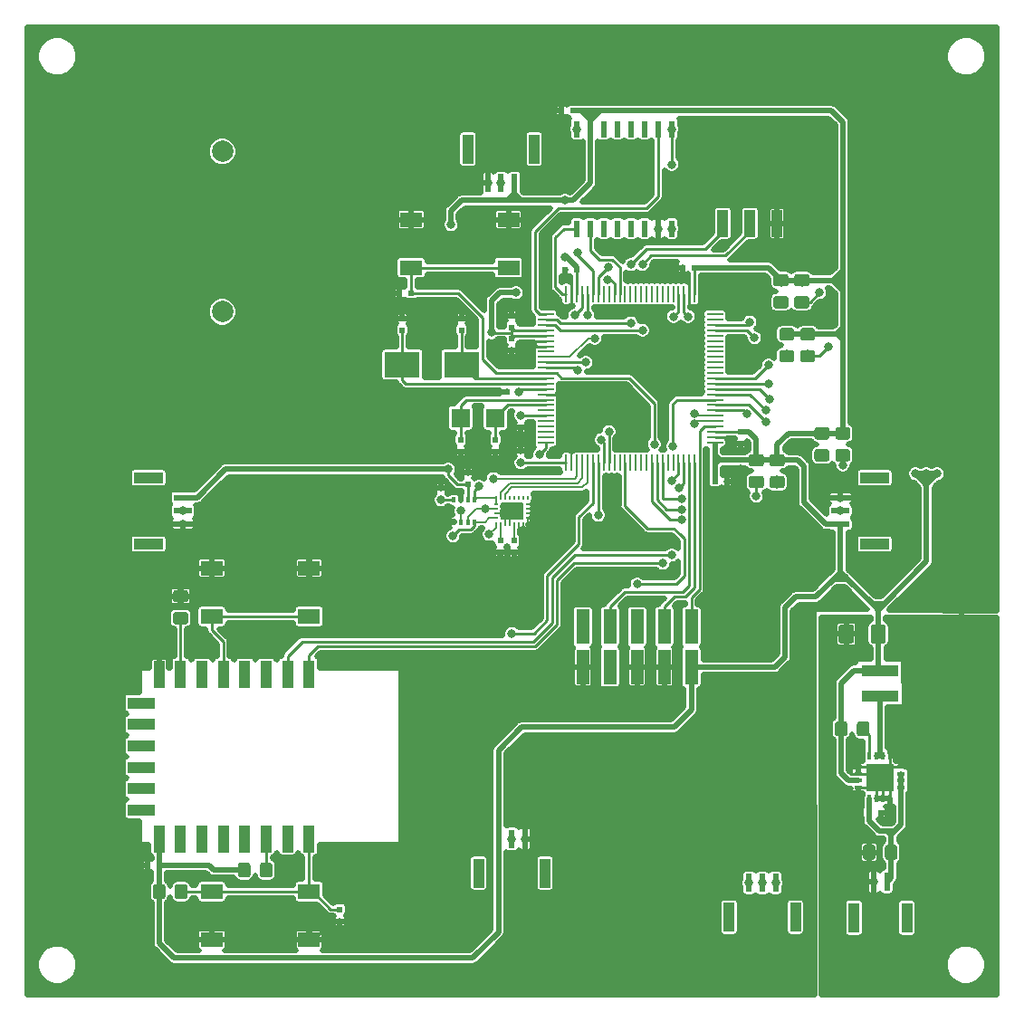
<source format=gbr>
G04 #@! TF.GenerationSoftware,KiCad,Pcbnew,(5.0.0)*
G04 #@! TF.CreationDate,2020-04-06T18:27:32+02:00*
G04 #@! TF.ProjectId,MainBoard,4D61696E426F6172642E6B696361645F,rev?*
G04 #@! TF.SameCoordinates,Original*
G04 #@! TF.FileFunction,Copper,L2,Bot,Signal*
G04 #@! TF.FilePolarity,Positive*
%FSLAX46Y46*%
G04 Gerber Fmt 4.6, Leading zero omitted, Abs format (unit mm)*
G04 Created by KiCad (PCBNEW (5.0.0)) date 04/06/20 18:27:32*
%MOMM*%
%LPD*%
G01*
G04 APERTURE LIST*
G04 #@! TA.AperFunction,SMDPad,CuDef*
%ADD10R,0.500000X0.600000*%
G04 #@! TD*
G04 #@! TA.AperFunction,SMDPad,CuDef*
%ADD11R,0.600000X0.500000*%
G04 #@! TD*
G04 #@! TA.AperFunction,SMDPad,CuDef*
%ADD12R,0.230000X0.350000*%
G04 #@! TD*
G04 #@! TA.AperFunction,SMDPad,CuDef*
%ADD13R,0.350000X0.230000*%
G04 #@! TD*
G04 #@! TA.AperFunction,SMDPad,CuDef*
%ADD14R,0.350000X0.500000*%
G04 #@! TD*
G04 #@! TA.AperFunction,SMDPad,CuDef*
%ADD15R,1.500000X0.280000*%
G04 #@! TD*
G04 #@! TA.AperFunction,SMDPad,CuDef*
%ADD16R,0.280000X1.500000*%
G04 #@! TD*
G04 #@! TA.AperFunction,SMDPad,CuDef*
%ADD17R,1.100000X2.500000*%
G04 #@! TD*
G04 #@! TA.AperFunction,SMDPad,CuDef*
%ADD18R,2.500000X1.100000*%
G04 #@! TD*
G04 #@! TA.AperFunction,ComponentPad*
%ADD19C,2.000000*%
G04 #@! TD*
G04 #@! TA.AperFunction,Conductor*
%ADD20C,0.100000*%
G04 #@! TD*
G04 #@! TA.AperFunction,SMDPad,CuDef*
%ADD21C,1.150000*%
G04 #@! TD*
G04 #@! TA.AperFunction,SMDPad,CuDef*
%ADD22R,2.700000X1.000000*%
G04 #@! TD*
G04 #@! TA.AperFunction,SMDPad,CuDef*
%ADD23R,1.700000X0.600000*%
G04 #@! TD*
G04 #@! TA.AperFunction,SMDPad,CuDef*
%ADD24R,0.600000X1.700000*%
G04 #@! TD*
G04 #@! TA.AperFunction,SMDPad,CuDef*
%ADD25R,1.000000X2.700000*%
G04 #@! TD*
G04 #@! TA.AperFunction,SMDPad,CuDef*
%ADD26R,3.325000X2.400000*%
G04 #@! TD*
G04 #@! TA.AperFunction,SMDPad,CuDef*
%ADD27R,1.750000X1.800000*%
G04 #@! TD*
G04 #@! TA.AperFunction,SMDPad,CuDef*
%ADD28R,1.270000X3.180000*%
G04 #@! TD*
G04 #@! TA.AperFunction,SMDPad,CuDef*
%ADD29C,1.425000*%
G04 #@! TD*
G04 #@! TA.AperFunction,SMDPad,CuDef*
%ADD30R,3.400000X0.980000*%
G04 #@! TD*
G04 #@! TA.AperFunction,SMDPad,CuDef*
%ADD31R,1.000000X2.800000*%
G04 #@! TD*
G04 #@! TA.AperFunction,SMDPad,CuDef*
%ADD32R,0.800000X0.350000*%
G04 #@! TD*
G04 #@! TA.AperFunction,SMDPad,CuDef*
%ADD33R,0.350000X0.800000*%
G04 #@! TD*
G04 #@! TA.AperFunction,SMDPad,CuDef*
%ADD34R,2.500000X2.500000*%
G04 #@! TD*
G04 #@! TA.AperFunction,SMDPad,CuDef*
%ADD35R,2.100000X1.400000*%
G04 #@! TD*
G04 #@! TA.AperFunction,SMDPad,CuDef*
%ADD36R,1.000000X2.500000*%
G04 #@! TD*
G04 #@! TA.AperFunction,SMDPad,CuDef*
%ADD37R,0.600000X1.500000*%
G04 #@! TD*
G04 #@! TA.AperFunction,ViaPad*
%ADD38C,0.800000*%
G04 #@! TD*
G04 #@! TA.AperFunction,Conductor*
%ADD39C,0.500000*%
G04 #@! TD*
G04 #@! TA.AperFunction,Conductor*
%ADD40C,0.250000*%
G04 #@! TD*
G04 #@! TA.AperFunction,Conductor*
%ADD41C,0.200000*%
G04 #@! TD*
G04 APERTURE END LIST*
D10*
G04 #@! TO.P,C25,1*
G04 #@! TO.N,GND*
X148425000Y-79125000D03*
G04 #@! TO.P,C25,2*
G04 #@! TO.N,+3V3*
X148425000Y-80225000D03*
G04 #@! TD*
D11*
G04 #@! TO.P,C9,1*
G04 #@! TO.N,NRST*
X139025000Y-77025000D03*
G04 #@! TO.P,C9,2*
G04 #@! TO.N,GND*
X137925000Y-77025000D03*
G04 #@! TD*
D12*
G04 #@! TO.P,U13,1*
G04 #@! TO.N,+3V3*
X146926250Y-98602250D03*
D13*
G04 #@! TO.P,U13,2*
G04 #@! TO.N,/MainBoard/SPI1_SCK*
X146956250Y-98022250D03*
G04 #@! TO.P,U13,17*
G04 #@! TO.N,GND*
X149906250Y-98022250D03*
G04 #@! TO.P,U13,3*
G04 #@! TO.N,+3V3*
X146956250Y-97592250D03*
G04 #@! TO.P,U13,16*
G04 #@! TO.N,GND*
X149906250Y-97592250D03*
G04 #@! TO.P,U13,4*
G04 #@! TO.N,/MainBoard/SPI1_MOSI*
X146956250Y-97162250D03*
G04 #@! TO.P,U13,15*
G04 #@! TO.N,GND*
X149906250Y-97162250D03*
G04 #@! TO.P,U13,5*
G04 #@! TO.N,/MainBoard/SPI1_MISO*
X146956250Y-96732250D03*
G04 #@! TO.P,U13,14*
G04 #@! TO.N,GND*
X149906250Y-96732250D03*
D12*
G04 #@! TO.P,U13,24*
G04 #@! TO.N,Net-(C15-Pad1)*
X147356250Y-98602250D03*
G04 #@! TO.P,U13,23*
G04 #@! TO.N,+3V3*
X147786250Y-98602250D03*
G04 #@! TO.P,U13,22*
X148216250Y-98602250D03*
G04 #@! TO.P,U13,21*
G04 #@! TO.N,Net-(C14-Pad1)*
X148646250Y-98602250D03*
G04 #@! TO.P,U13,20*
G04 #@! TO.N,GND*
X149076250Y-98602250D03*
G04 #@! TO.P,U13,19*
X149506250Y-98602250D03*
G04 #@! TO.P,U13,18*
X149936250Y-98602250D03*
G04 #@! TO.P,U13,6*
G04 #@! TO.N,/MainBoard/SPI1_MISO*
X146926250Y-96152250D03*
G04 #@! TO.P,U13,7*
G04 #@! TO.N,/MainBoard/SPI1_CS1*
X147356250Y-96152250D03*
G04 #@! TO.P,U13,8*
G04 #@! TO.N,/MainBoard/SPI1_CS2*
X147786250Y-96152250D03*
G04 #@! TO.P,U13,9*
G04 #@! TO.N,Net-(U13-Pad9)*
X148216250Y-96152250D03*
G04 #@! TO.P,U13,10*
G04 #@! TO.N,Net-(U13-Pad10)*
X148646250Y-96152250D03*
G04 #@! TO.P,U13,11*
G04 #@! TO.N,Net-(U13-Pad11)*
X149076250Y-96152250D03*
G04 #@! TO.P,U13,12*
G04 #@! TO.N,Net-(U13-Pad12)*
X149506250Y-96152250D03*
G04 #@! TO.P,U13,13*
G04 #@! TO.N,Net-(U13-Pad13)*
X149936250Y-96152250D03*
G04 #@! TD*
D14*
G04 #@! TO.P,U14,4*
G04 #@! TO.N,/MainBoard/SPI1_SCK*
X144965000Y-98400000D03*
G04 #@! TO.P,U14,3*
G04 #@! TO.N,/MainBoard/SPI1_MOSI*
X144315000Y-98400000D03*
G04 #@! TO.P,U14,2*
G04 #@! TO.N,/MainBoard/SPI1_CS3*
X143665000Y-98400000D03*
G04 #@! TO.P,U14,1*
G04 #@! TO.N,GND*
X143015000Y-98400000D03*
G04 #@! TO.P,U14,8*
G04 #@! TO.N,+3V3*
X143015000Y-96350000D03*
G04 #@! TO.P,U14,7*
G04 #@! TO.N,GND*
X143665000Y-96350000D03*
G04 #@! TO.P,U14,6*
G04 #@! TO.N,+3V3*
X144315000Y-96350000D03*
G04 #@! TO.P,U14,5*
G04 #@! TO.N,/MainBoard/SPI1_MISO*
X144965000Y-96350000D03*
G04 #@! TD*
D15*
G04 #@! TO.P,U12,1*
G04 #@! TO.N,BUTTON4*
X151625000Y-90975000D03*
G04 #@! TO.P,U12,2*
G04 #@! TO.N,Net-(U12-Pad2)*
X151625000Y-90475000D03*
G04 #@! TO.P,U12,3*
G04 #@! TO.N,Net-(U12-Pad3)*
X151625000Y-89974999D03*
G04 #@! TO.P,U12,4*
G04 #@! TO.N,Net-(U12-Pad4)*
X151625000Y-89475000D03*
G04 #@! TO.P,U12,5*
G04 #@! TO.N,Net-(U12-Pad5)*
X151625000Y-88975001D03*
G04 #@! TO.P,U12,6*
G04 #@! TO.N,+3V3*
X151625000Y-88475000D03*
G04 #@! TO.P,U12,7*
G04 #@! TO.N,Net-(U12-Pad7)*
X151625000Y-87975000D03*
G04 #@! TO.P,U12,8*
G04 #@! TO.N,Net-(C17-Pad2)*
X151624999Y-87475000D03*
G04 #@! TO.P,U12,9*
G04 #@! TO.N,Net-(C16-Pad2)*
X151625000Y-86975000D03*
G04 #@! TO.P,U12,10*
G04 #@! TO.N,GND*
X151625000Y-86475000D03*
G04 #@! TO.P,U12,11*
G04 #@! TO.N,+3V3*
X151625000Y-85975000D03*
G04 #@! TO.P,U12,12*
G04 #@! TO.N,Net-(C10-Pad1)*
X151625000Y-85475000D03*
G04 #@! TO.P,U12,13*
G04 #@! TO.N,Net-(C11-Pad1)*
X151624999Y-84975000D03*
G04 #@! TO.P,U12,14*
G04 #@! TO.N,NRST*
X151625000Y-84475000D03*
G04 #@! TO.P,U12,15*
G04 #@! TO.N,/DisplayBoard/SCL3*
X151625000Y-83975000D03*
G04 #@! TO.P,U12,16*
G04 #@! TO.N,/DisplayBoard/SDA3*
X151625000Y-83475000D03*
G04 #@! TO.P,U12,17*
G04 #@! TO.N,BUTTON3*
X151625000Y-82975000D03*
G04 #@! TO.P,U12,18*
G04 #@! TO.N,Net-(U12-Pad18)*
X151624999Y-82475000D03*
G04 #@! TO.P,U12,19*
G04 #@! TO.N,GND*
X151625000Y-81975000D03*
G04 #@! TO.P,U12,20*
X151625000Y-81475000D03*
G04 #@! TO.P,U12,21*
G04 #@! TO.N,+3V3*
X151625000Y-80974999D03*
G04 #@! TO.P,U12,22*
X151625000Y-80475000D03*
G04 #@! TO.P,U12,23*
G04 #@! TO.N,Net-(P9-Pad2)*
X151625000Y-79975001D03*
G04 #@! TO.P,U12,24*
G04 #@! TO.N,Net-(P9-Pad3)*
X151625000Y-79475000D03*
G04 #@! TO.P,U12,25*
G04 #@! TO.N,/MainBoard/CS*
X151625000Y-78975000D03*
D16*
G04 #@! TO.P,U12,26*
G04 #@! TO.N,/MainBoard/SCK*
X153525000Y-77075000D03*
G04 #@! TO.P,U12,27*
G04 #@! TO.N,GND*
X154025000Y-77075000D03*
G04 #@! TO.P,U12,28*
G04 #@! TO.N,+3V3*
X154525001Y-77075000D03*
G04 #@! TO.P,U12,29*
G04 #@! TO.N,Net-(C12-Pad2)*
X155025000Y-77075000D03*
G04 #@! TO.P,U12,30*
G04 #@! TO.N,/MainBoard/SPI1_SCK*
X155524999Y-77075000D03*
G04 #@! TO.P,U12,31*
G04 #@! TO.N,/MainBoard/IO3*
X156025000Y-77075000D03*
G04 #@! TO.P,U12,32*
G04 #@! TO.N,/MainBoard/IO2*
X156525000Y-77075000D03*
G04 #@! TO.P,U12,33*
G04 #@! TO.N,Net-(U12-Pad33)*
X157025000Y-77074999D03*
G04 #@! TO.P,U12,34*
G04 #@! TO.N,Net-(U12-Pad34)*
X157525000Y-77075000D03*
G04 #@! TO.P,U12,35*
G04 #@! TO.N,/MainBoard/IO1*
X158025000Y-77075000D03*
G04 #@! TO.P,U12,36*
G04 #@! TO.N,/MainBoard/IO0*
X158525000Y-77075000D03*
G04 #@! TO.P,U12,37*
G04 #@! TO.N,Net-(U12-Pad37)*
X159025000Y-77075000D03*
G04 #@! TO.P,U12,38*
G04 #@! TO.N,Net-(U12-Pad38)*
X159525000Y-77074999D03*
G04 #@! TO.P,U12,39*
G04 #@! TO.N,Net-(U12-Pad39)*
X160025000Y-77075000D03*
G04 #@! TO.P,U12,40*
G04 #@! TO.N,Net-(U12-Pad40)*
X160525000Y-77075000D03*
G04 #@! TO.P,U12,41*
G04 #@! TO.N,Net-(U12-Pad41)*
X161025000Y-77075000D03*
G04 #@! TO.P,U12,42*
G04 #@! TO.N,Net-(U12-Pad42)*
X161525000Y-77075000D03*
G04 #@! TO.P,U12,43*
G04 #@! TO.N,Net-(U12-Pad43)*
X162025000Y-77074999D03*
G04 #@! TO.P,U12,44*
G04 #@! TO.N,Net-(U12-Pad44)*
X162525000Y-77075000D03*
G04 #@! TO.P,U12,45*
G04 #@! TO.N,Net-(U12-Pad45)*
X163025000Y-77075000D03*
G04 #@! TO.P,U12,46*
G04 #@! TO.N,Net-(U12-Pad46)*
X163525001Y-77075000D03*
G04 #@! TO.P,U12,47*
G04 #@! TO.N,/DisplayBoard/SCL2*
X164025000Y-77075000D03*
G04 #@! TO.P,U12,48*
G04 #@! TO.N,/DisplayBoard/SDA2*
X164524999Y-77075000D03*
G04 #@! TO.P,U12,49*
G04 #@! TO.N,GND*
X165025000Y-77075000D03*
G04 #@! TO.P,U12,50*
G04 #@! TO.N,+3V3*
X165525000Y-77075000D03*
D15*
G04 #@! TO.P,U12,51*
G04 #@! TO.N,Net-(U12-Pad51)*
X167425000Y-78975000D03*
G04 #@! TO.P,U12,52*
G04 #@! TO.N,Net-(U12-Pad52)*
X167425000Y-79475000D03*
G04 #@! TO.P,U12,53*
G04 #@! TO.N,/DisplayBoard/DATA_IN*
X167425000Y-79975001D03*
G04 #@! TO.P,U12,54*
G04 #@! TO.N,/MainBoard/OE*
X167425000Y-80475000D03*
G04 #@! TO.P,U12,55*
G04 #@! TO.N,Net-(U12-Pad55)*
X167425000Y-80974999D03*
G04 #@! TO.P,U12,56*
G04 #@! TO.N,Net-(U12-Pad56)*
X167425000Y-81475000D03*
G04 #@! TO.P,U12,57*
G04 #@! TO.N,Net-(U12-Pad57)*
X167425000Y-81975000D03*
G04 #@! TO.P,U12,58*
G04 #@! TO.N,Net-(U12-Pad58)*
X167425001Y-82475000D03*
G04 #@! TO.P,U12,59*
G04 #@! TO.N,Net-(U12-Pad59)*
X167425000Y-82975000D03*
G04 #@! TO.P,U12,60*
G04 #@! TO.N,Net-(U12-Pad60)*
X167425000Y-83475000D03*
G04 #@! TO.P,U12,61*
G04 #@! TO.N,Net-(U12-Pad61)*
X167425000Y-83975000D03*
G04 #@! TO.P,U12,62*
G04 #@! TO.N,Net-(U12-Pad62)*
X167425000Y-84475000D03*
G04 #@! TO.P,U12,63*
G04 #@! TO.N,/DisplayBoard/LATCH*
X167425001Y-84975000D03*
G04 #@! TO.P,U12,64*
G04 #@! TO.N,/MainBoard/CLOCK*
X167425000Y-85475000D03*
G04 #@! TO.P,U12,65*
G04 #@! TO.N,/MainBoard/RESET*
X167425000Y-85975000D03*
G04 #@! TO.P,U12,66*
G04 #@! TO.N,/MainBoard/RST*
X167425000Y-86475000D03*
G04 #@! TO.P,U12,67*
G04 #@! TO.N,BUTTON1*
X167425000Y-86975000D03*
G04 #@! TO.P,U12,68*
G04 #@! TO.N,/DisplayBoard/SCL1*
X167425001Y-87475000D03*
G04 #@! TO.P,U12,69*
G04 #@! TO.N,/DisplayBoard/SDA1*
X167425000Y-87975000D03*
G04 #@! TO.P,U12,70*
G04 #@! TO.N,/MainBoard/SPI1_MISO*
X167425000Y-88475000D03*
G04 #@! TO.P,U12,71*
G04 #@! TO.N,/MainBoard/SPI1_MOSI*
X167425000Y-88975001D03*
G04 #@! TO.P,U12,72*
G04 #@! TO.N,/MainBoard/TMS*
X167425000Y-89475000D03*
G04 #@! TO.P,U12,73*
G04 #@! TO.N,+3V3*
X167425000Y-89974999D03*
G04 #@! TO.P,U12,74*
G04 #@! TO.N,GND*
X167425000Y-90475000D03*
G04 #@! TO.P,U12,75*
G04 #@! TO.N,+3V3*
X167425000Y-90975000D03*
D16*
G04 #@! TO.P,U12,76*
G04 #@! TO.N,/MainBoard/TCK*
X165525000Y-92875000D03*
G04 #@! TO.P,U12,77*
G04 #@! TO.N,/MainBoard/TDI*
X165025000Y-92875000D03*
G04 #@! TO.P,U12,78*
G04 #@! TO.N,ESP_RX*
X164524999Y-92875000D03*
G04 #@! TO.P,U12,79*
G04 #@! TO.N,ESP_TX*
X164025000Y-92875000D03*
G04 #@! TO.P,U12,80*
G04 #@! TO.N,Net-(U12-Pad80)*
X163525001Y-92875000D03*
G04 #@! TO.P,U12,81*
G04 #@! TO.N,Net-(U12-Pad81)*
X163025000Y-92875000D03*
G04 #@! TO.P,U12,82*
G04 #@! TO.N,AUX_1*
X162525000Y-92875000D03*
G04 #@! TO.P,U12,83*
G04 #@! TO.N,AUX_2*
X162025000Y-92875001D03*
G04 #@! TO.P,U12,84*
G04 #@! TO.N,AUX_3*
X161525000Y-92875000D03*
G04 #@! TO.P,U12,85*
G04 #@! TO.N,Net-(U12-Pad85)*
X161025000Y-92875000D03*
G04 #@! TO.P,U12,86*
G04 #@! TO.N,Net-(U12-Pad86)*
X160525000Y-92875000D03*
G04 #@! TO.P,U12,87*
G04 #@! TO.N,Net-(U12-Pad87)*
X160025000Y-92875000D03*
G04 #@! TO.P,U12,88*
G04 #@! TO.N,Net-(U12-Pad88)*
X159525000Y-92875001D03*
G04 #@! TO.P,U12,89*
G04 #@! TO.N,/MainBoard/TDO*
X159025000Y-92875000D03*
G04 #@! TO.P,U12,90*
G04 #@! TO.N,Net-(U12-Pad90)*
X158525000Y-92875000D03*
G04 #@! TO.P,U12,91*
G04 #@! TO.N,Net-(U12-Pad91)*
X158025000Y-92875000D03*
G04 #@! TO.P,U12,92*
G04 #@! TO.N,/DisplayBoard/SCL4*
X157525000Y-92875000D03*
G04 #@! TO.P,U12,93*
G04 #@! TO.N,/DisplayBoard/SDA4*
X157025000Y-92875001D03*
G04 #@! TO.P,U12,94*
G04 #@! TO.N,Net-(JP1-Pad2)*
X156525000Y-92875000D03*
G04 #@! TO.P,U12,95*
G04 #@! TO.N,BUTTON2*
X156025000Y-92875000D03*
G04 #@! TO.P,U12,96*
G04 #@! TO.N,/MainBoard/SPI1_CS2*
X155524999Y-92875000D03*
G04 #@! TO.P,U12,97*
G04 #@! TO.N,/MainBoard/SPI1_CS1*
X155025000Y-92875000D03*
G04 #@! TO.P,U12,98*
G04 #@! TO.N,/MainBoard/SPI1_CS3*
X154525001Y-92875000D03*
G04 #@! TO.P,U12,99*
G04 #@! TO.N,GND*
X154025000Y-92875000D03*
G04 #@! TO.P,U12,100*
G04 #@! TO.N,+3V3*
X153525000Y-92875000D03*
G04 #@! TD*
D17*
G04 #@! TO.P,U9,1*
G04 #@! TO.N,Net-(C18-Pad1)*
X129457744Y-128046852D03*
G04 #@! TO.P,U9,2*
G04 #@! TO.N,Net-(U9-Pad2)*
X127457744Y-128046852D03*
G04 #@! TO.P,U9,3*
G04 #@! TO.N,Net-(R107-Pad2)*
X125457744Y-128046852D03*
G04 #@! TO.P,U9,4*
G04 #@! TO.N,Net-(U9-Pad4)*
X123457744Y-128046852D03*
G04 #@! TO.P,U9,5*
G04 #@! TO.N,Net-(U9-Pad5)*
X121457744Y-128046852D03*
G04 #@! TO.P,U9,6*
G04 #@! TO.N,Net-(U9-Pad6)*
X119457744Y-128046852D03*
G04 #@! TO.P,U9,7*
G04 #@! TO.N,Net-(U9-Pad7)*
X117457744Y-128046852D03*
G04 #@! TO.P,U9,8*
G04 #@! TO.N,+3V3*
X115457744Y-128046852D03*
G04 #@! TO.P,U9,9*
G04 #@! TO.N,GND*
X115457744Y-112646852D03*
G04 #@! TO.P,U9,10*
G04 #@! TO.N,Net-(R108-Pad1)*
X117457744Y-112646852D03*
G04 #@! TO.P,U9,11*
G04 #@! TO.N,Net-(U9-Pad11)*
X119457744Y-112646852D03*
G04 #@! TO.P,U9,12*
G04 #@! TO.N,Net-(SW3-Pad1)*
X121457744Y-112646852D03*
G04 #@! TO.P,U9,13*
G04 #@! TO.N,Net-(U9-Pad13)*
X123457744Y-112646852D03*
G04 #@! TO.P,U9,14*
G04 #@! TO.N,Net-(U9-Pad14)*
X125457744Y-112646852D03*
G04 #@! TO.P,U9,15*
G04 #@! TO.N,ESP_RX*
X127457744Y-112646852D03*
G04 #@! TO.P,U9,16*
G04 #@! TO.N,ESP_TX*
X129457744Y-112646852D03*
D18*
G04 #@! TO.P,U9,17*
G04 #@! TO.N,Net-(U9-Pad17)*
X113757744Y-125356852D03*
G04 #@! TO.P,U9,18*
G04 #@! TO.N,Net-(U9-Pad18)*
X113757744Y-123356852D03*
G04 #@! TO.P,U9,19*
G04 #@! TO.N,Net-(U9-Pad19)*
X113757744Y-121356852D03*
G04 #@! TO.P,U9,20*
G04 #@! TO.N,Net-(U9-Pad20)*
X113757744Y-119356852D03*
G04 #@! TO.P,U9,21*
G04 #@! TO.N,Net-(U9-Pad21)*
X113757744Y-117356852D03*
G04 #@! TO.P,U9,22*
G04 #@! TO.N,Net-(U9-Pad22)*
X113757744Y-115356852D03*
G04 #@! TD*
D19*
G04 #@! TO.P,LS1,1*
G04 #@! TO.N,Net-(LS1-Pad1)*
X121375000Y-63750000D03*
G04 #@! TO.P,LS1,2*
G04 #@! TO.N,Net-(LS1-Pad2)*
X121375000Y-78750000D03*
G04 #@! TD*
D10*
G04 #@! TO.P,C10,2*
G04 #@! TO.N,GND*
X138200000Y-79375000D03*
G04 #@! TO.P,C10,1*
G04 #@! TO.N,Net-(C10-Pad1)*
X138200000Y-80475000D03*
G04 #@! TD*
G04 #@! TO.P,C11,1*
G04 #@! TO.N,Net-(C11-Pad1)*
X143725000Y-80475000D03*
G04 #@! TO.P,C11,2*
G04 #@! TO.N,GND*
X143725000Y-79375000D03*
G04 #@! TD*
G04 #@! TO.P,C14,2*
G04 #@! TO.N,GND*
X148640000Y-101260000D03*
G04 #@! TO.P,C14,1*
G04 #@! TO.N,Net-(C14-Pad1)*
X148640000Y-100160000D03*
G04 #@! TD*
G04 #@! TO.P,C15,1*
G04 #@! TO.N,Net-(C15-Pad1)*
X147350000Y-100160000D03*
G04 #@! TO.P,C15,2*
G04 #@! TO.N,GND*
X147350000Y-101260000D03*
G04 #@! TD*
G04 #@! TO.P,C16,2*
G04 #@! TO.N,Net-(C16-Pad2)*
X143650000Y-90725000D03*
G04 #@! TO.P,C16,1*
G04 #@! TO.N,GND*
X143650000Y-91825000D03*
G04 #@! TD*
G04 #@! TO.P,C17,1*
G04 #@! TO.N,GND*
X146900000Y-91825000D03*
G04 #@! TO.P,C17,2*
G04 #@! TO.N,Net-(C17-Pad2)*
X146900000Y-90725000D03*
G04 #@! TD*
G04 #@! TO.P,C18,1*
G04 #@! TO.N,Net-(C18-Pad1)*
X132357744Y-134646852D03*
G04 #@! TO.P,C18,2*
G04 #@! TO.N,GND*
X132357744Y-135746852D03*
G04 #@! TD*
D11*
G04 #@! TO.P,C19,1*
G04 #@! TO.N,+3V3*
X115450000Y-130525000D03*
G04 #@! TO.P,C19,2*
G04 #@! TO.N,GND*
X114350000Y-130525000D03*
G04 #@! TD*
G04 #@! TO.P,C20,2*
G04 #@! TO.N,+3V3*
X154175000Y-59950000D03*
G04 #@! TO.P,C20,1*
G04 #@! TO.N,GND*
X153075000Y-59950000D03*
G04 #@! TD*
G04 #@! TO.P,C22,2*
G04 #@! TO.N,+3V3*
X149050000Y-86225000D03*
G04 #@! TO.P,C22,1*
G04 #@! TO.N,GND*
X147950000Y-86225000D03*
G04 #@! TD*
D10*
G04 #@! TO.P,C23,1*
G04 #@! TO.N,GND*
X149275000Y-89575000D03*
G04 #@! TO.P,C23,2*
G04 #@! TO.N,+3V3*
X149275000Y-88475000D03*
G04 #@! TD*
D11*
G04 #@! TO.P,C24,2*
G04 #@! TO.N,+3V3*
X167425000Y-94600000D03*
G04 #@! TO.P,C24,1*
G04 #@! TO.N,GND*
X168525000Y-94600000D03*
G04 #@! TD*
D10*
G04 #@! TO.P,C26,2*
G04 #@! TO.N,+3V3*
X169850000Y-89975000D03*
G04 #@! TO.P,C26,1*
G04 #@! TO.N,GND*
X169850000Y-91075000D03*
G04 #@! TD*
D11*
G04 #@! TO.P,C27,1*
G04 #@! TO.N,GND*
X164425000Y-74625000D03*
G04 #@! TO.P,C27,2*
G04 #@! TO.N,+3V3*
X165525000Y-74625000D03*
G04 #@! TD*
D10*
G04 #@! TO.P,C28,2*
G04 #@! TO.N,+3V3*
X148425000Y-81225000D03*
G04 #@! TO.P,C28,1*
G04 #@! TO.N,GND*
X148425000Y-82325000D03*
G04 #@! TD*
G04 #@! TO.P,C32,1*
G04 #@! TO.N,GND*
X144320000Y-93810000D03*
G04 #@! TO.P,C32,2*
G04 #@! TO.N,+3V3*
X144320000Y-94910000D03*
G04 #@! TD*
G04 #@! TO.P,C33,2*
G04 #@! TO.N,+3V3*
X141810000Y-96350000D03*
G04 #@! TO.P,C33,1*
G04 #@! TO.N,GND*
X141810000Y-95250000D03*
G04 #@! TD*
D20*
G04 #@! TO.N,+3V3*
G04 #@! TO.C,R97*
G36*
X176024505Y-75226204D02*
X176048773Y-75229804D01*
X176072572Y-75235765D01*
X176095671Y-75244030D01*
X176117850Y-75254520D01*
X176138893Y-75267132D01*
X176158599Y-75281747D01*
X176176777Y-75298223D01*
X176193253Y-75316401D01*
X176207868Y-75336107D01*
X176220480Y-75357150D01*
X176230970Y-75379329D01*
X176239235Y-75402428D01*
X176245196Y-75426227D01*
X176248796Y-75450495D01*
X176250000Y-75474999D01*
X176250000Y-76125001D01*
X176248796Y-76149505D01*
X176245196Y-76173773D01*
X176239235Y-76197572D01*
X176230970Y-76220671D01*
X176220480Y-76242850D01*
X176207868Y-76263893D01*
X176193253Y-76283599D01*
X176176777Y-76301777D01*
X176158599Y-76318253D01*
X176138893Y-76332868D01*
X176117850Y-76345480D01*
X176095671Y-76355970D01*
X176072572Y-76364235D01*
X176048773Y-76370196D01*
X176024505Y-76373796D01*
X176000001Y-76375000D01*
X175099999Y-76375000D01*
X175075495Y-76373796D01*
X175051227Y-76370196D01*
X175027428Y-76364235D01*
X175004329Y-76355970D01*
X174982150Y-76345480D01*
X174961107Y-76332868D01*
X174941401Y-76318253D01*
X174923223Y-76301777D01*
X174906747Y-76283599D01*
X174892132Y-76263893D01*
X174879520Y-76242850D01*
X174869030Y-76220671D01*
X174860765Y-76197572D01*
X174854804Y-76173773D01*
X174851204Y-76149505D01*
X174850000Y-76125001D01*
X174850000Y-75474999D01*
X174851204Y-75450495D01*
X174854804Y-75426227D01*
X174860765Y-75402428D01*
X174869030Y-75379329D01*
X174879520Y-75357150D01*
X174892132Y-75336107D01*
X174906747Y-75316401D01*
X174923223Y-75298223D01*
X174941401Y-75281747D01*
X174961107Y-75267132D01*
X174982150Y-75254520D01*
X175004329Y-75244030D01*
X175027428Y-75235765D01*
X175051227Y-75229804D01*
X175075495Y-75226204D01*
X175099999Y-75225000D01*
X176000001Y-75225000D01*
X176024505Y-75226204D01*
X176024505Y-75226204D01*
G37*
D21*
G04 #@! TD*
G04 #@! TO.P,R97,1*
G04 #@! TO.N,+3V3*
X175550000Y-75800000D03*
D20*
G04 #@! TO.N,/DisplayBoard/SCL2*
G04 #@! TO.C,R97*
G36*
X176024505Y-77276204D02*
X176048773Y-77279804D01*
X176072572Y-77285765D01*
X176095671Y-77294030D01*
X176117850Y-77304520D01*
X176138893Y-77317132D01*
X176158599Y-77331747D01*
X176176777Y-77348223D01*
X176193253Y-77366401D01*
X176207868Y-77386107D01*
X176220480Y-77407150D01*
X176230970Y-77429329D01*
X176239235Y-77452428D01*
X176245196Y-77476227D01*
X176248796Y-77500495D01*
X176250000Y-77524999D01*
X176250000Y-78175001D01*
X176248796Y-78199505D01*
X176245196Y-78223773D01*
X176239235Y-78247572D01*
X176230970Y-78270671D01*
X176220480Y-78292850D01*
X176207868Y-78313893D01*
X176193253Y-78333599D01*
X176176777Y-78351777D01*
X176158599Y-78368253D01*
X176138893Y-78382868D01*
X176117850Y-78395480D01*
X176095671Y-78405970D01*
X176072572Y-78414235D01*
X176048773Y-78420196D01*
X176024505Y-78423796D01*
X176000001Y-78425000D01*
X175099999Y-78425000D01*
X175075495Y-78423796D01*
X175051227Y-78420196D01*
X175027428Y-78414235D01*
X175004329Y-78405970D01*
X174982150Y-78395480D01*
X174961107Y-78382868D01*
X174941401Y-78368253D01*
X174923223Y-78351777D01*
X174906747Y-78333599D01*
X174892132Y-78313893D01*
X174879520Y-78292850D01*
X174869030Y-78270671D01*
X174860765Y-78247572D01*
X174854804Y-78223773D01*
X174851204Y-78199505D01*
X174850000Y-78175001D01*
X174850000Y-77524999D01*
X174851204Y-77500495D01*
X174854804Y-77476227D01*
X174860765Y-77452428D01*
X174869030Y-77429329D01*
X174879520Y-77407150D01*
X174892132Y-77386107D01*
X174906747Y-77366401D01*
X174923223Y-77348223D01*
X174941401Y-77331747D01*
X174961107Y-77317132D01*
X174982150Y-77304520D01*
X175004329Y-77294030D01*
X175027428Y-77285765D01*
X175051227Y-77279804D01*
X175075495Y-77276204D01*
X175099999Y-77275000D01*
X176000001Y-77275000D01*
X176024505Y-77276204D01*
X176024505Y-77276204D01*
G37*
D21*
G04 #@! TD*
G04 #@! TO.P,R97,2*
G04 #@! TO.N,/DisplayBoard/SCL2*
X175550000Y-77850000D03*
D20*
G04 #@! TO.N,+3V3*
G04 #@! TO.C,R98*
G36*
X174074505Y-75226204D02*
X174098773Y-75229804D01*
X174122572Y-75235765D01*
X174145671Y-75244030D01*
X174167850Y-75254520D01*
X174188893Y-75267132D01*
X174208599Y-75281747D01*
X174226777Y-75298223D01*
X174243253Y-75316401D01*
X174257868Y-75336107D01*
X174270480Y-75357150D01*
X174280970Y-75379329D01*
X174289235Y-75402428D01*
X174295196Y-75426227D01*
X174298796Y-75450495D01*
X174300000Y-75474999D01*
X174300000Y-76125001D01*
X174298796Y-76149505D01*
X174295196Y-76173773D01*
X174289235Y-76197572D01*
X174280970Y-76220671D01*
X174270480Y-76242850D01*
X174257868Y-76263893D01*
X174243253Y-76283599D01*
X174226777Y-76301777D01*
X174208599Y-76318253D01*
X174188893Y-76332868D01*
X174167850Y-76345480D01*
X174145671Y-76355970D01*
X174122572Y-76364235D01*
X174098773Y-76370196D01*
X174074505Y-76373796D01*
X174050001Y-76375000D01*
X173149999Y-76375000D01*
X173125495Y-76373796D01*
X173101227Y-76370196D01*
X173077428Y-76364235D01*
X173054329Y-76355970D01*
X173032150Y-76345480D01*
X173011107Y-76332868D01*
X172991401Y-76318253D01*
X172973223Y-76301777D01*
X172956747Y-76283599D01*
X172942132Y-76263893D01*
X172929520Y-76242850D01*
X172919030Y-76220671D01*
X172910765Y-76197572D01*
X172904804Y-76173773D01*
X172901204Y-76149505D01*
X172900000Y-76125001D01*
X172900000Y-75474999D01*
X172901204Y-75450495D01*
X172904804Y-75426227D01*
X172910765Y-75402428D01*
X172919030Y-75379329D01*
X172929520Y-75357150D01*
X172942132Y-75336107D01*
X172956747Y-75316401D01*
X172973223Y-75298223D01*
X172991401Y-75281747D01*
X173011107Y-75267132D01*
X173032150Y-75254520D01*
X173054329Y-75244030D01*
X173077428Y-75235765D01*
X173101227Y-75229804D01*
X173125495Y-75226204D01*
X173149999Y-75225000D01*
X174050001Y-75225000D01*
X174074505Y-75226204D01*
X174074505Y-75226204D01*
G37*
D21*
G04 #@! TD*
G04 #@! TO.P,R98,1*
G04 #@! TO.N,+3V3*
X173600000Y-75800000D03*
D20*
G04 #@! TO.N,/DisplayBoard/SDA2*
G04 #@! TO.C,R98*
G36*
X174074505Y-77276204D02*
X174098773Y-77279804D01*
X174122572Y-77285765D01*
X174145671Y-77294030D01*
X174167850Y-77304520D01*
X174188893Y-77317132D01*
X174208599Y-77331747D01*
X174226777Y-77348223D01*
X174243253Y-77366401D01*
X174257868Y-77386107D01*
X174270480Y-77407150D01*
X174280970Y-77429329D01*
X174289235Y-77452428D01*
X174295196Y-77476227D01*
X174298796Y-77500495D01*
X174300000Y-77524999D01*
X174300000Y-78175001D01*
X174298796Y-78199505D01*
X174295196Y-78223773D01*
X174289235Y-78247572D01*
X174280970Y-78270671D01*
X174270480Y-78292850D01*
X174257868Y-78313893D01*
X174243253Y-78333599D01*
X174226777Y-78351777D01*
X174208599Y-78368253D01*
X174188893Y-78382868D01*
X174167850Y-78395480D01*
X174145671Y-78405970D01*
X174122572Y-78414235D01*
X174098773Y-78420196D01*
X174074505Y-78423796D01*
X174050001Y-78425000D01*
X173149999Y-78425000D01*
X173125495Y-78423796D01*
X173101227Y-78420196D01*
X173077428Y-78414235D01*
X173054329Y-78405970D01*
X173032150Y-78395480D01*
X173011107Y-78382868D01*
X172991401Y-78368253D01*
X172973223Y-78351777D01*
X172956747Y-78333599D01*
X172942132Y-78313893D01*
X172929520Y-78292850D01*
X172919030Y-78270671D01*
X172910765Y-78247572D01*
X172904804Y-78223773D01*
X172901204Y-78199505D01*
X172900000Y-78175001D01*
X172900000Y-77524999D01*
X172901204Y-77500495D01*
X172904804Y-77476227D01*
X172910765Y-77452428D01*
X172919030Y-77429329D01*
X172929520Y-77407150D01*
X172942132Y-77386107D01*
X172956747Y-77366401D01*
X172973223Y-77348223D01*
X172991401Y-77331747D01*
X173011107Y-77317132D01*
X173032150Y-77304520D01*
X173054329Y-77294030D01*
X173077428Y-77285765D01*
X173101227Y-77279804D01*
X173125495Y-77276204D01*
X173149999Y-77275000D01*
X174050001Y-77275000D01*
X174074505Y-77276204D01*
X174074505Y-77276204D01*
G37*
D21*
G04 #@! TD*
G04 #@! TO.P,R98,2*
G04 #@! TO.N,/DisplayBoard/SDA2*
X173600000Y-77850000D03*
D20*
G04 #@! TO.N,+3V3*
G04 #@! TO.C,R99*
G36*
X176574505Y-80276204D02*
X176598773Y-80279804D01*
X176622572Y-80285765D01*
X176645671Y-80294030D01*
X176667850Y-80304520D01*
X176688893Y-80317132D01*
X176708599Y-80331747D01*
X176726777Y-80348223D01*
X176743253Y-80366401D01*
X176757868Y-80386107D01*
X176770480Y-80407150D01*
X176780970Y-80429329D01*
X176789235Y-80452428D01*
X176795196Y-80476227D01*
X176798796Y-80500495D01*
X176800000Y-80524999D01*
X176800000Y-81175001D01*
X176798796Y-81199505D01*
X176795196Y-81223773D01*
X176789235Y-81247572D01*
X176780970Y-81270671D01*
X176770480Y-81292850D01*
X176757868Y-81313893D01*
X176743253Y-81333599D01*
X176726777Y-81351777D01*
X176708599Y-81368253D01*
X176688893Y-81382868D01*
X176667850Y-81395480D01*
X176645671Y-81405970D01*
X176622572Y-81414235D01*
X176598773Y-81420196D01*
X176574505Y-81423796D01*
X176550001Y-81425000D01*
X175649999Y-81425000D01*
X175625495Y-81423796D01*
X175601227Y-81420196D01*
X175577428Y-81414235D01*
X175554329Y-81405970D01*
X175532150Y-81395480D01*
X175511107Y-81382868D01*
X175491401Y-81368253D01*
X175473223Y-81351777D01*
X175456747Y-81333599D01*
X175442132Y-81313893D01*
X175429520Y-81292850D01*
X175419030Y-81270671D01*
X175410765Y-81247572D01*
X175404804Y-81223773D01*
X175401204Y-81199505D01*
X175400000Y-81175001D01*
X175400000Y-80524999D01*
X175401204Y-80500495D01*
X175404804Y-80476227D01*
X175410765Y-80452428D01*
X175419030Y-80429329D01*
X175429520Y-80407150D01*
X175442132Y-80386107D01*
X175456747Y-80366401D01*
X175473223Y-80348223D01*
X175491401Y-80331747D01*
X175511107Y-80317132D01*
X175532150Y-80304520D01*
X175554329Y-80294030D01*
X175577428Y-80285765D01*
X175601227Y-80279804D01*
X175625495Y-80276204D01*
X175649999Y-80275000D01*
X176550001Y-80275000D01*
X176574505Y-80276204D01*
X176574505Y-80276204D01*
G37*
D21*
G04 #@! TD*
G04 #@! TO.P,R99,1*
G04 #@! TO.N,+3V3*
X176100000Y-80850000D03*
D20*
G04 #@! TO.N,/DisplayBoard/SCL3*
G04 #@! TO.C,R99*
G36*
X176574505Y-82326204D02*
X176598773Y-82329804D01*
X176622572Y-82335765D01*
X176645671Y-82344030D01*
X176667850Y-82354520D01*
X176688893Y-82367132D01*
X176708599Y-82381747D01*
X176726777Y-82398223D01*
X176743253Y-82416401D01*
X176757868Y-82436107D01*
X176770480Y-82457150D01*
X176780970Y-82479329D01*
X176789235Y-82502428D01*
X176795196Y-82526227D01*
X176798796Y-82550495D01*
X176800000Y-82574999D01*
X176800000Y-83225001D01*
X176798796Y-83249505D01*
X176795196Y-83273773D01*
X176789235Y-83297572D01*
X176780970Y-83320671D01*
X176770480Y-83342850D01*
X176757868Y-83363893D01*
X176743253Y-83383599D01*
X176726777Y-83401777D01*
X176708599Y-83418253D01*
X176688893Y-83432868D01*
X176667850Y-83445480D01*
X176645671Y-83455970D01*
X176622572Y-83464235D01*
X176598773Y-83470196D01*
X176574505Y-83473796D01*
X176550001Y-83475000D01*
X175649999Y-83475000D01*
X175625495Y-83473796D01*
X175601227Y-83470196D01*
X175577428Y-83464235D01*
X175554329Y-83455970D01*
X175532150Y-83445480D01*
X175511107Y-83432868D01*
X175491401Y-83418253D01*
X175473223Y-83401777D01*
X175456747Y-83383599D01*
X175442132Y-83363893D01*
X175429520Y-83342850D01*
X175419030Y-83320671D01*
X175410765Y-83297572D01*
X175404804Y-83273773D01*
X175401204Y-83249505D01*
X175400000Y-83225001D01*
X175400000Y-82574999D01*
X175401204Y-82550495D01*
X175404804Y-82526227D01*
X175410765Y-82502428D01*
X175419030Y-82479329D01*
X175429520Y-82457150D01*
X175442132Y-82436107D01*
X175456747Y-82416401D01*
X175473223Y-82398223D01*
X175491401Y-82381747D01*
X175511107Y-82367132D01*
X175532150Y-82354520D01*
X175554329Y-82344030D01*
X175577428Y-82335765D01*
X175601227Y-82329804D01*
X175625495Y-82326204D01*
X175649999Y-82325000D01*
X176550001Y-82325000D01*
X176574505Y-82326204D01*
X176574505Y-82326204D01*
G37*
D21*
G04 #@! TD*
G04 #@! TO.P,R99,2*
G04 #@! TO.N,/DisplayBoard/SCL3*
X176100000Y-82900000D03*
D20*
G04 #@! TO.N,+3V3*
G04 #@! TO.C,R100*
G36*
X174624505Y-80276204D02*
X174648773Y-80279804D01*
X174672572Y-80285765D01*
X174695671Y-80294030D01*
X174717850Y-80304520D01*
X174738893Y-80317132D01*
X174758599Y-80331747D01*
X174776777Y-80348223D01*
X174793253Y-80366401D01*
X174807868Y-80386107D01*
X174820480Y-80407150D01*
X174830970Y-80429329D01*
X174839235Y-80452428D01*
X174845196Y-80476227D01*
X174848796Y-80500495D01*
X174850000Y-80524999D01*
X174850000Y-81175001D01*
X174848796Y-81199505D01*
X174845196Y-81223773D01*
X174839235Y-81247572D01*
X174830970Y-81270671D01*
X174820480Y-81292850D01*
X174807868Y-81313893D01*
X174793253Y-81333599D01*
X174776777Y-81351777D01*
X174758599Y-81368253D01*
X174738893Y-81382868D01*
X174717850Y-81395480D01*
X174695671Y-81405970D01*
X174672572Y-81414235D01*
X174648773Y-81420196D01*
X174624505Y-81423796D01*
X174600001Y-81425000D01*
X173699999Y-81425000D01*
X173675495Y-81423796D01*
X173651227Y-81420196D01*
X173627428Y-81414235D01*
X173604329Y-81405970D01*
X173582150Y-81395480D01*
X173561107Y-81382868D01*
X173541401Y-81368253D01*
X173523223Y-81351777D01*
X173506747Y-81333599D01*
X173492132Y-81313893D01*
X173479520Y-81292850D01*
X173469030Y-81270671D01*
X173460765Y-81247572D01*
X173454804Y-81223773D01*
X173451204Y-81199505D01*
X173450000Y-81175001D01*
X173450000Y-80524999D01*
X173451204Y-80500495D01*
X173454804Y-80476227D01*
X173460765Y-80452428D01*
X173469030Y-80429329D01*
X173479520Y-80407150D01*
X173492132Y-80386107D01*
X173506747Y-80366401D01*
X173523223Y-80348223D01*
X173541401Y-80331747D01*
X173561107Y-80317132D01*
X173582150Y-80304520D01*
X173604329Y-80294030D01*
X173627428Y-80285765D01*
X173651227Y-80279804D01*
X173675495Y-80276204D01*
X173699999Y-80275000D01*
X174600001Y-80275000D01*
X174624505Y-80276204D01*
X174624505Y-80276204D01*
G37*
D21*
G04 #@! TD*
G04 #@! TO.P,R100,1*
G04 #@! TO.N,+3V3*
X174150000Y-80850000D03*
D20*
G04 #@! TO.N,/DisplayBoard/SDA3*
G04 #@! TO.C,R100*
G36*
X174624505Y-82326204D02*
X174648773Y-82329804D01*
X174672572Y-82335765D01*
X174695671Y-82344030D01*
X174717850Y-82354520D01*
X174738893Y-82367132D01*
X174758599Y-82381747D01*
X174776777Y-82398223D01*
X174793253Y-82416401D01*
X174807868Y-82436107D01*
X174820480Y-82457150D01*
X174830970Y-82479329D01*
X174839235Y-82502428D01*
X174845196Y-82526227D01*
X174848796Y-82550495D01*
X174850000Y-82574999D01*
X174850000Y-83225001D01*
X174848796Y-83249505D01*
X174845196Y-83273773D01*
X174839235Y-83297572D01*
X174830970Y-83320671D01*
X174820480Y-83342850D01*
X174807868Y-83363893D01*
X174793253Y-83383599D01*
X174776777Y-83401777D01*
X174758599Y-83418253D01*
X174738893Y-83432868D01*
X174717850Y-83445480D01*
X174695671Y-83455970D01*
X174672572Y-83464235D01*
X174648773Y-83470196D01*
X174624505Y-83473796D01*
X174600001Y-83475000D01*
X173699999Y-83475000D01*
X173675495Y-83473796D01*
X173651227Y-83470196D01*
X173627428Y-83464235D01*
X173604329Y-83455970D01*
X173582150Y-83445480D01*
X173561107Y-83432868D01*
X173541401Y-83418253D01*
X173523223Y-83401777D01*
X173506747Y-83383599D01*
X173492132Y-83363893D01*
X173479520Y-83342850D01*
X173469030Y-83320671D01*
X173460765Y-83297572D01*
X173454804Y-83273773D01*
X173451204Y-83249505D01*
X173450000Y-83225001D01*
X173450000Y-82574999D01*
X173451204Y-82550495D01*
X173454804Y-82526227D01*
X173460765Y-82502428D01*
X173469030Y-82479329D01*
X173479520Y-82457150D01*
X173492132Y-82436107D01*
X173506747Y-82416401D01*
X173523223Y-82398223D01*
X173541401Y-82381747D01*
X173561107Y-82367132D01*
X173582150Y-82354520D01*
X173604329Y-82344030D01*
X173627428Y-82335765D01*
X173651227Y-82329804D01*
X173675495Y-82326204D01*
X173699999Y-82325000D01*
X174600001Y-82325000D01*
X174624505Y-82326204D01*
X174624505Y-82326204D01*
G37*
D21*
G04 #@! TD*
G04 #@! TO.P,R100,2*
G04 #@! TO.N,/DisplayBoard/SDA3*
X174150000Y-82900000D03*
D20*
G04 #@! TO.N,/DisplayBoard/SCL1*
G04 #@! TO.C,R101*
G36*
X177899505Y-91601204D02*
X177923773Y-91604804D01*
X177947572Y-91610765D01*
X177970671Y-91619030D01*
X177992850Y-91629520D01*
X178013893Y-91642132D01*
X178033599Y-91656747D01*
X178051777Y-91673223D01*
X178068253Y-91691401D01*
X178082868Y-91711107D01*
X178095480Y-91732150D01*
X178105970Y-91754329D01*
X178114235Y-91777428D01*
X178120196Y-91801227D01*
X178123796Y-91825495D01*
X178125000Y-91849999D01*
X178125000Y-92500001D01*
X178123796Y-92524505D01*
X178120196Y-92548773D01*
X178114235Y-92572572D01*
X178105970Y-92595671D01*
X178095480Y-92617850D01*
X178082868Y-92638893D01*
X178068253Y-92658599D01*
X178051777Y-92676777D01*
X178033599Y-92693253D01*
X178013893Y-92707868D01*
X177992850Y-92720480D01*
X177970671Y-92730970D01*
X177947572Y-92739235D01*
X177923773Y-92745196D01*
X177899505Y-92748796D01*
X177875001Y-92750000D01*
X176974999Y-92750000D01*
X176950495Y-92748796D01*
X176926227Y-92745196D01*
X176902428Y-92739235D01*
X176879329Y-92730970D01*
X176857150Y-92720480D01*
X176836107Y-92707868D01*
X176816401Y-92693253D01*
X176798223Y-92676777D01*
X176781747Y-92658599D01*
X176767132Y-92638893D01*
X176754520Y-92617850D01*
X176744030Y-92595671D01*
X176735765Y-92572572D01*
X176729804Y-92548773D01*
X176726204Y-92524505D01*
X176725000Y-92500001D01*
X176725000Y-91849999D01*
X176726204Y-91825495D01*
X176729804Y-91801227D01*
X176735765Y-91777428D01*
X176744030Y-91754329D01*
X176754520Y-91732150D01*
X176767132Y-91711107D01*
X176781747Y-91691401D01*
X176798223Y-91673223D01*
X176816401Y-91656747D01*
X176836107Y-91642132D01*
X176857150Y-91629520D01*
X176879329Y-91619030D01*
X176902428Y-91610765D01*
X176926227Y-91604804D01*
X176950495Y-91601204D01*
X176974999Y-91600000D01*
X177875001Y-91600000D01*
X177899505Y-91601204D01*
X177899505Y-91601204D01*
G37*
D21*
G04 #@! TD*
G04 #@! TO.P,R101,2*
G04 #@! TO.N,/DisplayBoard/SCL1*
X177425000Y-92175000D03*
D20*
G04 #@! TO.N,+3V3*
G04 #@! TO.C,R101*
G36*
X177899505Y-89551204D02*
X177923773Y-89554804D01*
X177947572Y-89560765D01*
X177970671Y-89569030D01*
X177992850Y-89579520D01*
X178013893Y-89592132D01*
X178033599Y-89606747D01*
X178051777Y-89623223D01*
X178068253Y-89641401D01*
X178082868Y-89661107D01*
X178095480Y-89682150D01*
X178105970Y-89704329D01*
X178114235Y-89727428D01*
X178120196Y-89751227D01*
X178123796Y-89775495D01*
X178125000Y-89799999D01*
X178125000Y-90450001D01*
X178123796Y-90474505D01*
X178120196Y-90498773D01*
X178114235Y-90522572D01*
X178105970Y-90545671D01*
X178095480Y-90567850D01*
X178082868Y-90588893D01*
X178068253Y-90608599D01*
X178051777Y-90626777D01*
X178033599Y-90643253D01*
X178013893Y-90657868D01*
X177992850Y-90670480D01*
X177970671Y-90680970D01*
X177947572Y-90689235D01*
X177923773Y-90695196D01*
X177899505Y-90698796D01*
X177875001Y-90700000D01*
X176974999Y-90700000D01*
X176950495Y-90698796D01*
X176926227Y-90695196D01*
X176902428Y-90689235D01*
X176879329Y-90680970D01*
X176857150Y-90670480D01*
X176836107Y-90657868D01*
X176816401Y-90643253D01*
X176798223Y-90626777D01*
X176781747Y-90608599D01*
X176767132Y-90588893D01*
X176754520Y-90567850D01*
X176744030Y-90545671D01*
X176735765Y-90522572D01*
X176729804Y-90498773D01*
X176726204Y-90474505D01*
X176725000Y-90450001D01*
X176725000Y-89799999D01*
X176726204Y-89775495D01*
X176729804Y-89751227D01*
X176735765Y-89727428D01*
X176744030Y-89704329D01*
X176754520Y-89682150D01*
X176767132Y-89661107D01*
X176781747Y-89641401D01*
X176798223Y-89623223D01*
X176816401Y-89606747D01*
X176836107Y-89592132D01*
X176857150Y-89579520D01*
X176879329Y-89569030D01*
X176902428Y-89560765D01*
X176926227Y-89554804D01*
X176950495Y-89551204D01*
X176974999Y-89550000D01*
X177875001Y-89550000D01*
X177899505Y-89551204D01*
X177899505Y-89551204D01*
G37*
D21*
G04 #@! TD*
G04 #@! TO.P,R101,1*
G04 #@! TO.N,+3V3*
X177425000Y-90125000D03*
D20*
G04 #@! TO.N,+3V3*
G04 #@! TO.C,R102*
G36*
X179849505Y-89551204D02*
X179873773Y-89554804D01*
X179897572Y-89560765D01*
X179920671Y-89569030D01*
X179942850Y-89579520D01*
X179963893Y-89592132D01*
X179983599Y-89606747D01*
X180001777Y-89623223D01*
X180018253Y-89641401D01*
X180032868Y-89661107D01*
X180045480Y-89682150D01*
X180055970Y-89704329D01*
X180064235Y-89727428D01*
X180070196Y-89751227D01*
X180073796Y-89775495D01*
X180075000Y-89799999D01*
X180075000Y-90450001D01*
X180073796Y-90474505D01*
X180070196Y-90498773D01*
X180064235Y-90522572D01*
X180055970Y-90545671D01*
X180045480Y-90567850D01*
X180032868Y-90588893D01*
X180018253Y-90608599D01*
X180001777Y-90626777D01*
X179983599Y-90643253D01*
X179963893Y-90657868D01*
X179942850Y-90670480D01*
X179920671Y-90680970D01*
X179897572Y-90689235D01*
X179873773Y-90695196D01*
X179849505Y-90698796D01*
X179825001Y-90700000D01*
X178924999Y-90700000D01*
X178900495Y-90698796D01*
X178876227Y-90695196D01*
X178852428Y-90689235D01*
X178829329Y-90680970D01*
X178807150Y-90670480D01*
X178786107Y-90657868D01*
X178766401Y-90643253D01*
X178748223Y-90626777D01*
X178731747Y-90608599D01*
X178717132Y-90588893D01*
X178704520Y-90567850D01*
X178694030Y-90545671D01*
X178685765Y-90522572D01*
X178679804Y-90498773D01*
X178676204Y-90474505D01*
X178675000Y-90450001D01*
X178675000Y-89799999D01*
X178676204Y-89775495D01*
X178679804Y-89751227D01*
X178685765Y-89727428D01*
X178694030Y-89704329D01*
X178704520Y-89682150D01*
X178717132Y-89661107D01*
X178731747Y-89641401D01*
X178748223Y-89623223D01*
X178766401Y-89606747D01*
X178786107Y-89592132D01*
X178807150Y-89579520D01*
X178829329Y-89569030D01*
X178852428Y-89560765D01*
X178876227Y-89554804D01*
X178900495Y-89551204D01*
X178924999Y-89550000D01*
X179825001Y-89550000D01*
X179849505Y-89551204D01*
X179849505Y-89551204D01*
G37*
D21*
G04 #@! TD*
G04 #@! TO.P,R102,1*
G04 #@! TO.N,+3V3*
X179375000Y-90125000D03*
D20*
G04 #@! TO.N,/DisplayBoard/SDA1*
G04 #@! TO.C,R102*
G36*
X179849505Y-91601204D02*
X179873773Y-91604804D01*
X179897572Y-91610765D01*
X179920671Y-91619030D01*
X179942850Y-91629520D01*
X179963893Y-91642132D01*
X179983599Y-91656747D01*
X180001777Y-91673223D01*
X180018253Y-91691401D01*
X180032868Y-91711107D01*
X180045480Y-91732150D01*
X180055970Y-91754329D01*
X180064235Y-91777428D01*
X180070196Y-91801227D01*
X180073796Y-91825495D01*
X180075000Y-91849999D01*
X180075000Y-92500001D01*
X180073796Y-92524505D01*
X180070196Y-92548773D01*
X180064235Y-92572572D01*
X180055970Y-92595671D01*
X180045480Y-92617850D01*
X180032868Y-92638893D01*
X180018253Y-92658599D01*
X180001777Y-92676777D01*
X179983599Y-92693253D01*
X179963893Y-92707868D01*
X179942850Y-92720480D01*
X179920671Y-92730970D01*
X179897572Y-92739235D01*
X179873773Y-92745196D01*
X179849505Y-92748796D01*
X179825001Y-92750000D01*
X178924999Y-92750000D01*
X178900495Y-92748796D01*
X178876227Y-92745196D01*
X178852428Y-92739235D01*
X178829329Y-92730970D01*
X178807150Y-92720480D01*
X178786107Y-92707868D01*
X178766401Y-92693253D01*
X178748223Y-92676777D01*
X178731747Y-92658599D01*
X178717132Y-92638893D01*
X178704520Y-92617850D01*
X178694030Y-92595671D01*
X178685765Y-92572572D01*
X178679804Y-92548773D01*
X178676204Y-92524505D01*
X178675000Y-92500001D01*
X178675000Y-91849999D01*
X178676204Y-91825495D01*
X178679804Y-91801227D01*
X178685765Y-91777428D01*
X178694030Y-91754329D01*
X178704520Y-91732150D01*
X178717132Y-91711107D01*
X178731747Y-91691401D01*
X178748223Y-91673223D01*
X178766401Y-91656747D01*
X178786107Y-91642132D01*
X178807150Y-91629520D01*
X178829329Y-91619030D01*
X178852428Y-91610765D01*
X178876227Y-91604804D01*
X178900495Y-91601204D01*
X178924999Y-91600000D01*
X179825001Y-91600000D01*
X179849505Y-91601204D01*
X179849505Y-91601204D01*
G37*
D21*
G04 #@! TD*
G04 #@! TO.P,R102,2*
G04 #@! TO.N,/DisplayBoard/SDA1*
X179375000Y-92175000D03*
D20*
G04 #@! TO.N,/DisplayBoard/SCL4*
G04 #@! TO.C,R103*
G36*
X173724505Y-94101204D02*
X173748773Y-94104804D01*
X173772572Y-94110765D01*
X173795671Y-94119030D01*
X173817850Y-94129520D01*
X173838893Y-94142132D01*
X173858599Y-94156747D01*
X173876777Y-94173223D01*
X173893253Y-94191401D01*
X173907868Y-94211107D01*
X173920480Y-94232150D01*
X173930970Y-94254329D01*
X173939235Y-94277428D01*
X173945196Y-94301227D01*
X173948796Y-94325495D01*
X173950000Y-94349999D01*
X173950000Y-95000001D01*
X173948796Y-95024505D01*
X173945196Y-95048773D01*
X173939235Y-95072572D01*
X173930970Y-95095671D01*
X173920480Y-95117850D01*
X173907868Y-95138893D01*
X173893253Y-95158599D01*
X173876777Y-95176777D01*
X173858599Y-95193253D01*
X173838893Y-95207868D01*
X173817850Y-95220480D01*
X173795671Y-95230970D01*
X173772572Y-95239235D01*
X173748773Y-95245196D01*
X173724505Y-95248796D01*
X173700001Y-95250000D01*
X172799999Y-95250000D01*
X172775495Y-95248796D01*
X172751227Y-95245196D01*
X172727428Y-95239235D01*
X172704329Y-95230970D01*
X172682150Y-95220480D01*
X172661107Y-95207868D01*
X172641401Y-95193253D01*
X172623223Y-95176777D01*
X172606747Y-95158599D01*
X172592132Y-95138893D01*
X172579520Y-95117850D01*
X172569030Y-95095671D01*
X172560765Y-95072572D01*
X172554804Y-95048773D01*
X172551204Y-95024505D01*
X172550000Y-95000001D01*
X172550000Y-94349999D01*
X172551204Y-94325495D01*
X172554804Y-94301227D01*
X172560765Y-94277428D01*
X172569030Y-94254329D01*
X172579520Y-94232150D01*
X172592132Y-94211107D01*
X172606747Y-94191401D01*
X172623223Y-94173223D01*
X172641401Y-94156747D01*
X172661107Y-94142132D01*
X172682150Y-94129520D01*
X172704329Y-94119030D01*
X172727428Y-94110765D01*
X172751227Y-94104804D01*
X172775495Y-94101204D01*
X172799999Y-94100000D01*
X173700001Y-94100000D01*
X173724505Y-94101204D01*
X173724505Y-94101204D01*
G37*
D21*
G04 #@! TD*
G04 #@! TO.P,R103,2*
G04 #@! TO.N,/DisplayBoard/SCL4*
X173250000Y-94675000D03*
D20*
G04 #@! TO.N,+3V3*
G04 #@! TO.C,R103*
G36*
X173724505Y-92051204D02*
X173748773Y-92054804D01*
X173772572Y-92060765D01*
X173795671Y-92069030D01*
X173817850Y-92079520D01*
X173838893Y-92092132D01*
X173858599Y-92106747D01*
X173876777Y-92123223D01*
X173893253Y-92141401D01*
X173907868Y-92161107D01*
X173920480Y-92182150D01*
X173930970Y-92204329D01*
X173939235Y-92227428D01*
X173945196Y-92251227D01*
X173948796Y-92275495D01*
X173950000Y-92299999D01*
X173950000Y-92950001D01*
X173948796Y-92974505D01*
X173945196Y-92998773D01*
X173939235Y-93022572D01*
X173930970Y-93045671D01*
X173920480Y-93067850D01*
X173907868Y-93088893D01*
X173893253Y-93108599D01*
X173876777Y-93126777D01*
X173858599Y-93143253D01*
X173838893Y-93157868D01*
X173817850Y-93170480D01*
X173795671Y-93180970D01*
X173772572Y-93189235D01*
X173748773Y-93195196D01*
X173724505Y-93198796D01*
X173700001Y-93200000D01*
X172799999Y-93200000D01*
X172775495Y-93198796D01*
X172751227Y-93195196D01*
X172727428Y-93189235D01*
X172704329Y-93180970D01*
X172682150Y-93170480D01*
X172661107Y-93157868D01*
X172641401Y-93143253D01*
X172623223Y-93126777D01*
X172606747Y-93108599D01*
X172592132Y-93088893D01*
X172579520Y-93067850D01*
X172569030Y-93045671D01*
X172560765Y-93022572D01*
X172554804Y-92998773D01*
X172551204Y-92974505D01*
X172550000Y-92950001D01*
X172550000Y-92299999D01*
X172551204Y-92275495D01*
X172554804Y-92251227D01*
X172560765Y-92227428D01*
X172569030Y-92204329D01*
X172579520Y-92182150D01*
X172592132Y-92161107D01*
X172606747Y-92141401D01*
X172623223Y-92123223D01*
X172641401Y-92106747D01*
X172661107Y-92092132D01*
X172682150Y-92079520D01*
X172704329Y-92069030D01*
X172727428Y-92060765D01*
X172751227Y-92054804D01*
X172775495Y-92051204D01*
X172799999Y-92050000D01*
X173700001Y-92050000D01*
X173724505Y-92051204D01*
X173724505Y-92051204D01*
G37*
D21*
G04 #@! TD*
G04 #@! TO.P,R103,1*
G04 #@! TO.N,+3V3*
X173250000Y-92625000D03*
D20*
G04 #@! TO.N,+3V3*
G04 #@! TO.C,R104*
G36*
X171774505Y-92051204D02*
X171798773Y-92054804D01*
X171822572Y-92060765D01*
X171845671Y-92069030D01*
X171867850Y-92079520D01*
X171888893Y-92092132D01*
X171908599Y-92106747D01*
X171926777Y-92123223D01*
X171943253Y-92141401D01*
X171957868Y-92161107D01*
X171970480Y-92182150D01*
X171980970Y-92204329D01*
X171989235Y-92227428D01*
X171995196Y-92251227D01*
X171998796Y-92275495D01*
X172000000Y-92299999D01*
X172000000Y-92950001D01*
X171998796Y-92974505D01*
X171995196Y-92998773D01*
X171989235Y-93022572D01*
X171980970Y-93045671D01*
X171970480Y-93067850D01*
X171957868Y-93088893D01*
X171943253Y-93108599D01*
X171926777Y-93126777D01*
X171908599Y-93143253D01*
X171888893Y-93157868D01*
X171867850Y-93170480D01*
X171845671Y-93180970D01*
X171822572Y-93189235D01*
X171798773Y-93195196D01*
X171774505Y-93198796D01*
X171750001Y-93200000D01*
X170849999Y-93200000D01*
X170825495Y-93198796D01*
X170801227Y-93195196D01*
X170777428Y-93189235D01*
X170754329Y-93180970D01*
X170732150Y-93170480D01*
X170711107Y-93157868D01*
X170691401Y-93143253D01*
X170673223Y-93126777D01*
X170656747Y-93108599D01*
X170642132Y-93088893D01*
X170629520Y-93067850D01*
X170619030Y-93045671D01*
X170610765Y-93022572D01*
X170604804Y-92998773D01*
X170601204Y-92974505D01*
X170600000Y-92950001D01*
X170600000Y-92299999D01*
X170601204Y-92275495D01*
X170604804Y-92251227D01*
X170610765Y-92227428D01*
X170619030Y-92204329D01*
X170629520Y-92182150D01*
X170642132Y-92161107D01*
X170656747Y-92141401D01*
X170673223Y-92123223D01*
X170691401Y-92106747D01*
X170711107Y-92092132D01*
X170732150Y-92079520D01*
X170754329Y-92069030D01*
X170777428Y-92060765D01*
X170801227Y-92054804D01*
X170825495Y-92051204D01*
X170849999Y-92050000D01*
X171750001Y-92050000D01*
X171774505Y-92051204D01*
X171774505Y-92051204D01*
G37*
D21*
G04 #@! TD*
G04 #@! TO.P,R104,1*
G04 #@! TO.N,+3V3*
X171300000Y-92625000D03*
D20*
G04 #@! TO.N,/DisplayBoard/SDA4*
G04 #@! TO.C,R104*
G36*
X171774505Y-94101204D02*
X171798773Y-94104804D01*
X171822572Y-94110765D01*
X171845671Y-94119030D01*
X171867850Y-94129520D01*
X171888893Y-94142132D01*
X171908599Y-94156747D01*
X171926777Y-94173223D01*
X171943253Y-94191401D01*
X171957868Y-94211107D01*
X171970480Y-94232150D01*
X171980970Y-94254329D01*
X171989235Y-94277428D01*
X171995196Y-94301227D01*
X171998796Y-94325495D01*
X172000000Y-94349999D01*
X172000000Y-95000001D01*
X171998796Y-95024505D01*
X171995196Y-95048773D01*
X171989235Y-95072572D01*
X171980970Y-95095671D01*
X171970480Y-95117850D01*
X171957868Y-95138893D01*
X171943253Y-95158599D01*
X171926777Y-95176777D01*
X171908599Y-95193253D01*
X171888893Y-95207868D01*
X171867850Y-95220480D01*
X171845671Y-95230970D01*
X171822572Y-95239235D01*
X171798773Y-95245196D01*
X171774505Y-95248796D01*
X171750001Y-95250000D01*
X170849999Y-95250000D01*
X170825495Y-95248796D01*
X170801227Y-95245196D01*
X170777428Y-95239235D01*
X170754329Y-95230970D01*
X170732150Y-95220480D01*
X170711107Y-95207868D01*
X170691401Y-95193253D01*
X170673223Y-95176777D01*
X170656747Y-95158599D01*
X170642132Y-95138893D01*
X170629520Y-95117850D01*
X170619030Y-95095671D01*
X170610765Y-95072572D01*
X170604804Y-95048773D01*
X170601204Y-95024505D01*
X170600000Y-95000001D01*
X170600000Y-94349999D01*
X170601204Y-94325495D01*
X170604804Y-94301227D01*
X170610765Y-94277428D01*
X170619030Y-94254329D01*
X170629520Y-94232150D01*
X170642132Y-94211107D01*
X170656747Y-94191401D01*
X170673223Y-94173223D01*
X170691401Y-94156747D01*
X170711107Y-94142132D01*
X170732150Y-94129520D01*
X170754329Y-94119030D01*
X170777428Y-94110765D01*
X170801227Y-94104804D01*
X170825495Y-94101204D01*
X170849999Y-94100000D01*
X171750001Y-94100000D01*
X171774505Y-94101204D01*
X171774505Y-94101204D01*
G37*
D21*
G04 #@! TD*
G04 #@! TO.P,R104,2*
G04 #@! TO.N,/DisplayBoard/SDA4*
X171300000Y-94675000D03*
D20*
G04 #@! TO.N,Net-(C18-Pad1)*
G04 #@! TO.C,R106*
G36*
X117857249Y-132273056D02*
X117881517Y-132276656D01*
X117905316Y-132282617D01*
X117928415Y-132290882D01*
X117950594Y-132301372D01*
X117971637Y-132313984D01*
X117991343Y-132328599D01*
X118009521Y-132345075D01*
X118025997Y-132363253D01*
X118040612Y-132382959D01*
X118053224Y-132404002D01*
X118063714Y-132426181D01*
X118071979Y-132449280D01*
X118077940Y-132473079D01*
X118081540Y-132497347D01*
X118082744Y-132521851D01*
X118082744Y-133421853D01*
X118081540Y-133446357D01*
X118077940Y-133470625D01*
X118071979Y-133494424D01*
X118063714Y-133517523D01*
X118053224Y-133539702D01*
X118040612Y-133560745D01*
X118025997Y-133580451D01*
X118009521Y-133598629D01*
X117991343Y-133615105D01*
X117971637Y-133629720D01*
X117950594Y-133642332D01*
X117928415Y-133652822D01*
X117905316Y-133661087D01*
X117881517Y-133667048D01*
X117857249Y-133670648D01*
X117832745Y-133671852D01*
X117182743Y-133671852D01*
X117158239Y-133670648D01*
X117133971Y-133667048D01*
X117110172Y-133661087D01*
X117087073Y-133652822D01*
X117064894Y-133642332D01*
X117043851Y-133629720D01*
X117024145Y-133615105D01*
X117005967Y-133598629D01*
X116989491Y-133580451D01*
X116974876Y-133560745D01*
X116962264Y-133539702D01*
X116951774Y-133517523D01*
X116943509Y-133494424D01*
X116937548Y-133470625D01*
X116933948Y-133446357D01*
X116932744Y-133421853D01*
X116932744Y-132521851D01*
X116933948Y-132497347D01*
X116937548Y-132473079D01*
X116943509Y-132449280D01*
X116951774Y-132426181D01*
X116962264Y-132404002D01*
X116974876Y-132382959D01*
X116989491Y-132363253D01*
X117005967Y-132345075D01*
X117024145Y-132328599D01*
X117043851Y-132313984D01*
X117064894Y-132301372D01*
X117087073Y-132290882D01*
X117110172Y-132282617D01*
X117133971Y-132276656D01*
X117158239Y-132273056D01*
X117182743Y-132271852D01*
X117832745Y-132271852D01*
X117857249Y-132273056D01*
X117857249Y-132273056D01*
G37*
D21*
G04 #@! TD*
G04 #@! TO.P,R106,2*
G04 #@! TO.N,Net-(C18-Pad1)*
X117507744Y-132971852D03*
D20*
G04 #@! TO.N,+3V3*
G04 #@! TO.C,R106*
G36*
X115807249Y-132273056D02*
X115831517Y-132276656D01*
X115855316Y-132282617D01*
X115878415Y-132290882D01*
X115900594Y-132301372D01*
X115921637Y-132313984D01*
X115941343Y-132328599D01*
X115959521Y-132345075D01*
X115975997Y-132363253D01*
X115990612Y-132382959D01*
X116003224Y-132404002D01*
X116013714Y-132426181D01*
X116021979Y-132449280D01*
X116027940Y-132473079D01*
X116031540Y-132497347D01*
X116032744Y-132521851D01*
X116032744Y-133421853D01*
X116031540Y-133446357D01*
X116027940Y-133470625D01*
X116021979Y-133494424D01*
X116013714Y-133517523D01*
X116003224Y-133539702D01*
X115990612Y-133560745D01*
X115975997Y-133580451D01*
X115959521Y-133598629D01*
X115941343Y-133615105D01*
X115921637Y-133629720D01*
X115900594Y-133642332D01*
X115878415Y-133652822D01*
X115855316Y-133661087D01*
X115831517Y-133667048D01*
X115807249Y-133670648D01*
X115782745Y-133671852D01*
X115132743Y-133671852D01*
X115108239Y-133670648D01*
X115083971Y-133667048D01*
X115060172Y-133661087D01*
X115037073Y-133652822D01*
X115014894Y-133642332D01*
X114993851Y-133629720D01*
X114974145Y-133615105D01*
X114955967Y-133598629D01*
X114939491Y-133580451D01*
X114924876Y-133560745D01*
X114912264Y-133539702D01*
X114901774Y-133517523D01*
X114893509Y-133494424D01*
X114887548Y-133470625D01*
X114883948Y-133446357D01*
X114882744Y-133421853D01*
X114882744Y-132521851D01*
X114883948Y-132497347D01*
X114887548Y-132473079D01*
X114893509Y-132449280D01*
X114901774Y-132426181D01*
X114912264Y-132404002D01*
X114924876Y-132382959D01*
X114939491Y-132363253D01*
X114955967Y-132345075D01*
X114974145Y-132328599D01*
X114993851Y-132313984D01*
X115014894Y-132301372D01*
X115037073Y-132290882D01*
X115060172Y-132282617D01*
X115083971Y-132276656D01*
X115108239Y-132273056D01*
X115132743Y-132271852D01*
X115782745Y-132271852D01*
X115807249Y-132273056D01*
X115807249Y-132273056D01*
G37*
D21*
G04 #@! TD*
G04 #@! TO.P,R106,1*
G04 #@! TO.N,+3V3*
X115457744Y-132971852D03*
D20*
G04 #@! TO.N,Net-(R107-Pad2)*
G04 #@! TO.C,R107*
G36*
X125807249Y-130273056D02*
X125831517Y-130276656D01*
X125855316Y-130282617D01*
X125878415Y-130290882D01*
X125900594Y-130301372D01*
X125921637Y-130313984D01*
X125941343Y-130328599D01*
X125959521Y-130345075D01*
X125975997Y-130363253D01*
X125990612Y-130382959D01*
X126003224Y-130404002D01*
X126013714Y-130426181D01*
X126021979Y-130449280D01*
X126027940Y-130473079D01*
X126031540Y-130497347D01*
X126032744Y-130521851D01*
X126032744Y-131421853D01*
X126031540Y-131446357D01*
X126027940Y-131470625D01*
X126021979Y-131494424D01*
X126013714Y-131517523D01*
X126003224Y-131539702D01*
X125990612Y-131560745D01*
X125975997Y-131580451D01*
X125959521Y-131598629D01*
X125941343Y-131615105D01*
X125921637Y-131629720D01*
X125900594Y-131642332D01*
X125878415Y-131652822D01*
X125855316Y-131661087D01*
X125831517Y-131667048D01*
X125807249Y-131670648D01*
X125782745Y-131671852D01*
X125132743Y-131671852D01*
X125108239Y-131670648D01*
X125083971Y-131667048D01*
X125060172Y-131661087D01*
X125037073Y-131652822D01*
X125014894Y-131642332D01*
X124993851Y-131629720D01*
X124974145Y-131615105D01*
X124955967Y-131598629D01*
X124939491Y-131580451D01*
X124924876Y-131560745D01*
X124912264Y-131539702D01*
X124901774Y-131517523D01*
X124893509Y-131494424D01*
X124887548Y-131470625D01*
X124883948Y-131446357D01*
X124882744Y-131421853D01*
X124882744Y-130521851D01*
X124883948Y-130497347D01*
X124887548Y-130473079D01*
X124893509Y-130449280D01*
X124901774Y-130426181D01*
X124912264Y-130404002D01*
X124924876Y-130382959D01*
X124939491Y-130363253D01*
X124955967Y-130345075D01*
X124974145Y-130328599D01*
X124993851Y-130313984D01*
X125014894Y-130301372D01*
X125037073Y-130290882D01*
X125060172Y-130282617D01*
X125083971Y-130276656D01*
X125108239Y-130273056D01*
X125132743Y-130271852D01*
X125782745Y-130271852D01*
X125807249Y-130273056D01*
X125807249Y-130273056D01*
G37*
D21*
G04 #@! TD*
G04 #@! TO.P,R107,2*
G04 #@! TO.N,Net-(R107-Pad2)*
X125457744Y-130971852D03*
D20*
G04 #@! TO.N,+3V3*
G04 #@! TO.C,R107*
G36*
X123757249Y-130273056D02*
X123781517Y-130276656D01*
X123805316Y-130282617D01*
X123828415Y-130290882D01*
X123850594Y-130301372D01*
X123871637Y-130313984D01*
X123891343Y-130328599D01*
X123909521Y-130345075D01*
X123925997Y-130363253D01*
X123940612Y-130382959D01*
X123953224Y-130404002D01*
X123963714Y-130426181D01*
X123971979Y-130449280D01*
X123977940Y-130473079D01*
X123981540Y-130497347D01*
X123982744Y-130521851D01*
X123982744Y-131421853D01*
X123981540Y-131446357D01*
X123977940Y-131470625D01*
X123971979Y-131494424D01*
X123963714Y-131517523D01*
X123953224Y-131539702D01*
X123940612Y-131560745D01*
X123925997Y-131580451D01*
X123909521Y-131598629D01*
X123891343Y-131615105D01*
X123871637Y-131629720D01*
X123850594Y-131642332D01*
X123828415Y-131652822D01*
X123805316Y-131661087D01*
X123781517Y-131667048D01*
X123757249Y-131670648D01*
X123732745Y-131671852D01*
X123082743Y-131671852D01*
X123058239Y-131670648D01*
X123033971Y-131667048D01*
X123010172Y-131661087D01*
X122987073Y-131652822D01*
X122964894Y-131642332D01*
X122943851Y-131629720D01*
X122924145Y-131615105D01*
X122905967Y-131598629D01*
X122889491Y-131580451D01*
X122874876Y-131560745D01*
X122862264Y-131539702D01*
X122851774Y-131517523D01*
X122843509Y-131494424D01*
X122837548Y-131470625D01*
X122833948Y-131446357D01*
X122832744Y-131421853D01*
X122832744Y-130521851D01*
X122833948Y-130497347D01*
X122837548Y-130473079D01*
X122843509Y-130449280D01*
X122851774Y-130426181D01*
X122862264Y-130404002D01*
X122874876Y-130382959D01*
X122889491Y-130363253D01*
X122905967Y-130345075D01*
X122924145Y-130328599D01*
X122943851Y-130313984D01*
X122964894Y-130301372D01*
X122987073Y-130290882D01*
X123010172Y-130282617D01*
X123033971Y-130276656D01*
X123058239Y-130273056D01*
X123082743Y-130271852D01*
X123732745Y-130271852D01*
X123757249Y-130273056D01*
X123757249Y-130273056D01*
G37*
D21*
G04 #@! TD*
G04 #@! TO.P,R107,1*
G04 #@! TO.N,+3V3*
X123407744Y-130971852D03*
D20*
G04 #@! TO.N,GND*
G04 #@! TO.C,R108*
G36*
X117932249Y-104773056D02*
X117956517Y-104776656D01*
X117980316Y-104782617D01*
X118003415Y-104790882D01*
X118025594Y-104801372D01*
X118046637Y-104813984D01*
X118066343Y-104828599D01*
X118084521Y-104845075D01*
X118100997Y-104863253D01*
X118115612Y-104882959D01*
X118128224Y-104904002D01*
X118138714Y-104926181D01*
X118146979Y-104949280D01*
X118152940Y-104973079D01*
X118156540Y-104997347D01*
X118157744Y-105021851D01*
X118157744Y-105671853D01*
X118156540Y-105696357D01*
X118152940Y-105720625D01*
X118146979Y-105744424D01*
X118138714Y-105767523D01*
X118128224Y-105789702D01*
X118115612Y-105810745D01*
X118100997Y-105830451D01*
X118084521Y-105848629D01*
X118066343Y-105865105D01*
X118046637Y-105879720D01*
X118025594Y-105892332D01*
X118003415Y-105902822D01*
X117980316Y-105911087D01*
X117956517Y-105917048D01*
X117932249Y-105920648D01*
X117907745Y-105921852D01*
X117007743Y-105921852D01*
X116983239Y-105920648D01*
X116958971Y-105917048D01*
X116935172Y-105911087D01*
X116912073Y-105902822D01*
X116889894Y-105892332D01*
X116868851Y-105879720D01*
X116849145Y-105865105D01*
X116830967Y-105848629D01*
X116814491Y-105830451D01*
X116799876Y-105810745D01*
X116787264Y-105789702D01*
X116776774Y-105767523D01*
X116768509Y-105744424D01*
X116762548Y-105720625D01*
X116758948Y-105696357D01*
X116757744Y-105671853D01*
X116757744Y-105021851D01*
X116758948Y-104997347D01*
X116762548Y-104973079D01*
X116768509Y-104949280D01*
X116776774Y-104926181D01*
X116787264Y-104904002D01*
X116799876Y-104882959D01*
X116814491Y-104863253D01*
X116830967Y-104845075D01*
X116849145Y-104828599D01*
X116868851Y-104813984D01*
X116889894Y-104801372D01*
X116912073Y-104790882D01*
X116935172Y-104782617D01*
X116958971Y-104776656D01*
X116983239Y-104773056D01*
X117007743Y-104771852D01*
X117907745Y-104771852D01*
X117932249Y-104773056D01*
X117932249Y-104773056D01*
G37*
D21*
G04 #@! TD*
G04 #@! TO.P,R108,2*
G04 #@! TO.N,GND*
X117457744Y-105346852D03*
D20*
G04 #@! TO.N,Net-(R108-Pad1)*
G04 #@! TO.C,R108*
G36*
X117932249Y-106823056D02*
X117956517Y-106826656D01*
X117980316Y-106832617D01*
X118003415Y-106840882D01*
X118025594Y-106851372D01*
X118046637Y-106863984D01*
X118066343Y-106878599D01*
X118084521Y-106895075D01*
X118100997Y-106913253D01*
X118115612Y-106932959D01*
X118128224Y-106954002D01*
X118138714Y-106976181D01*
X118146979Y-106999280D01*
X118152940Y-107023079D01*
X118156540Y-107047347D01*
X118157744Y-107071851D01*
X118157744Y-107721853D01*
X118156540Y-107746357D01*
X118152940Y-107770625D01*
X118146979Y-107794424D01*
X118138714Y-107817523D01*
X118128224Y-107839702D01*
X118115612Y-107860745D01*
X118100997Y-107880451D01*
X118084521Y-107898629D01*
X118066343Y-107915105D01*
X118046637Y-107929720D01*
X118025594Y-107942332D01*
X118003415Y-107952822D01*
X117980316Y-107961087D01*
X117956517Y-107967048D01*
X117932249Y-107970648D01*
X117907745Y-107971852D01*
X117007743Y-107971852D01*
X116983239Y-107970648D01*
X116958971Y-107967048D01*
X116935172Y-107961087D01*
X116912073Y-107952822D01*
X116889894Y-107942332D01*
X116868851Y-107929720D01*
X116849145Y-107915105D01*
X116830967Y-107898629D01*
X116814491Y-107880451D01*
X116799876Y-107860745D01*
X116787264Y-107839702D01*
X116776774Y-107817523D01*
X116768509Y-107794424D01*
X116762548Y-107770625D01*
X116758948Y-107746357D01*
X116757744Y-107721853D01*
X116757744Y-107071851D01*
X116758948Y-107047347D01*
X116762548Y-107023079D01*
X116768509Y-106999280D01*
X116776774Y-106976181D01*
X116787264Y-106954002D01*
X116799876Y-106932959D01*
X116814491Y-106913253D01*
X116830967Y-106895075D01*
X116849145Y-106878599D01*
X116868851Y-106863984D01*
X116889894Y-106851372D01*
X116912073Y-106840882D01*
X116935172Y-106832617D01*
X116958971Y-106826656D01*
X116983239Y-106823056D01*
X117007743Y-106821852D01*
X117907745Y-106821852D01*
X117932249Y-106823056D01*
X117932249Y-106823056D01*
G37*
D21*
G04 #@! TD*
G04 #@! TO.P,R108,1*
G04 #@! TO.N,Net-(R108-Pad1)*
X117457744Y-107396852D03*
D10*
G04 #@! TO.P,C34,2*
G04 #@! TO.N,+3V3*
X149275000Y-92875000D03*
G04 #@! TO.P,C34,1*
G04 #@! TO.N,GND*
X149275000Y-91775000D03*
G04 #@! TD*
D11*
G04 #@! TO.P,C35,1*
G04 #@! TO.N,GND*
X153425000Y-74850000D03*
G04 #@! TO.P,C35,2*
G04 #@! TO.N,+3V3*
X154525000Y-74850000D03*
G04 #@! TD*
D22*
G04 #@! TO.P,P4,MP*
G04 #@! TO.N,N/C*
X182375000Y-100477250D03*
X182375000Y-94277250D03*
D23*
G04 #@! TO.P,P4,3*
G04 #@! TO.N,+3V3*
X179175000Y-98627250D03*
G04 #@! TO.P,P4,2*
G04 #@! TO.N,BUTTON1*
X179175000Y-97377250D03*
G04 #@! TO.P,P4,1*
G04 #@! TO.N,GND*
X179175000Y-96127250D03*
G04 #@! TD*
D24*
G04 #@! TO.P,P5,1*
G04 #@! TO.N,GND*
X149681250Y-128050000D03*
G04 #@! TO.P,P5,2*
G04 #@! TO.N,BUTTON2*
X148431250Y-128050000D03*
G04 #@! TO.P,P5,3*
G04 #@! TO.N,+3V3*
X147181250Y-128050000D03*
D25*
G04 #@! TO.P,P5,MP*
G04 #@! TO.N,N/C*
X151531250Y-131250000D03*
X145331250Y-131250000D03*
G04 #@! TD*
G04 #@! TO.P,P6,MP*
G04 #@! TO.N,N/C*
X150525000Y-63525000D03*
X144325000Y-63525000D03*
D24*
G04 #@! TO.P,P6,3*
G04 #@! TO.N,+3V3*
X148675000Y-66725000D03*
G04 #@! TO.P,P6,2*
G04 #@! TO.N,BUTTON3*
X147425000Y-66725000D03*
G04 #@! TO.P,P6,1*
G04 #@! TO.N,GND*
X146175000Y-66725000D03*
G04 #@! TD*
D23*
G04 #@! TO.P,P7,1*
G04 #@! TO.N,GND*
X117675000Y-98627250D03*
G04 #@! TO.P,P7,2*
G04 #@! TO.N,BUTTON4*
X117675000Y-97377250D03*
G04 #@! TO.P,P7,3*
G04 #@! TO.N,+3V3*
X117675000Y-96127250D03*
D22*
G04 #@! TO.P,P7,MP*
G04 #@! TO.N,N/C*
X114475000Y-100477250D03*
X114475000Y-94277250D03*
G04 #@! TD*
D26*
G04 #@! TO.P,Y1,1*
G04 #@! TO.N,Net-(C10-Pad1)*
X138187500Y-83700000D03*
G04 #@! TO.P,Y1,2*
G04 #@! TO.N,Net-(C11-Pad1)*
X143712500Y-83700000D03*
G04 #@! TD*
D27*
G04 #@! TO.P,Y2,1*
G04 #@! TO.N,Net-(C17-Pad2)*
X146900000Y-88675000D03*
G04 #@! TO.P,Y2,2*
G04 #@! TO.N,Net-(C16-Pad2)*
X143650000Y-88675000D03*
G04 #@! TD*
D28*
G04 #@! TO.P,P3,1*
G04 #@! TO.N,+3V3*
X165230000Y-112004000D03*
G04 #@! TO.P,P3,2*
G04 #@! TO.N,/MainBoard/TMS*
X165230000Y-108194000D03*
G04 #@! TO.P,P3,3*
G04 #@! TO.N,GND*
X162690000Y-112004000D03*
G04 #@! TO.P,P3,4*
G04 #@! TO.N,/MainBoard/TCK*
X162690000Y-108194000D03*
G04 #@! TO.P,P3,5*
G04 #@! TO.N,GND*
X160140625Y-112004000D03*
G04 #@! TO.P,P3,6*
G04 #@! TO.N,/MainBoard/TDO*
X160150000Y-108194000D03*
G04 #@! TO.P,P3,7*
G04 #@! TO.N,Net-(P3-Pad7)*
X157610000Y-112004000D03*
G04 #@! TO.P,P3,8*
G04 #@! TO.N,/MainBoard/TDI*
X157610000Y-108194000D03*
G04 #@! TO.P,P3,9*
G04 #@! TO.N,GND*
X155070000Y-112004000D03*
G04 #@! TO.P,P3,10*
G04 #@! TO.N,NRST*
X155070000Y-108194000D03*
G04 #@! TD*
D20*
G04 #@! TO.N,GND*
G04 #@! TO.C,C36*
G36*
X182203387Y-128608908D02*
X182227655Y-128612508D01*
X182251454Y-128618469D01*
X182274553Y-128626734D01*
X182296732Y-128637224D01*
X182317775Y-128649836D01*
X182337481Y-128664451D01*
X182355659Y-128680927D01*
X182372135Y-128699105D01*
X182386750Y-128718811D01*
X182399362Y-128739854D01*
X182409852Y-128762033D01*
X182418117Y-128785132D01*
X182424078Y-128808931D01*
X182427678Y-128833199D01*
X182428882Y-128857703D01*
X182428882Y-129757705D01*
X182427678Y-129782209D01*
X182424078Y-129806477D01*
X182418117Y-129830276D01*
X182409852Y-129853375D01*
X182399362Y-129875554D01*
X182386750Y-129896597D01*
X182372135Y-129916303D01*
X182355659Y-129934481D01*
X182337481Y-129950957D01*
X182317775Y-129965572D01*
X182296732Y-129978184D01*
X182274553Y-129988674D01*
X182251454Y-129996939D01*
X182227655Y-130002900D01*
X182203387Y-130006500D01*
X182178883Y-130007704D01*
X181528881Y-130007704D01*
X181504377Y-130006500D01*
X181480109Y-130002900D01*
X181456310Y-129996939D01*
X181433211Y-129988674D01*
X181411032Y-129978184D01*
X181389989Y-129965572D01*
X181370283Y-129950957D01*
X181352105Y-129934481D01*
X181335629Y-129916303D01*
X181321014Y-129896597D01*
X181308402Y-129875554D01*
X181297912Y-129853375D01*
X181289647Y-129830276D01*
X181283686Y-129806477D01*
X181280086Y-129782209D01*
X181278882Y-129757705D01*
X181278882Y-128857703D01*
X181280086Y-128833199D01*
X181283686Y-128808931D01*
X181289647Y-128785132D01*
X181297912Y-128762033D01*
X181308402Y-128739854D01*
X181321014Y-128718811D01*
X181335629Y-128699105D01*
X181352105Y-128680927D01*
X181370283Y-128664451D01*
X181389989Y-128649836D01*
X181411032Y-128637224D01*
X181433211Y-128626734D01*
X181456310Y-128618469D01*
X181480109Y-128612508D01*
X181504377Y-128608908D01*
X181528881Y-128607704D01*
X182178883Y-128607704D01*
X182203387Y-128608908D01*
X182203387Y-128608908D01*
G37*
D21*
G04 #@! TD*
G04 #@! TO.P,C36,2*
G04 #@! TO.N,GND*
X181853882Y-129307704D03*
D20*
G04 #@! TO.N,Net-(C36-Pad1)*
G04 #@! TO.C,C36*
G36*
X184253387Y-128608908D02*
X184277655Y-128612508D01*
X184301454Y-128618469D01*
X184324553Y-128626734D01*
X184346732Y-128637224D01*
X184367775Y-128649836D01*
X184387481Y-128664451D01*
X184405659Y-128680927D01*
X184422135Y-128699105D01*
X184436750Y-128718811D01*
X184449362Y-128739854D01*
X184459852Y-128762033D01*
X184468117Y-128785132D01*
X184474078Y-128808931D01*
X184477678Y-128833199D01*
X184478882Y-128857703D01*
X184478882Y-129757705D01*
X184477678Y-129782209D01*
X184474078Y-129806477D01*
X184468117Y-129830276D01*
X184459852Y-129853375D01*
X184449362Y-129875554D01*
X184436750Y-129896597D01*
X184422135Y-129916303D01*
X184405659Y-129934481D01*
X184387481Y-129950957D01*
X184367775Y-129965572D01*
X184346732Y-129978184D01*
X184324553Y-129988674D01*
X184301454Y-129996939D01*
X184277655Y-130002900D01*
X184253387Y-130006500D01*
X184228883Y-130007704D01*
X183578881Y-130007704D01*
X183554377Y-130006500D01*
X183530109Y-130002900D01*
X183506310Y-129996939D01*
X183483211Y-129988674D01*
X183461032Y-129978184D01*
X183439989Y-129965572D01*
X183420283Y-129950957D01*
X183402105Y-129934481D01*
X183385629Y-129916303D01*
X183371014Y-129896597D01*
X183358402Y-129875554D01*
X183347912Y-129853375D01*
X183339647Y-129830276D01*
X183333686Y-129806477D01*
X183330086Y-129782209D01*
X183328882Y-129757705D01*
X183328882Y-128857703D01*
X183330086Y-128833199D01*
X183333686Y-128808931D01*
X183339647Y-128785132D01*
X183347912Y-128762033D01*
X183358402Y-128739854D01*
X183371014Y-128718811D01*
X183385629Y-128699105D01*
X183402105Y-128680927D01*
X183420283Y-128664451D01*
X183439989Y-128649836D01*
X183461032Y-128637224D01*
X183483211Y-128626734D01*
X183506310Y-128618469D01*
X183530109Y-128612508D01*
X183554377Y-128608908D01*
X183578881Y-128607704D01*
X184228883Y-128607704D01*
X184253387Y-128608908D01*
X184253387Y-128608908D01*
G37*
D21*
G04 #@! TD*
G04 #@! TO.P,C36,1*
G04 #@! TO.N,Net-(C36-Pad1)*
X183903882Y-129307704D03*
D20*
G04 #@! TO.N,+3V3*
G04 #@! TO.C,C37*
G36*
X183178386Y-108008908D02*
X183202655Y-108012508D01*
X183226453Y-108018469D01*
X183249553Y-108026734D01*
X183271731Y-108037224D01*
X183292775Y-108049837D01*
X183312480Y-108064451D01*
X183330659Y-108080927D01*
X183347135Y-108099106D01*
X183361749Y-108118811D01*
X183374362Y-108139855D01*
X183384852Y-108162033D01*
X183393117Y-108185133D01*
X183399078Y-108208931D01*
X183402678Y-108233200D01*
X183403882Y-108257704D01*
X183403882Y-109507704D01*
X183402678Y-109532208D01*
X183399078Y-109556477D01*
X183393117Y-109580275D01*
X183384852Y-109603375D01*
X183374362Y-109625553D01*
X183361749Y-109646597D01*
X183347135Y-109666302D01*
X183330659Y-109684481D01*
X183312480Y-109700957D01*
X183292775Y-109715571D01*
X183271731Y-109728184D01*
X183249553Y-109738674D01*
X183226453Y-109746939D01*
X183202655Y-109752900D01*
X183178386Y-109756500D01*
X183153882Y-109757704D01*
X182228882Y-109757704D01*
X182204378Y-109756500D01*
X182180109Y-109752900D01*
X182156311Y-109746939D01*
X182133211Y-109738674D01*
X182111033Y-109728184D01*
X182089989Y-109715571D01*
X182070284Y-109700957D01*
X182052105Y-109684481D01*
X182035629Y-109666302D01*
X182021015Y-109646597D01*
X182008402Y-109625553D01*
X181997912Y-109603375D01*
X181989647Y-109580275D01*
X181983686Y-109556477D01*
X181980086Y-109532208D01*
X181978882Y-109507704D01*
X181978882Y-108257704D01*
X181980086Y-108233200D01*
X181983686Y-108208931D01*
X181989647Y-108185133D01*
X181997912Y-108162033D01*
X182008402Y-108139855D01*
X182021015Y-108118811D01*
X182035629Y-108099106D01*
X182052105Y-108080927D01*
X182070284Y-108064451D01*
X182089989Y-108049837D01*
X182111033Y-108037224D01*
X182133211Y-108026734D01*
X182156311Y-108018469D01*
X182180109Y-108012508D01*
X182204378Y-108008908D01*
X182228882Y-108007704D01*
X183153882Y-108007704D01*
X183178386Y-108008908D01*
X183178386Y-108008908D01*
G37*
D29*
G04 #@! TD*
G04 #@! TO.P,C37,1*
G04 #@! TO.N,+3V3*
X182691382Y-108882704D03*
D20*
G04 #@! TO.N,GND*
G04 #@! TO.C,C37*
G36*
X180203386Y-108008908D02*
X180227655Y-108012508D01*
X180251453Y-108018469D01*
X180274553Y-108026734D01*
X180296731Y-108037224D01*
X180317775Y-108049837D01*
X180337480Y-108064451D01*
X180355659Y-108080927D01*
X180372135Y-108099106D01*
X180386749Y-108118811D01*
X180399362Y-108139855D01*
X180409852Y-108162033D01*
X180418117Y-108185133D01*
X180424078Y-108208931D01*
X180427678Y-108233200D01*
X180428882Y-108257704D01*
X180428882Y-109507704D01*
X180427678Y-109532208D01*
X180424078Y-109556477D01*
X180418117Y-109580275D01*
X180409852Y-109603375D01*
X180399362Y-109625553D01*
X180386749Y-109646597D01*
X180372135Y-109666302D01*
X180355659Y-109684481D01*
X180337480Y-109700957D01*
X180317775Y-109715571D01*
X180296731Y-109728184D01*
X180274553Y-109738674D01*
X180251453Y-109746939D01*
X180227655Y-109752900D01*
X180203386Y-109756500D01*
X180178882Y-109757704D01*
X179253882Y-109757704D01*
X179229378Y-109756500D01*
X179205109Y-109752900D01*
X179181311Y-109746939D01*
X179158211Y-109738674D01*
X179136033Y-109728184D01*
X179114989Y-109715571D01*
X179095284Y-109700957D01*
X179077105Y-109684481D01*
X179060629Y-109666302D01*
X179046015Y-109646597D01*
X179033402Y-109625553D01*
X179022912Y-109603375D01*
X179014647Y-109580275D01*
X179008686Y-109556477D01*
X179005086Y-109532208D01*
X179003882Y-109507704D01*
X179003882Y-108257704D01*
X179005086Y-108233200D01*
X179008686Y-108208931D01*
X179014647Y-108185133D01*
X179022912Y-108162033D01*
X179033402Y-108139855D01*
X179046015Y-108118811D01*
X179060629Y-108099106D01*
X179077105Y-108080927D01*
X179095284Y-108064451D01*
X179114989Y-108049837D01*
X179136033Y-108037224D01*
X179158211Y-108026734D01*
X179181311Y-108018469D01*
X179205109Y-108012508D01*
X179229378Y-108008908D01*
X179253882Y-108007704D01*
X180178882Y-108007704D01*
X180203386Y-108008908D01*
X180203386Y-108008908D01*
G37*
D29*
G04 #@! TD*
G04 #@! TO.P,C37,2*
G04 #@! TO.N,GND*
X179716382Y-108882704D03*
D11*
G04 #@! TO.P,C38,1*
G04 #@! TO.N,Net-(C36-Pad1)*
X181853882Y-125607704D03*
G04 #@! TO.P,C38,2*
G04 #@! TO.N,GND*
X182953882Y-125607704D03*
G04 #@! TD*
D30*
G04 #@! TO.P,L1,1*
G04 #@! TO.N,Net-(L1-Pad1)*
X182853882Y-114657704D03*
G04 #@! TO.P,L1,2*
G04 #@! TO.N,+3V3*
X182853882Y-112287704D03*
G04 #@! TD*
D24*
G04 #@! TO.P,P8,1*
G04 #@! TO.N,GND*
X182278882Y-132082704D03*
G04 #@! TO.P,P8,2*
G04 #@! TO.N,Net-(C36-Pad1)*
X183528882Y-132082704D03*
D31*
G04 #@! TO.P,P8,MP*
G04 #@! TO.N,N/C*
X180428882Y-135432704D03*
X185378882Y-135432704D03*
G04 #@! TD*
D20*
G04 #@! TO.N,+3V3*
G04 #@! TO.C,R109*
G36*
X179578387Y-117058908D02*
X179602655Y-117062508D01*
X179626454Y-117068469D01*
X179649553Y-117076734D01*
X179671732Y-117087224D01*
X179692775Y-117099836D01*
X179712481Y-117114451D01*
X179730659Y-117130927D01*
X179747135Y-117149105D01*
X179761750Y-117168811D01*
X179774362Y-117189854D01*
X179784852Y-117212033D01*
X179793117Y-117235132D01*
X179799078Y-117258931D01*
X179802678Y-117283199D01*
X179803882Y-117307703D01*
X179803882Y-118207705D01*
X179802678Y-118232209D01*
X179799078Y-118256477D01*
X179793117Y-118280276D01*
X179784852Y-118303375D01*
X179774362Y-118325554D01*
X179761750Y-118346597D01*
X179747135Y-118366303D01*
X179730659Y-118384481D01*
X179712481Y-118400957D01*
X179692775Y-118415572D01*
X179671732Y-118428184D01*
X179649553Y-118438674D01*
X179626454Y-118446939D01*
X179602655Y-118452900D01*
X179578387Y-118456500D01*
X179553883Y-118457704D01*
X178903881Y-118457704D01*
X178879377Y-118456500D01*
X178855109Y-118452900D01*
X178831310Y-118446939D01*
X178808211Y-118438674D01*
X178786032Y-118428184D01*
X178764989Y-118415572D01*
X178745283Y-118400957D01*
X178727105Y-118384481D01*
X178710629Y-118366303D01*
X178696014Y-118346597D01*
X178683402Y-118325554D01*
X178672912Y-118303375D01*
X178664647Y-118280276D01*
X178658686Y-118256477D01*
X178655086Y-118232209D01*
X178653882Y-118207705D01*
X178653882Y-117307703D01*
X178655086Y-117283199D01*
X178658686Y-117258931D01*
X178664647Y-117235132D01*
X178672912Y-117212033D01*
X178683402Y-117189854D01*
X178696014Y-117168811D01*
X178710629Y-117149105D01*
X178727105Y-117130927D01*
X178745283Y-117114451D01*
X178764989Y-117099836D01*
X178786032Y-117087224D01*
X178808211Y-117076734D01*
X178831310Y-117068469D01*
X178855109Y-117062508D01*
X178879377Y-117058908D01*
X178903881Y-117057704D01*
X179553883Y-117057704D01*
X179578387Y-117058908D01*
X179578387Y-117058908D01*
G37*
D21*
G04 #@! TD*
G04 #@! TO.P,R109,1*
G04 #@! TO.N,+3V3*
X179228882Y-117757704D03*
D20*
G04 #@! TO.N,Net-(R109-Pad2)*
G04 #@! TO.C,R109*
G36*
X181628387Y-117058908D02*
X181652655Y-117062508D01*
X181676454Y-117068469D01*
X181699553Y-117076734D01*
X181721732Y-117087224D01*
X181742775Y-117099836D01*
X181762481Y-117114451D01*
X181780659Y-117130927D01*
X181797135Y-117149105D01*
X181811750Y-117168811D01*
X181824362Y-117189854D01*
X181834852Y-117212033D01*
X181843117Y-117235132D01*
X181849078Y-117258931D01*
X181852678Y-117283199D01*
X181853882Y-117307703D01*
X181853882Y-118207705D01*
X181852678Y-118232209D01*
X181849078Y-118256477D01*
X181843117Y-118280276D01*
X181834852Y-118303375D01*
X181824362Y-118325554D01*
X181811750Y-118346597D01*
X181797135Y-118366303D01*
X181780659Y-118384481D01*
X181762481Y-118400957D01*
X181742775Y-118415572D01*
X181721732Y-118428184D01*
X181699553Y-118438674D01*
X181676454Y-118446939D01*
X181652655Y-118452900D01*
X181628387Y-118456500D01*
X181603883Y-118457704D01*
X180953881Y-118457704D01*
X180929377Y-118456500D01*
X180905109Y-118452900D01*
X180881310Y-118446939D01*
X180858211Y-118438674D01*
X180836032Y-118428184D01*
X180814989Y-118415572D01*
X180795283Y-118400957D01*
X180777105Y-118384481D01*
X180760629Y-118366303D01*
X180746014Y-118346597D01*
X180733402Y-118325554D01*
X180722912Y-118303375D01*
X180714647Y-118280276D01*
X180708686Y-118256477D01*
X180705086Y-118232209D01*
X180703882Y-118207705D01*
X180703882Y-117307703D01*
X180705086Y-117283199D01*
X180708686Y-117258931D01*
X180714647Y-117235132D01*
X180722912Y-117212033D01*
X180733402Y-117189854D01*
X180746014Y-117168811D01*
X180760629Y-117149105D01*
X180777105Y-117130927D01*
X180795283Y-117114451D01*
X180814989Y-117099836D01*
X180836032Y-117087224D01*
X180858211Y-117076734D01*
X180881310Y-117068469D01*
X180905109Y-117062508D01*
X180929377Y-117058908D01*
X180953881Y-117057704D01*
X181603883Y-117057704D01*
X181628387Y-117058908D01*
X181628387Y-117058908D01*
G37*
D21*
G04 #@! TD*
G04 #@! TO.P,R109,2*
G04 #@! TO.N,Net-(R109-Pad2)*
X181278882Y-117757704D03*
D32*
G04 #@! TO.P,U15,1*
G04 #@! TO.N,GND*
X184828882Y-121307704D03*
G04 #@! TO.P,U15,2*
G04 #@! TO.N,Net-(C36-Pad1)*
X184828882Y-121957704D03*
G04 #@! TO.P,U15,3*
X184828882Y-122607704D03*
G04 #@! TO.P,U15,4*
X184828882Y-123257704D03*
D33*
G04 #@! TO.P,U15,5*
G04 #@! TO.N,GND*
X183803882Y-124282704D03*
G04 #@! TO.P,U15,6*
X183153882Y-124282704D03*
G04 #@! TO.P,U15,7*
X182503882Y-124282704D03*
G04 #@! TO.P,U15,8*
G04 #@! TO.N,Net-(C36-Pad1)*
X181853882Y-124282704D03*
D32*
G04 #@! TO.P,U15,9*
G04 #@! TO.N,GND*
X180828882Y-123257704D03*
G04 #@! TO.P,U15,10*
G04 #@! TO.N,+3V3*
X180828882Y-122607704D03*
G04 #@! TO.P,U15,11*
G04 #@! TO.N,GND*
X180828882Y-121957704D03*
G04 #@! TO.P,U15,12*
X180828882Y-121307704D03*
D33*
G04 #@! TO.P,U15,13*
G04 #@! TO.N,Net-(R109-Pad2)*
X181853882Y-120282704D03*
G04 #@! TO.P,U15,14*
G04 #@! TO.N,Net-(L1-Pad1)*
X182503882Y-120282704D03*
G04 #@! TO.P,U15,15*
X183153882Y-120282704D03*
G04 #@! TO.P,U15,16*
G04 #@! TO.N,GND*
X183803882Y-120282704D03*
D34*
G04 #@! TO.P,U15,17*
X182828882Y-122282704D03*
G04 #@! TD*
D35*
G04 #@! TO.P,SW1,1*
G04 #@! TO.N,GND*
X139025000Y-70125000D03*
X148125000Y-70125000D03*
G04 #@! TO.P,SW1,2*
G04 #@! TO.N,NRST*
X148125000Y-74625000D03*
X139025000Y-74625000D03*
G04 #@! TD*
G04 #@! TO.P,SW2,1*
G04 #@! TO.N,GND*
X129482744Y-137471852D03*
X120382744Y-137471852D03*
G04 #@! TO.P,SW2,2*
G04 #@! TO.N,Net-(C18-Pad1)*
X120382744Y-132971852D03*
X129482744Y-132971852D03*
G04 #@! TD*
G04 #@! TO.P,SW3,2*
G04 #@! TO.N,GND*
X129482744Y-102746852D03*
X120382744Y-102746852D03*
G04 #@! TO.P,SW3,1*
G04 #@! TO.N,Net-(SW3-Pad1)*
X120382744Y-107246852D03*
X129482744Y-107246852D03*
G04 #@! TD*
D36*
G04 #@! TO.P,P9,1*
G04 #@! TO.N,GND*
X173240000Y-70475000D03*
G04 #@! TO.P,P9,2*
G04 #@! TO.N,Net-(P9-Pad2)*
X170700000Y-70475000D03*
G04 #@! TO.P,P9,3*
G04 #@! TO.N,Net-(P9-Pad3)*
X168160000Y-70475000D03*
G04 #@! TD*
D24*
G04 #@! TO.P,P10,1*
G04 #@! TO.N,AUX_1*
X173100000Y-132175000D03*
G04 #@! TO.P,P10,2*
G04 #@! TO.N,AUX_2*
X171850000Y-132175000D03*
G04 #@! TO.P,P10,3*
G04 #@! TO.N,AUX_3*
X170600000Y-132175000D03*
D25*
G04 #@! TO.P,P10,MP*
G04 #@! TO.N,N/C*
X174950000Y-135375000D03*
X168750000Y-135375000D03*
G04 #@! TD*
D37*
G04 #@! TO.P,U10,16*
G04 #@! TO.N,/MainBoard/SCK*
X154505000Y-70975000D03*
G04 #@! TO.P,U10,15*
G04 #@! TO.N,/MainBoard/IO0*
X155775000Y-70975000D03*
G04 #@! TO.P,U10,14*
G04 #@! TO.N,N/C*
X157045000Y-70975000D03*
G04 #@! TO.P,U10,13*
X158315000Y-70975000D03*
G04 #@! TO.P,U10,12*
X159585000Y-70975000D03*
G04 #@! TO.P,U10,11*
X160855000Y-70975000D03*
G04 #@! TO.P,U10,10*
G04 #@! TO.N,GND*
X162125000Y-70975000D03*
G04 #@! TO.P,U10,9*
G04 #@! TO.N,/MainBoard/IO2*
X163395000Y-70975000D03*
G04 #@! TO.P,U10,8*
G04 #@! TO.N,/MainBoard/IO1*
X163395000Y-61675000D03*
G04 #@! TO.P,U10,7*
G04 #@! TO.N,/MainBoard/CS*
X162125000Y-61675000D03*
G04 #@! TO.P,U10,6*
G04 #@! TO.N,N/C*
X160855000Y-61675000D03*
G04 #@! TO.P,U10,5*
X159585000Y-61675000D03*
G04 #@! TO.P,U10,4*
X158315000Y-61675000D03*
G04 #@! TO.P,U10,3*
X157045000Y-61675000D03*
G04 #@! TO.P,U10,2*
G04 #@! TO.N,+3V3*
X155775000Y-61675000D03*
G04 #@! TO.P,U10,1*
G04 #@! TO.N,/MainBoard/IO3*
X154505000Y-61675000D03*
G04 #@! TD*
D38*
G04 #@! TO.N,GND*
X148150000Y-70125000D03*
G04 #@! TO.N,+3V3*
X188214000Y-93903800D03*
X186182000Y-93903800D03*
X148430000Y-97500000D03*
X146550000Y-80700000D03*
X149050000Y-86225000D03*
X149275000Y-88475000D03*
X149275000Y-92870000D03*
X141810000Y-96350000D03*
X146304000Y-99568000D03*
X187213000Y-93903800D03*
X142494000Y-93472000D03*
X142748000Y-70612000D03*
X148844000Y-76962000D03*
X153416000Y-73660000D03*
X153416000Y-68326000D03*
G04 #@! TO.N,/DisplayBoard/SDA1*
X170403209Y-88278514D03*
X179375000Y-93078799D03*
G04 #@! TO.N,/DisplayBoard/SCL1*
X172200000Y-89050000D03*
X177425000Y-92175000D03*
G04 #@! TO.N,/DisplayBoard/SDA2*
X164950000Y-79200000D03*
X173550000Y-77838799D03*
G04 #@! TO.N,/DisplayBoard/SCL2*
X163550000Y-79200000D03*
X177225000Y-76948801D03*
G04 #@! TO.N,/DisplayBoard/SDA3*
X155375000Y-83475000D03*
X174150000Y-82900000D03*
G04 #@! TO.N,/DisplayBoard/SCL3*
X154552806Y-84200000D03*
X178050000Y-82025000D03*
G04 #@! TO.N,/DisplayBoard/SDA4*
X171300000Y-96000000D03*
X156800000Y-90726115D03*
G04 #@! TO.N,GND*
X138938000Y-70104000D03*
X157110000Y-86850000D03*
X183490000Y-121630000D03*
X183480000Y-122940000D03*
X182186178Y-121640000D03*
X182181586Y-122930000D03*
X179716382Y-108882704D03*
X181853882Y-129307704D03*
X182278882Y-132082704D03*
X182910000Y-135400000D03*
X184830000Y-120290000D03*
X180830000Y-120270000D03*
X180820000Y-124290000D03*
X162490000Y-84050000D03*
X162530000Y-80510000D03*
X149720000Y-81810000D03*
X162122460Y-70974740D03*
X162480000Y-74640000D03*
X157030000Y-99980000D03*
X159950000Y-99075000D03*
X168910000Y-91694000D03*
X169825000Y-93475000D03*
X169672000Y-96012000D03*
X157734000Y-94996000D03*
X155448000Y-90678000D03*
X159258000Y-91225000D03*
X159004000Y-67564000D03*
X155702000Y-68326000D03*
X127508000Y-130810000D03*
X156972000Y-104140000D03*
X167894000Y-76708000D03*
X172720000Y-79756000D03*
X153425000Y-75605000D03*
X145250000Y-99550000D03*
X146558000Y-82296000D03*
X152400000Y-70612000D03*
X151700000Y-75400000D03*
X152575000Y-96450000D03*
X153950000Y-96450000D03*
X152575000Y-98575000D03*
X153950000Y-98575000D03*
X149850000Y-70125000D03*
X148150000Y-71675000D03*
X149850000Y-71675000D03*
X146400000Y-70075000D03*
X146400000Y-71650000D03*
X145000000Y-71650000D03*
X145000000Y-70050000D03*
X168925000Y-90700000D03*
X169850000Y-91675000D03*
X173240000Y-70475000D03*
X179175000Y-96127250D03*
X146175000Y-66725000D03*
X149681250Y-128050000D03*
X117675000Y-98627250D03*
X187213000Y-76123800D03*
G04 #@! TO.N,/DisplayBoard/SCL4*
X173250000Y-94453811D03*
X157525000Y-89950000D03*
G04 #@! TO.N,NRST*
X139025000Y-74625000D03*
X155070000Y-108194000D03*
X161750000Y-91125010D03*
G04 #@! TO.N,Net-(C12-Pad2)*
X154300000Y-79075000D03*
G04 #@! TO.N,/MainBoard/SPI1_SCK*
X155525000Y-79075000D03*
X142920000Y-99710000D03*
G04 #@! TO.N,/MainBoard/IO3*
X154550000Y-73200000D03*
X154505000Y-61675000D03*
G04 #@! TO.N,/MainBoard/IO2*
X163392460Y-70974740D03*
X157477347Y-74575000D03*
G04 #@! TO.N,/MainBoard/IO1*
X157358826Y-75718826D03*
X163392460Y-64975260D03*
X163395000Y-61675000D03*
G04 #@! TO.N,/MainBoard/OE*
X171125000Y-81175000D03*
G04 #@! TO.N,/MainBoard/RESET*
X172575000Y-86925000D03*
G04 #@! TO.N,/MainBoard/RST*
X172175000Y-87950000D03*
G04 #@! TO.N,/DisplayBoard/DATA_IN*
X170675000Y-79725000D03*
G04 #@! TO.N,/MainBoard/CLOCK*
X172425000Y-85475000D03*
G04 #@! TO.N,/DisplayBoard/LATCH*
X172425000Y-83725000D03*
G04 #@! TO.N,/MainBoard/SPI1_CS3*
X143660000Y-97380000D03*
X146700010Y-94369990D03*
G04 #@! TO.N,/MainBoard/SPI1_MISO*
X165525000Y-88249997D03*
X145370000Y-95094990D03*
G04 #@! TO.N,/MainBoard/SPI1_MOSI*
X145940000Y-97160000D03*
X165525000Y-89250000D03*
G04 #@! TO.N,/MainBoard/TDO*
X160150000Y-104200000D03*
X160150000Y-108194000D03*
G04 #@! TO.N,AUX_1*
X164300000Y-96224360D03*
G04 #@! TO.N,AUX_2*
X164300000Y-97224363D03*
G04 #@! TO.N,AUX_3*
X164300000Y-98224366D03*
G04 #@! TO.N,Net-(JP1-Pad2)*
X156525000Y-97775000D03*
G04 #@! TO.N,ESP_RX*
X164075000Y-95250000D03*
X163400000Y-101500000D03*
G04 #@! TO.N,ESP_TX*
X162550000Y-102275000D03*
X163381890Y-94529166D03*
G04 #@! TO.N,Net-(P9-Pad2)*
X160650000Y-74320000D03*
X160650000Y-80490000D03*
G04 #@! TO.N,Net-(P9-Pad3)*
X159580000Y-74320000D03*
X159580000Y-79780000D03*
G04 #@! TO.N,BUTTON1*
X163500000Y-91290000D03*
X179175000Y-97377250D03*
G04 #@! TO.N,BUTTON2*
X148431250Y-128050000D03*
X148431250Y-108849990D03*
G04 #@! TO.N,BUTTON3*
X147425000Y-66725000D03*
X156230000Y-81230001D03*
G04 #@! TO.N,BUTTON4*
X151050000Y-92080000D03*
X117675000Y-97377250D03*
G04 #@! TO.N,AUX_1*
X173100000Y-132175000D03*
G04 #@! TO.N,AUX_2*
X171850000Y-132175000D03*
G04 #@! TO.N,AUX_3*
X170600000Y-132175000D03*
G04 #@! TD*
D39*
G04 #@! TO.N,+3V3*
X182728882Y-108920204D02*
X182691382Y-108882704D01*
X182728882Y-112297704D02*
X182728882Y-108920204D01*
X182853882Y-112287704D02*
X180423882Y-112287704D01*
X179228882Y-113482704D02*
X179228882Y-117757704D01*
X180423882Y-112287704D02*
X179228882Y-113482704D01*
X179228882Y-118557704D02*
X179228882Y-117757704D01*
X179228882Y-121907704D02*
X179228882Y-118557704D01*
X179928882Y-122607704D02*
X179228882Y-121907704D01*
X180828882Y-122607704D02*
X179928882Y-122607704D01*
D40*
X148675000Y-80475000D02*
X148425000Y-80225000D01*
X151625000Y-80475000D02*
X148675000Y-80475000D01*
X148675001Y-80974999D02*
X148425000Y-81225000D01*
X151625000Y-80974999D02*
X148675001Y-80974999D01*
X154525001Y-74850001D02*
X154525000Y-74850000D01*
X154525001Y-77075000D02*
X154525001Y-74850001D01*
X165525000Y-77075000D02*
X165525000Y-74625000D01*
X169849999Y-89974999D02*
X169850000Y-89975000D01*
X167425000Y-89974999D02*
X169849999Y-89974999D01*
X167425000Y-94600000D02*
X167425000Y-94100000D01*
X149300000Y-85975000D02*
X149050000Y-86225000D01*
X151625000Y-85975000D02*
X149300000Y-85975000D01*
X151625000Y-88475000D02*
X149275000Y-88475000D01*
X149275000Y-92875000D02*
X153525000Y-92875000D01*
D41*
X146956250Y-97592250D02*
X148187750Y-97592250D01*
X147786250Y-98602250D02*
X147786250Y-97723750D01*
X148216250Y-98602250D02*
X148216250Y-97543750D01*
X148216250Y-97543750D02*
X148150000Y-97477500D01*
D40*
X141810000Y-96350000D02*
X143015000Y-96350000D01*
X144315000Y-94915000D02*
X144320000Y-94910000D01*
X144315000Y-96350000D02*
X144315000Y-94915000D01*
X146560000Y-80710000D02*
X146550000Y-80700000D01*
X148425000Y-80710000D02*
X146560000Y-80710000D01*
X148425000Y-80710000D02*
X148425000Y-81225000D01*
X148425000Y-80225000D02*
X148425000Y-80710000D01*
X149275000Y-92875000D02*
X149275000Y-92870000D01*
D41*
X146926250Y-98602250D02*
X146926250Y-98945750D01*
X146926250Y-98945750D02*
X146304000Y-99568000D01*
D39*
X171300000Y-92625000D02*
X173250000Y-92625000D01*
X174289000Y-90125000D02*
X177425000Y-90125000D01*
X173250000Y-92625000D02*
X173250000Y-91164000D01*
X173250000Y-91164000D02*
X174289000Y-90125000D01*
X177425000Y-90125000D02*
X179375000Y-90125000D01*
X177825000Y-98627250D02*
X175768000Y-96570250D01*
X179175000Y-98627250D02*
X177825000Y-98627250D01*
X175768000Y-96570250D02*
X175768000Y-93218000D01*
X175175000Y-92625000D02*
X173250000Y-92625000D01*
X175768000Y-93218000D02*
X175175000Y-92625000D01*
X171300000Y-90675000D02*
X171300000Y-92625000D01*
X169850000Y-89975000D02*
X170600000Y-89975000D01*
X170600000Y-89975000D02*
X171300000Y-90675000D01*
X179375000Y-90125000D02*
X179375000Y-81331000D01*
X178894000Y-80850000D02*
X176100000Y-80850000D01*
X176100000Y-80850000D02*
X174150000Y-80850000D01*
X173600000Y-75800000D02*
X175550000Y-75800000D01*
X175550000Y-75800000D02*
X178416000Y-75800000D01*
X179043000Y-80850000D02*
X179375000Y-80518000D01*
X178894000Y-80850000D02*
X179043000Y-80850000D01*
X179375000Y-80518000D02*
X179375000Y-81331000D01*
X178894000Y-80745000D02*
X179375000Y-80264000D01*
X178894000Y-80850000D02*
X178894000Y-80745000D01*
X179375000Y-76759000D02*
X179375000Y-80264000D01*
X179375000Y-80264000D02*
X179375000Y-80518000D01*
X178894000Y-80850000D02*
X179375000Y-81331000D01*
X186182000Y-93903800D02*
X187213000Y-93903800D01*
X187213000Y-93903800D02*
X188214000Y-93903800D01*
X187213000Y-94996000D02*
X187213000Y-94904800D01*
X187213000Y-94996000D02*
X187213000Y-93903800D01*
X187213000Y-94996000D02*
X187213000Y-94934800D01*
X186705000Y-94411800D02*
X187213000Y-93903800D01*
X186690000Y-94411800D02*
X186705000Y-94411800D01*
X186690000Y-94411800D02*
X186182000Y-93903800D01*
X187213000Y-94934800D02*
X186690000Y-94411800D01*
X187706000Y-94396800D02*
X187213000Y-93903800D01*
X187706000Y-94411800D02*
X187706000Y-94396800D01*
X187706000Y-94411800D02*
X188214000Y-93903800D01*
X187213000Y-94904800D02*
X187706000Y-94411800D01*
X182691382Y-108882704D02*
X182691382Y-106629618D01*
X187213000Y-102108000D02*
X187213000Y-94996000D01*
X179175000Y-103113236D02*
X179175000Y-101854000D01*
X179175000Y-101175000D02*
X179175000Y-100584000D01*
X179175000Y-101854000D02*
X179175000Y-100584000D01*
X179175000Y-100584000D02*
X179175000Y-98627250D01*
X175006000Y-105410000D02*
X176878236Y-105410000D01*
X173990000Y-106426000D02*
X175006000Y-105410000D01*
X167848000Y-92625000D02*
X167425000Y-92202000D01*
X171300000Y-92625000D02*
X167848000Y-92625000D01*
X167764000Y-92625000D02*
X167425000Y-92964000D01*
X167848000Y-92625000D02*
X167764000Y-92625000D01*
D40*
X167425000Y-94100000D02*
X167425000Y-92964000D01*
X167425000Y-92964000D02*
X167425000Y-92202000D01*
X167425000Y-92202000D02*
X167425000Y-91186000D01*
X167425000Y-91186000D02*
X167425000Y-90975000D01*
D39*
X167425000Y-92710000D02*
X167425000Y-94600000D01*
X167425000Y-92710000D02*
X167425000Y-91186000D01*
X167425000Y-92964000D02*
X167425000Y-92710000D01*
D40*
X144320000Y-94910000D02*
X143678000Y-94910000D01*
X143366315Y-94910000D02*
X143678000Y-94910000D01*
X142494000Y-94037685D02*
X143366315Y-94910000D01*
X142494000Y-93472000D02*
X142494000Y-94037685D01*
D39*
X155777540Y-64975260D02*
X155777540Y-66726460D01*
X148675000Y-66725000D02*
X148675000Y-67395000D01*
X154178000Y-68326000D02*
X155448000Y-67056000D01*
X155777540Y-66726460D02*
X155448000Y-67056000D01*
X155448000Y-67056000D02*
X154686000Y-67818000D01*
X155777540Y-62327540D02*
X155775000Y-62325000D01*
X155777540Y-64975260D02*
X155777540Y-62327540D01*
X155775000Y-62325000D02*
X155775000Y-60887000D01*
X155775000Y-60887000D02*
X156718000Y-59944000D01*
X178308000Y-59944000D02*
X174244000Y-59944000D01*
X179375000Y-61011000D02*
X178308000Y-59944000D01*
X156718000Y-59944000D02*
X174244000Y-59944000D01*
X174244000Y-59944000D02*
X174498000Y-59944000D01*
X178416000Y-75800000D02*
X178505000Y-75800000D01*
X179375000Y-74930000D02*
X179375000Y-61011000D01*
X179267000Y-75800000D02*
X179375000Y-75692000D01*
X178416000Y-75800000D02*
X179267000Y-75800000D01*
X179375000Y-76759000D02*
X179375000Y-75692000D01*
X179375000Y-75692000D02*
X179375000Y-74930000D01*
X178867000Y-76200000D02*
X179375000Y-75692000D01*
X178816000Y-76200000D02*
X178867000Y-76200000D01*
X178816000Y-76200000D02*
X179375000Y-76759000D01*
X178416000Y-75800000D02*
X178816000Y-76200000D01*
X179121000Y-75692000D02*
X178867000Y-75438000D01*
X179375000Y-75692000D02*
X179121000Y-75692000D01*
X178505000Y-75800000D02*
X178867000Y-75438000D01*
X178867000Y-75438000D02*
X179375000Y-74930000D01*
X142748000Y-69342000D02*
X142748000Y-70612000D01*
X143764000Y-68326000D02*
X142748000Y-69342000D01*
X148675000Y-66725000D02*
X148675000Y-67733000D01*
X148675000Y-68241000D02*
X148590000Y-68326000D01*
X148675000Y-66725000D02*
X148675000Y-68241000D01*
X148590000Y-68326000D02*
X148082000Y-68326000D01*
X148082000Y-68326000D02*
X148675000Y-67733000D01*
X147066000Y-68326000D02*
X148082000Y-68326000D01*
X147066000Y-68326000D02*
X143764000Y-68326000D01*
X149606000Y-68326000D02*
X149098000Y-68326000D01*
X149098000Y-68326000D02*
X148590000Y-68326000D01*
X148675000Y-67903000D02*
X149098000Y-68326000D01*
X148675000Y-67733000D02*
X148675000Y-67903000D01*
X149268000Y-68326000D02*
X148675000Y-67733000D01*
X149606000Y-68326000D02*
X149268000Y-68326000D01*
X115457744Y-130517256D02*
X115450000Y-130525000D01*
X115457744Y-127346852D02*
X115457744Y-130517256D01*
X115450000Y-132964108D02*
X115457744Y-132971852D01*
X115450000Y-130525000D02*
X115450000Y-132964108D01*
X123407744Y-130971852D02*
X120557852Y-130971852D01*
X120111000Y-130525000D02*
X115450000Y-130525000D01*
X120557852Y-130971852D02*
X120111000Y-130525000D01*
X147181250Y-136790750D02*
X147181250Y-128050000D01*
X144780000Y-139192000D02*
X147181250Y-136790750D01*
X116840000Y-139192000D02*
X144780000Y-139192000D01*
X115457744Y-132971852D02*
X115457744Y-137809744D01*
X115457744Y-137809744D02*
X116840000Y-139192000D01*
X147181250Y-128050000D02*
X147181250Y-119772750D01*
X147181250Y-119772750D02*
X149352000Y-117602000D01*
X141928315Y-93472000D02*
X142494000Y-93472000D01*
X121680250Y-93472000D02*
X141928315Y-93472000D01*
X119025000Y-96127250D02*
X121680250Y-93472000D01*
X117675000Y-96127250D02*
X119025000Y-96127250D01*
X172425000Y-74625000D02*
X173600000Y-75800000D01*
X165525000Y-74625000D02*
X172425000Y-74625000D01*
X148844000Y-76962000D02*
X147320000Y-76962000D01*
X146550000Y-77732000D02*
X146550000Y-80700000D01*
X147320000Y-76962000D02*
X146550000Y-77732000D01*
X153595002Y-73660000D02*
X153416000Y-73660000D01*
X154525000Y-74850000D02*
X154525000Y-74589998D01*
X154525000Y-74589998D02*
X153595002Y-73660000D01*
X149606000Y-68326000D02*
X153416000Y-68326000D01*
X153416000Y-68326000D02*
X154178000Y-68326000D01*
X165230000Y-115997000D02*
X163625000Y-117602000D01*
X165230000Y-112004000D02*
X165230000Y-115997000D01*
X149352000Y-117602000D02*
X163625000Y-117602000D01*
X165230000Y-112004000D02*
X173021000Y-112004000D01*
X173990000Y-111035000D02*
X173990000Y-107875000D01*
X173021000Y-112004000D02*
X173990000Y-111035000D01*
X173990000Y-108204000D02*
X173990000Y-107875000D01*
X173990000Y-107875000D02*
X173990000Y-106426000D01*
X183159236Y-106088236D02*
X183196000Y-106125000D01*
X182150000Y-106088236D02*
X183159236Y-106088236D01*
X183196000Y-106125000D02*
X187213000Y-102108000D01*
X182691382Y-106629618D02*
X183196000Y-106125000D01*
X182691382Y-106629618D02*
X182150000Y-106088236D01*
X179811764Y-103750000D02*
X179850000Y-103788236D01*
X178538236Y-103750000D02*
X179811764Y-103750000D01*
X182150000Y-106088236D02*
X179850000Y-103788236D01*
X176878236Y-105410000D02*
X178538236Y-103750000D01*
X179400000Y-103338236D02*
X179611764Y-103550000D01*
X178950000Y-103338236D02*
X179400000Y-103338236D01*
X179611764Y-103550000D02*
X179175000Y-103113236D01*
X179850000Y-103788236D02*
X179611764Y-103550000D01*
X178950000Y-103338236D02*
X179175000Y-103113236D01*
X178538236Y-103750000D02*
X178950000Y-103338236D01*
X156718000Y-59944000D02*
X156712000Y-59950000D01*
X155775000Y-60500000D02*
X155225000Y-59950000D01*
X155775000Y-60887000D02*
X155775000Y-60500000D01*
X155775000Y-60800000D02*
X154925000Y-59950000D01*
X155775000Y-60887000D02*
X155775000Y-60800000D01*
X155225000Y-59950000D02*
X154925000Y-59950000D01*
X154925000Y-59950000D02*
X154175000Y-59950000D01*
X155700000Y-59950000D02*
X155700000Y-60050000D01*
X155700000Y-59950000D02*
X155225000Y-59950000D01*
X156712000Y-59950000D02*
X155700000Y-59950000D01*
X155700000Y-60050000D02*
X155875000Y-60225000D01*
D40*
G04 #@! TO.N,/DisplayBoard/SDA1*
X167425000Y-87975000D02*
X170099695Y-87975000D01*
X170099695Y-87975000D02*
X170403209Y-88278514D01*
X179375000Y-92175000D02*
X179375000Y-93078799D01*
G04 #@! TO.N,/DisplayBoard/SCL1*
X167425001Y-87475000D02*
X169600000Y-87475000D01*
X169600000Y-87475000D02*
X170175000Y-87475000D01*
X169600000Y-87475000D02*
X170625000Y-87475000D01*
X170625000Y-87475000D02*
X172200000Y-89050000D01*
G04 #@! TO.N,/DisplayBoard/SDA2*
X164524999Y-78774999D02*
X164950000Y-79200000D01*
X164524999Y-77075000D02*
X164524999Y-78774999D01*
G04 #@! TO.N,/DisplayBoard/SCL2*
X164025000Y-78725000D02*
X164025000Y-77075000D01*
X163550000Y-79200000D02*
X164025000Y-78725000D01*
X176323801Y-77850000D02*
X177225000Y-76948801D01*
X175550000Y-77850000D02*
X176323801Y-77850000D01*
G04 #@! TO.N,/DisplayBoard/SDA3*
X155375000Y-83475000D02*
X151625000Y-83475000D01*
G04 #@! TO.N,/DisplayBoard/SCL3*
X151625000Y-83975000D02*
X154327806Y-83975000D01*
X154327806Y-83975000D02*
X154552806Y-84200000D01*
X177175000Y-82900000D02*
X178050000Y-82025000D01*
X176100000Y-82900000D02*
X177175000Y-82900000D01*
G04 #@! TO.N,/DisplayBoard/SDA4*
X171300000Y-94675000D02*
X171300000Y-96000000D01*
X157025000Y-92875001D02*
X157025000Y-90951115D01*
X157025000Y-90951115D02*
X156800000Y-90726115D01*
G04 #@! TO.N,GND*
X131857744Y-135746852D02*
X132357744Y-135746852D01*
X131557744Y-135746852D02*
X131857744Y-135746852D01*
X129832744Y-137471852D02*
X131557744Y-135746852D01*
X129482744Y-137471852D02*
X129832744Y-137471852D01*
D41*
X149936250Y-98052250D02*
X149936250Y-98602250D01*
X149906250Y-98022250D02*
X149936250Y-98052250D01*
X149906250Y-97592250D02*
X149977750Y-97592250D01*
X149977750Y-97592250D02*
X149992749Y-97577251D01*
D40*
X181853882Y-123257704D02*
X182181586Y-122930000D01*
X180828882Y-123257704D02*
X181853882Y-123257704D01*
X181853882Y-121307704D02*
X182186178Y-121640000D01*
X180828882Y-121307704D02*
X181853882Y-121307704D01*
X182503882Y-121957704D02*
X182828882Y-122282704D01*
X180828882Y-121957704D02*
X182503882Y-121957704D01*
X182186178Y-121640000D02*
X182828882Y-122282704D01*
X182181586Y-122930000D02*
X182828882Y-122282704D01*
X183803882Y-120282704D02*
X183803882Y-121307704D01*
X183803882Y-121307704D02*
X182828882Y-122282704D01*
X184828882Y-121307704D02*
X183803882Y-121307704D01*
X183803882Y-123257704D02*
X182828882Y-122282704D01*
X183803882Y-124282704D02*
X183803882Y-123257704D01*
X183153882Y-123266118D02*
X183480000Y-122940000D01*
X183153882Y-124282704D02*
X183153882Y-123266118D01*
X182503882Y-122607704D02*
X182828882Y-122282704D01*
X182503882Y-124282704D02*
X182503882Y-122607704D01*
X149885000Y-81975000D02*
X149720000Y-81810000D01*
X151625000Y-81975000D02*
X149885000Y-81975000D01*
X150055000Y-81475000D02*
X149720000Y-81810000D01*
X151625000Y-81475000D02*
X150055000Y-81475000D01*
X165025000Y-77075000D02*
X165025000Y-75995000D01*
X164425000Y-75395000D02*
X164425000Y-74625000D01*
X165025000Y-75995000D02*
X164425000Y-75395000D01*
D41*
X149076250Y-98602250D02*
X149076250Y-99356250D01*
X149076250Y-99356250D02*
X149350000Y-99630000D01*
X149350000Y-99630000D02*
X149540000Y-99630000D01*
X149540000Y-99011000D02*
X149540000Y-99630000D01*
X149506250Y-98977250D02*
X149540000Y-99011000D01*
X149506250Y-98602250D02*
X149506250Y-98977250D01*
X149936250Y-98977250D02*
X149930000Y-98983500D01*
X149936250Y-98602250D02*
X149936250Y-98977250D01*
X149930000Y-98983500D02*
X149930000Y-99560000D01*
X150281250Y-98022250D02*
X150289000Y-98030000D01*
X149906250Y-98022250D02*
X150281250Y-98022250D01*
X150289000Y-98030000D02*
X150890000Y-98030000D01*
X150281250Y-97592250D02*
X150289000Y-97600000D01*
X149906250Y-97592250D02*
X150281250Y-97592250D01*
X150281250Y-97162250D02*
X150289000Y-97170000D01*
X149906250Y-97162250D02*
X150281250Y-97162250D01*
X150281250Y-96732250D02*
X150289000Y-96740000D01*
X149906250Y-96732250D02*
X150281250Y-96732250D01*
X150289000Y-96740000D02*
X151430000Y-96740000D01*
X154025000Y-92875000D02*
X154025000Y-90955000D01*
D40*
X153425000Y-75605000D02*
X153430000Y-75610000D01*
X151625000Y-86475000D02*
X154571000Y-86475000D01*
X154571000Y-86475000D02*
X154686000Y-86360000D01*
D39*
X190500000Y-107696000D02*
X190500000Y-105664000D01*
D40*
X153425000Y-74850000D02*
X153425000Y-75605000D01*
X153990685Y-75605000D02*
X153425000Y-75605000D01*
X154025000Y-75639315D02*
X153990685Y-75605000D01*
X154025000Y-77075000D02*
X154025000Y-75639315D01*
X165025000Y-77075000D02*
X165025000Y-78157000D01*
X165025000Y-78157000D02*
X165354000Y-78486000D01*
X154025000Y-77075000D02*
X154025000Y-78131000D01*
X154025000Y-78131000D02*
X153670000Y-78486000D01*
X153486990Y-69525010D02*
X161981010Y-69525010D01*
X152400000Y-70612000D02*
X153486990Y-69525010D01*
X162122460Y-69666460D02*
X162122460Y-70974740D01*
X161981010Y-69525010D02*
X162122460Y-69666460D01*
X115457744Y-113346852D02*
X115457744Y-106538256D01*
X116649148Y-105346852D02*
X117457744Y-105346852D01*
X115457744Y-106538256D02*
X116649148Y-105346852D01*
X168525000Y-94600000D02*
X169500000Y-94600000D01*
X169825000Y-94275000D02*
X169825000Y-93475000D01*
X169500000Y-94600000D02*
X169825000Y-94275000D01*
X168700000Y-90475000D02*
X168925000Y-90700000D01*
X167425000Y-90475000D02*
X168700000Y-90475000D01*
X143725000Y-101075000D02*
X145250000Y-99550000D01*
X141975000Y-101075000D02*
X143725000Y-101075000D01*
X140600000Y-99700000D02*
X141975000Y-101075000D01*
X140600000Y-98700000D02*
X140600000Y-99700000D01*
X143015000Y-98400000D02*
X140900000Y-98400000D01*
X140900000Y-98400000D02*
X140600000Y-98700000D01*
X180178882Y-121957704D02*
X179825000Y-121603822D01*
X180828882Y-121957704D02*
X180178882Y-121957704D01*
G04 #@! TO.N,/DisplayBoard/SCL4*
X173250000Y-94675000D02*
X173250000Y-94453811D01*
X157525000Y-92875000D02*
X157525000Y-89950000D01*
G04 #@! TO.N,Net-(C17-Pad2)*
X146900000Y-88650000D02*
X146900000Y-88675000D01*
X148075000Y-87475000D02*
X146900000Y-88650000D01*
X151624999Y-87475000D02*
X148075000Y-87475000D01*
X146900000Y-88675000D02*
X146900000Y-90725000D01*
G04 #@! TO.N,Net-(C16-Pad2)*
X143650000Y-87525000D02*
X143650000Y-88675000D01*
X144200000Y-86975000D02*
X143650000Y-87525000D01*
X151625000Y-86975000D02*
X144200000Y-86975000D01*
X143650000Y-90725000D02*
X143650000Y-88675000D01*
G04 #@! TO.N,Net-(C10-Pad1)*
X138187500Y-80487500D02*
X138200000Y-80475000D01*
X138187500Y-83700000D02*
X138187500Y-80487500D01*
X138187500Y-85150000D02*
X138187500Y-83700000D01*
X151625000Y-85475000D02*
X138512500Y-85475000D01*
X138512500Y-85475000D02*
X138187500Y-85150000D01*
G04 #@! TO.N,Net-(C11-Pad1)*
X143712500Y-80487500D02*
X143725000Y-80475000D01*
X143712500Y-83700000D02*
X143712500Y-80487500D01*
X144987500Y-84975000D02*
X143712500Y-83700000D01*
X151624999Y-84975000D02*
X144987500Y-84975000D01*
G04 #@! TO.N,NRST*
X139025000Y-74625000D02*
X139025000Y-77025000D01*
X139575000Y-77025000D02*
X139025000Y-77025000D01*
X143450000Y-77025000D02*
X139575000Y-77025000D01*
X145700001Y-79275001D02*
X143450000Y-77025000D01*
X145700001Y-83175001D02*
X145700001Y-79275001D01*
X147000000Y-84475000D02*
X145700001Y-83175001D01*
X151625000Y-84475000D02*
X147000000Y-84475000D01*
X152625000Y-84475000D02*
X153100000Y-84950000D01*
X151625000Y-84475000D02*
X152625000Y-84475000D01*
X153100000Y-84950000D02*
X159375000Y-84950000D01*
X159375000Y-84950000D02*
X161325000Y-86900000D01*
X139025000Y-74625000D02*
X148125000Y-74625000D01*
X161750000Y-87325000D02*
X161325000Y-86900000D01*
X161750000Y-91125010D02*
X161750000Y-87325000D01*
G04 #@! TO.N,/MainBoard/CS*
X162122460Y-68002540D02*
X162122460Y-64975260D01*
X151015000Y-78975000D02*
X150622000Y-78582000D01*
X151625000Y-78975000D02*
X151015000Y-78975000D01*
X150622000Y-78582000D02*
X150622000Y-71228000D01*
X150622000Y-71228000D02*
X152775000Y-69075000D01*
X152775000Y-69075000D02*
X161050000Y-69075000D01*
X161050000Y-69075000D02*
X162122460Y-68002540D01*
X162125000Y-64972720D02*
X162125000Y-61675000D01*
X162122460Y-64975260D02*
X162125000Y-64972720D01*
G04 #@! TO.N,/MainBoard/SCK*
X153135000Y-77075000D02*
X152500000Y-76440000D01*
X153525000Y-77075000D02*
X153135000Y-77075000D01*
X152500000Y-76440000D02*
X152500000Y-71800000D01*
X153325260Y-70974740D02*
X154507540Y-70974740D01*
X152500000Y-71800000D02*
X153325260Y-70974740D01*
G04 #@! TO.N,Net-(C12-Pad2)*
X155025000Y-77075000D02*
X155025000Y-78350000D01*
X155025000Y-78350000D02*
X154300000Y-79075000D01*
G04 #@! TO.N,/MainBoard/SPI1_SCK*
X155524999Y-77075000D02*
X155524999Y-79074999D01*
X155524999Y-79074999D02*
X155525000Y-79075000D01*
D41*
X146956250Y-98022250D02*
X146327750Y-98022250D01*
X146327750Y-98022250D02*
X145950000Y-98400000D01*
X145950000Y-98400000D02*
X144965000Y-98400000D01*
D40*
X144965000Y-98760002D02*
X144600002Y-99125000D01*
X144965000Y-98400000D02*
X144965000Y-98760002D01*
X143505000Y-99125000D02*
X142920000Y-99710000D01*
X144600002Y-99125000D02*
X143505000Y-99125000D01*
G04 #@! TO.N,/MainBoard/IO3*
X154550000Y-73450000D02*
X154550000Y-73200000D01*
X156025000Y-77075000D02*
X156025000Y-74925000D01*
X156025000Y-74925000D02*
X154550000Y-73450000D01*
G04 #@! TO.N,/MainBoard/IO2*
X156525000Y-77075000D02*
X156525000Y-76075000D01*
X156525000Y-76075000D02*
X156525000Y-75527347D01*
X156525000Y-75527347D02*
X157477347Y-74575000D01*
G04 #@! TO.N,/MainBoard/IO1*
X157668826Y-75718826D02*
X157358826Y-75718826D01*
X158025000Y-77075000D02*
X158025000Y-76075000D01*
X158025000Y-76075000D02*
X157668826Y-75718826D01*
X163395000Y-61675000D02*
X163395000Y-64972720D01*
X163395000Y-64972720D02*
X163392460Y-64975260D01*
G04 #@! TO.N,/MainBoard/IO0*
X158525000Y-77075000D02*
X158525000Y-74575000D01*
X158525000Y-74575000D02*
X157800000Y-73850000D01*
X157800000Y-73850000D02*
X156600000Y-73850000D01*
X155777540Y-73027540D02*
X155777540Y-70974740D01*
X156600000Y-73850000D02*
X155777540Y-73027540D01*
D41*
G04 #@! TO.N,/MainBoard/SPI1_CS2*
X147786250Y-95777250D02*
X148393500Y-95170000D01*
X147786250Y-96152250D02*
X147786250Y-95777250D01*
X148393500Y-95170000D02*
X155040000Y-95170000D01*
X155524999Y-94685001D02*
X155524999Y-92875000D01*
X155040000Y-95170000D02*
X155524999Y-94685001D01*
D40*
G04 #@! TO.N,/MainBoard/OE*
X167425000Y-80475000D02*
X170425000Y-80475000D01*
X170425000Y-80475000D02*
X171125000Y-81175000D01*
G04 #@! TO.N,/MainBoard/RESET*
X167425000Y-85975000D02*
X171625000Y-85975000D01*
X171625000Y-85975000D02*
X172575000Y-86925000D01*
G04 #@! TO.N,/MainBoard/RST*
X167425000Y-86475000D02*
X170700000Y-86475000D01*
X170700000Y-86475000D02*
X172175000Y-87950000D01*
G04 #@! TO.N,/DisplayBoard/DATA_IN*
X170424999Y-79975001D02*
X170675000Y-79725000D01*
X167425000Y-79975001D02*
X170424999Y-79975001D01*
G04 #@! TO.N,/MainBoard/CLOCK*
X171859315Y-85475000D02*
X167425000Y-85475000D01*
X172425000Y-85475000D02*
X171859315Y-85475000D01*
G04 #@! TO.N,/DisplayBoard/LATCH*
X167425001Y-84975000D02*
X168425001Y-84975000D01*
X168425001Y-84975000D02*
X171175000Y-84975000D01*
X171175000Y-84975000D02*
X172425000Y-83725000D01*
D41*
G04 #@! TO.N,/MainBoard/SPI1_CS3*
X154525001Y-92875000D02*
X154525001Y-94154999D01*
X154310010Y-94369990D02*
X146700010Y-94369990D01*
X154525001Y-94154999D02*
X154310010Y-94369990D01*
X143665000Y-98400000D02*
X143665000Y-97385000D01*
X143665000Y-97385000D02*
X143660000Y-97380000D01*
G04 #@! TO.N,/MainBoard/SPI1_MISO*
X146956250Y-96732250D02*
X146926250Y-96702250D01*
X146926250Y-96460000D02*
X146926250Y-96152250D01*
X146926250Y-96702250D02*
X146926250Y-96460000D01*
X145155003Y-96159997D02*
X144965000Y-96350000D01*
X167425000Y-88475000D02*
X165750003Y-88475000D01*
X165750003Y-88475000D02*
X165525000Y-88249997D01*
X145162750Y-96152250D02*
X144965000Y-96350000D01*
X146926250Y-96152250D02*
X145162750Y-96152250D01*
X144965000Y-96350000D02*
X144965000Y-95575000D01*
D40*
X144965000Y-95575000D02*
X144965000Y-95499990D01*
X144965000Y-95499990D02*
X145370000Y-95094990D01*
X144965000Y-96350000D02*
X144965000Y-95499990D01*
D41*
G04 #@! TO.N,/MainBoard/SPI1_MOSI*
X167425000Y-88975001D02*
X165799999Y-88975001D01*
X165799999Y-88975001D02*
X165525000Y-89250000D01*
X146956250Y-97162250D02*
X145942250Y-97162250D01*
X145942250Y-97162250D02*
X145940000Y-97160000D01*
X144315000Y-97950000D02*
X144315000Y-98400000D01*
X145105000Y-97160000D02*
X144315000Y-97950000D01*
X145940000Y-97160000D02*
X145105000Y-97160000D01*
D40*
G04 #@! TO.N,/MainBoard/TMS*
X165230000Y-105470000D02*
X165230000Y-108194000D01*
X165990001Y-104709999D02*
X165230000Y-105470000D01*
X165990001Y-89909999D02*
X165990001Y-104709999D01*
X167425000Y-89475000D02*
X166425000Y-89475000D01*
X166425000Y-89475000D02*
X165990001Y-89909999D01*
G04 #@! TO.N,/MainBoard/TCK*
X165525000Y-104538590D02*
X165525000Y-92875000D01*
X164650000Y-105413590D02*
X165525000Y-104538590D01*
X163630410Y-105413590D02*
X164650000Y-105413590D01*
X162690000Y-106354000D02*
X163630410Y-105413590D01*
X162690000Y-108194000D02*
X162690000Y-106354000D01*
G04 #@! TO.N,/MainBoard/TDI*
X165025000Y-92875000D02*
X165025000Y-104375000D01*
X165025000Y-104375000D02*
X164450000Y-104950000D01*
X159014000Y-104950000D02*
X159625000Y-104950000D01*
X157610000Y-106354000D02*
X159014000Y-104950000D01*
X157610000Y-108194000D02*
X157610000Y-106354000D01*
X164450000Y-104950000D02*
X159625000Y-104950000D01*
G04 #@! TO.N,/MainBoard/TDO*
X159025000Y-92875000D02*
X159025000Y-96925000D01*
X159025000Y-96925000D02*
X161125000Y-99025000D01*
X161125000Y-99025000D02*
X163600000Y-99025000D01*
X163600000Y-99025000D02*
X164125001Y-99550001D01*
X164125001Y-99550001D02*
X164575000Y-100000000D01*
X164575000Y-100000000D02*
X164575000Y-103475000D01*
X164575000Y-103475000D02*
X163850000Y-104200000D01*
X163850000Y-104200000D02*
X160150000Y-104200000D01*
G04 #@! TO.N,AUX_1*
X162525000Y-92875000D02*
X162525000Y-96225000D01*
X162525000Y-96225000D02*
X162525640Y-96224360D01*
X162525640Y-96224360D02*
X164300000Y-96224360D01*
G04 #@! TO.N,AUX_2*
X162887953Y-97224363D02*
X164300000Y-97224363D01*
X162025000Y-92875001D02*
X162025000Y-96361410D01*
X162025000Y-96361410D02*
X162887953Y-97224363D01*
G04 #@! TO.N,AUX_3*
X163251546Y-98224366D02*
X164300000Y-98224366D01*
X161525000Y-92875000D02*
X161525000Y-96497820D01*
X161525000Y-96497820D02*
X163251546Y-98224366D01*
D41*
G04 #@! TO.N,/MainBoard/SPI1_CS1*
X155025000Y-92875000D02*
X155025000Y-94315000D01*
X155025000Y-94315000D02*
X154570000Y-94770000D01*
X147356250Y-95777250D02*
X147356250Y-96152250D01*
X147356250Y-95641552D02*
X147356250Y-95777250D01*
X148227802Y-94770000D02*
X147356250Y-95641552D01*
X154570000Y-94770000D02*
X148227802Y-94770000D01*
D40*
G04 #@! TO.N,Net-(JP1-Pad2)*
X156525000Y-93738591D02*
X156525000Y-92875000D01*
X156525000Y-93738591D02*
X156525000Y-97175000D01*
X156525000Y-97175000D02*
X156525000Y-97775000D01*
D41*
G04 #@! TO.N,Net-(C15-Pad1)*
X147356250Y-100153750D02*
X147350000Y-100160000D01*
X147356250Y-98602250D02*
X147356250Y-100153750D01*
G04 #@! TO.N,Net-(C14-Pad1)*
X148646250Y-100153750D02*
X148640000Y-100160000D01*
X148646250Y-98602250D02*
X148646250Y-100153750D01*
D40*
G04 #@! TO.N,Net-(C18-Pad1)*
X129457744Y-131996852D02*
X129457744Y-127346852D01*
X129482744Y-132021852D02*
X129457744Y-131996852D01*
X129482744Y-132971852D02*
X129482744Y-132021852D01*
X131857744Y-134646852D02*
X132357744Y-134646852D01*
X131507744Y-134646852D02*
X131857744Y-134646852D01*
X129832744Y-132971852D02*
X131507744Y-134646852D01*
X129482744Y-132971852D02*
X129832744Y-132971852D01*
X118182744Y-132971852D02*
X120382744Y-132971852D01*
X117507744Y-132971852D02*
X118182744Y-132971852D01*
X128182744Y-132971852D02*
X120382744Y-132971852D01*
X129482744Y-132971852D02*
X128182744Y-132971852D01*
G04 #@! TO.N,Net-(R107-Pad2)*
X125457744Y-127346852D02*
X125457744Y-130971852D01*
G04 #@! TO.N,Net-(R108-Pad1)*
X117457744Y-113346852D02*
X117457744Y-107396852D01*
G04 #@! TO.N,Net-(SW3-Pad1)*
X121457744Y-113346852D02*
X121457744Y-109607744D01*
X120382744Y-108532744D02*
X120382744Y-107246852D01*
X121457744Y-109607744D02*
X120382744Y-108532744D01*
X128182744Y-107246852D02*
X120382744Y-107246852D01*
X129482744Y-107246852D02*
X128182744Y-107246852D01*
D39*
G04 #@! TO.N,Net-(C36-Pad1)*
X183903882Y-131707704D02*
X183528882Y-132082704D01*
X183903882Y-129307704D02*
X183903882Y-131707704D01*
X183903882Y-129307704D02*
X183903882Y-127657704D01*
X184828882Y-121957704D02*
X184828882Y-126732704D01*
X184253882Y-127307704D02*
X183553882Y-127307704D01*
X184253882Y-127307704D02*
X183903882Y-127657704D01*
X184828882Y-126732704D02*
X184253882Y-127307704D01*
X181853882Y-126357704D02*
X181853882Y-125607704D01*
X182803882Y-127307704D02*
X181853882Y-126357704D01*
X183553882Y-127307704D02*
X182803882Y-127307704D01*
X183903882Y-127657704D02*
X183553882Y-127307704D01*
X181853882Y-124282704D02*
X181853882Y-125607704D01*
G04 #@! TO.N,Net-(L1-Pad1)*
X182853882Y-120282704D02*
X182503882Y-120282704D01*
X183153882Y-120282704D02*
X182853882Y-120282704D01*
X182853882Y-120082704D02*
X182853882Y-114657704D01*
D40*
X182853882Y-120282704D02*
X182853882Y-120082704D01*
G04 #@! TO.N,Net-(R109-Pad2)*
X181853882Y-118332704D02*
X181278882Y-117757704D01*
X181853882Y-120282704D02*
X181853882Y-118332704D01*
G04 #@! TO.N,ESP_RX*
X164524999Y-92875000D02*
X164524999Y-94800001D01*
X164524999Y-94800001D02*
X164075000Y-95250000D01*
X163400000Y-101500000D02*
X162834315Y-101500000D01*
X158375000Y-101500000D02*
X158225000Y-101500000D01*
X162834315Y-101500000D02*
X158375000Y-101500000D01*
X154311410Y-101500000D02*
X152211410Y-103600000D01*
X127457744Y-110942256D02*
X127457744Y-113346852D01*
X152211410Y-103600000D02*
X152211410Y-107813580D01*
X152211410Y-107813580D02*
X150450000Y-109574990D01*
X158375000Y-101500000D02*
X154311410Y-101500000D01*
X150450000Y-109574990D02*
X128825010Y-109574990D01*
X128825010Y-109574990D02*
X127457744Y-110942256D01*
G04 #@! TO.N,ESP_TX*
X164025000Y-92875000D02*
X164025000Y-93875000D01*
X162550000Y-102275000D02*
X161984315Y-102275000D01*
X161984315Y-102275000D02*
X158400000Y-102275000D01*
X158400000Y-102275000D02*
X158275000Y-102275000D01*
X164025000Y-93875000D02*
X164025000Y-93886056D01*
X164025000Y-93886056D02*
X163381890Y-94529166D01*
X129457744Y-110892256D02*
X129457744Y-113346852D01*
X130325000Y-110025000D02*
X129457744Y-110892256D01*
X150636400Y-110025000D02*
X130325000Y-110025000D01*
X152661419Y-107999981D02*
X150636400Y-110025000D01*
X152661420Y-103888580D02*
X152661419Y-107999981D01*
X154275000Y-102275000D02*
X152661420Y-103888580D01*
X158400000Y-102275000D02*
X154275000Y-102275000D01*
G04 #@! TO.N,Net-(P9-Pad2)*
X170700000Y-71225000D02*
X168425000Y-73500000D01*
X170700000Y-70475000D02*
X170700000Y-71225000D01*
X168425000Y-73500000D02*
X161860000Y-73500000D01*
X161860000Y-73500000D02*
X161470000Y-73500000D01*
X161470000Y-73500000D02*
X160650000Y-74320000D01*
X160634999Y-80505001D02*
X160650000Y-80490000D01*
X153018591Y-80505001D02*
X160634999Y-80505001D01*
X151625000Y-79975001D02*
X152488591Y-79975001D01*
X152488591Y-79975001D02*
X153018591Y-80505001D01*
G04 #@! TO.N,Net-(P9-Pad3)*
X168160000Y-71225000D02*
X166505000Y-72880000D01*
X168160000Y-70475000D02*
X168160000Y-71225000D01*
X166505000Y-72880000D02*
X161970000Y-72880000D01*
X159580000Y-74316998D02*
X159580000Y-74320000D01*
X161970000Y-72880000D02*
X161016998Y-72880000D01*
X161016998Y-72880000D02*
X159580000Y-74316998D01*
X159550000Y-79810000D02*
X159580000Y-79780000D01*
X152960000Y-79810000D02*
X159550000Y-79810000D01*
X152625000Y-79475000D02*
X152960000Y-79810000D01*
X151625000Y-79475000D02*
X152625000Y-79475000D01*
G04 #@! TO.N,BUTTON1*
X167425000Y-86975000D02*
X163915000Y-86975000D01*
X163915000Y-86975000D02*
X163500000Y-87390000D01*
X163500000Y-87390000D02*
X163500000Y-91290000D01*
G04 #@! TO.N,BUTTON2*
X156025000Y-96631998D02*
X154710000Y-97946998D01*
X156025000Y-92875000D02*
X156025000Y-96631998D01*
X154710000Y-100000000D02*
X154710000Y-100465000D01*
X154710000Y-97946998D02*
X154710000Y-100000000D01*
X154710000Y-100465000D02*
X152975000Y-102200000D01*
X152975000Y-102200000D02*
X151750000Y-103425000D01*
X151750000Y-103425000D02*
X151750000Y-107625000D01*
X150525010Y-108849990D02*
X148431250Y-108849990D01*
X151750000Y-107625000D02*
X150525010Y-108849990D01*
D41*
G04 #@! TO.N,BUTTON3*
X155610000Y-81230001D02*
X156060000Y-81230001D01*
X151625000Y-82975000D02*
X153865001Y-82975000D01*
X153865001Y-82975000D02*
X155610000Y-81230001D01*
X156230000Y-81230001D02*
X155610000Y-81230001D01*
D40*
G04 #@! TO.N,BUTTON4*
X151625000Y-90975000D02*
X151625000Y-91505000D01*
X151625000Y-91505000D02*
X151050000Y-92080000D01*
G04 #@! TD*
D41*
G04 #@! TO.N,+3V3*
G36*
X147611703Y-96621282D02*
X147671250Y-96633127D01*
X147901250Y-96633127D01*
X147952998Y-96622833D01*
X148051759Y-96623282D01*
X148101250Y-96633127D01*
X148331250Y-96633127D01*
X148373392Y-96624744D01*
X148491814Y-96625282D01*
X148531250Y-96633127D01*
X148761250Y-96633127D01*
X148793785Y-96626655D01*
X148931870Y-96627283D01*
X148961250Y-96633127D01*
X149191250Y-96633127D01*
X149214179Y-96628566D01*
X149371926Y-96629283D01*
X149391250Y-96633127D01*
X149425373Y-96633127D01*
X149425373Y-96847250D01*
X149430000Y-96870511D01*
X149430000Y-97023989D01*
X149425373Y-97047250D01*
X149425373Y-97277250D01*
X149430000Y-97300511D01*
X149430000Y-97453989D01*
X149425373Y-97477250D01*
X149425373Y-97707250D01*
X149430000Y-97730511D01*
X149430000Y-97883989D01*
X149425373Y-97907250D01*
X149425373Y-98120474D01*
X149192062Y-98121535D01*
X149191250Y-98121373D01*
X148961250Y-98121373D01*
X148955021Y-98122612D01*
X148771668Y-98123445D01*
X148761250Y-98121373D01*
X148531250Y-98121373D01*
X148514965Y-98124612D01*
X147510488Y-98129178D01*
X147471250Y-98121373D01*
X147437127Y-98121373D01*
X147437127Y-97907250D01*
X147430000Y-97871421D01*
X147430000Y-97313079D01*
X147437127Y-97277250D01*
X147437127Y-97047250D01*
X147430000Y-97011422D01*
X147430000Y-96883078D01*
X147437127Y-96847250D01*
X147437127Y-96633127D01*
X147471250Y-96633127D01*
X147532604Y-96620922D01*
X147611703Y-96621282D01*
X147611703Y-96621282D01*
G37*
X147611703Y-96621282D02*
X147671250Y-96633127D01*
X147901250Y-96633127D01*
X147952998Y-96622833D01*
X148051759Y-96623282D01*
X148101250Y-96633127D01*
X148331250Y-96633127D01*
X148373392Y-96624744D01*
X148491814Y-96625282D01*
X148531250Y-96633127D01*
X148761250Y-96633127D01*
X148793785Y-96626655D01*
X148931870Y-96627283D01*
X148961250Y-96633127D01*
X149191250Y-96633127D01*
X149214179Y-96628566D01*
X149371926Y-96629283D01*
X149391250Y-96633127D01*
X149425373Y-96633127D01*
X149425373Y-96847250D01*
X149430000Y-96870511D01*
X149430000Y-97023989D01*
X149425373Y-97047250D01*
X149425373Y-97277250D01*
X149430000Y-97300511D01*
X149430000Y-97453989D01*
X149425373Y-97477250D01*
X149425373Y-97707250D01*
X149430000Y-97730511D01*
X149430000Y-97883989D01*
X149425373Y-97907250D01*
X149425373Y-98120474D01*
X149192062Y-98121535D01*
X149191250Y-98121373D01*
X148961250Y-98121373D01*
X148955021Y-98122612D01*
X148771668Y-98123445D01*
X148761250Y-98121373D01*
X148531250Y-98121373D01*
X148514965Y-98124612D01*
X147510488Y-98129178D01*
X147471250Y-98121373D01*
X147437127Y-98121373D01*
X147437127Y-97907250D01*
X147430000Y-97871421D01*
X147430000Y-97313079D01*
X147437127Y-97277250D01*
X147437127Y-97047250D01*
X147430000Y-97011422D01*
X147430000Y-96883078D01*
X147437127Y-96847250D01*
X147437127Y-96633127D01*
X147471250Y-96633127D01*
X147532604Y-96620922D01*
X147611703Y-96621282D01*
D39*
G04 #@! TO.N,GND*
G36*
X181991383Y-107312573D02*
X181991383Y-107596129D01*
X181957630Y-107602843D01*
X181727673Y-107756495D01*
X181574021Y-107986452D01*
X181520066Y-108257704D01*
X181520066Y-109507704D01*
X181574021Y-109778956D01*
X181727673Y-110008913D01*
X181957630Y-110162565D01*
X182028883Y-110176738D01*
X182028882Y-111224123D01*
X180858744Y-111230003D01*
X180764329Y-111249030D01*
X180683223Y-111303223D01*
X180629030Y-111384329D01*
X180610000Y-111480000D01*
X180610000Y-111587704D01*
X180492816Y-111587704D01*
X180423881Y-111573992D01*
X180354946Y-111587704D01*
X180354942Y-111587704D01*
X180150756Y-111628319D01*
X179919211Y-111783033D01*
X179880159Y-111841478D01*
X178782656Y-112938982D01*
X178724211Y-112978034D01*
X178569497Y-113209579D01*
X178528882Y-113413765D01*
X178528882Y-113413769D01*
X178515170Y-113482704D01*
X178528882Y-113551639D01*
X178528883Y-116722164D01*
X178402673Y-116806495D01*
X178249021Y-117036451D01*
X178195066Y-117307703D01*
X178195066Y-118207705D01*
X178249021Y-118478957D01*
X178402673Y-118708913D01*
X178528883Y-118793244D01*
X178528882Y-121838769D01*
X178515170Y-121907704D01*
X178528882Y-121976639D01*
X178528882Y-121976643D01*
X178569497Y-122180829D01*
X178724211Y-122412374D01*
X178782656Y-122451426D01*
X179385161Y-123053933D01*
X179424211Y-123112375D01*
X179482653Y-123151425D01*
X179482654Y-123151426D01*
X179504771Y-123166204D01*
X179655756Y-123267089D01*
X179859942Y-123307704D01*
X179859946Y-123307704D01*
X179928881Y-123321416D01*
X179997816Y-123307704D01*
X180120382Y-123307704D01*
X180078882Y-123349204D01*
X180078882Y-123502324D01*
X180132167Y-123630963D01*
X180230623Y-123729420D01*
X180359263Y-123782704D01*
X180737382Y-123782704D01*
X180824882Y-123695204D01*
X180824882Y-123307704D01*
X180832882Y-123307704D01*
X180832882Y-123695204D01*
X180920382Y-123782704D01*
X181239957Y-123782704D01*
X181220066Y-123882704D01*
X181220066Y-123971312D01*
X181194497Y-124009579D01*
X181153882Y-124213765D01*
X181153883Y-125146367D01*
X181129991Y-125182123D01*
X181095066Y-125357704D01*
X181095066Y-125857704D01*
X181129991Y-126033285D01*
X181153882Y-126069040D01*
X181153882Y-126288769D01*
X181140170Y-126357704D01*
X181153882Y-126426639D01*
X181153882Y-126426643D01*
X181194497Y-126630829D01*
X181349211Y-126862374D01*
X181407656Y-126901426D01*
X182260159Y-127753930D01*
X182299211Y-127812375D01*
X182530756Y-127967089D01*
X182734942Y-128007704D01*
X182734947Y-128007704D01*
X182803882Y-128021416D01*
X182872817Y-128007704D01*
X183203883Y-128007704D01*
X183203883Y-128272164D01*
X183077673Y-128356495D01*
X182924021Y-128586451D01*
X182870066Y-128857703D01*
X182870066Y-129757705D01*
X182924021Y-130028957D01*
X183077673Y-130258913D01*
X183203882Y-130343244D01*
X183203883Y-130778861D01*
X183053301Y-130808813D01*
X182904450Y-130908272D01*
X182842355Y-131001203D01*
X182777141Y-130935988D01*
X182648501Y-130882704D01*
X182370382Y-130882704D01*
X182282882Y-130970204D01*
X182282882Y-132078704D01*
X182302882Y-132078704D01*
X182302882Y-132086704D01*
X182282882Y-132086704D01*
X182282882Y-133195204D01*
X182370382Y-133282704D01*
X182648501Y-133282704D01*
X182777141Y-133229420D01*
X182842355Y-133164205D01*
X182904450Y-133257136D01*
X183053301Y-133356595D01*
X183228882Y-133391520D01*
X183828882Y-133391520D01*
X184004463Y-133356595D01*
X184153314Y-133257136D01*
X184252773Y-133108285D01*
X184287698Y-132932704D01*
X184287698Y-132313836D01*
X184350105Y-132251429D01*
X184408553Y-132212375D01*
X184563267Y-131980830D01*
X184603882Y-131776644D01*
X184603882Y-131776640D01*
X184617594Y-131707705D01*
X184603882Y-131638770D01*
X184603882Y-130343243D01*
X184730091Y-130258913D01*
X184883743Y-130028957D01*
X184937698Y-129757705D01*
X184937698Y-128857703D01*
X184883743Y-128586451D01*
X184730091Y-128356495D01*
X184603882Y-128272165D01*
X184603882Y-127947652D01*
X184700105Y-127851429D01*
X184758553Y-127812375D01*
X184797606Y-127753928D01*
X185275108Y-127276427D01*
X185333553Y-127237375D01*
X185488267Y-127005830D01*
X185528882Y-126801644D01*
X185528882Y-126801639D01*
X185542594Y-126732704D01*
X185528882Y-126663769D01*
X185528882Y-123773461D01*
X185553314Y-123757136D01*
X185652773Y-123608285D01*
X185687698Y-123432704D01*
X185687698Y-123082704D01*
X185657861Y-122932704D01*
X185687698Y-122782704D01*
X185687698Y-122432704D01*
X185657861Y-122282704D01*
X185687698Y-122132704D01*
X185687698Y-121782704D01*
X185652773Y-121607123D01*
X185578882Y-121496537D01*
X185578882Y-121399204D01*
X185491382Y-121311704D01*
X185122039Y-121311704D01*
X185110066Y-121303704D01*
X185491382Y-121303704D01*
X185578882Y-121216204D01*
X185578882Y-121063084D01*
X185525597Y-120934445D01*
X185427141Y-120835988D01*
X185298501Y-120782704D01*
X184920382Y-120782704D01*
X184832882Y-120870204D01*
X184832882Y-121244787D01*
X184828882Y-121243991D01*
X184824882Y-121244787D01*
X184824882Y-120870204D01*
X184737382Y-120782704D01*
X184359263Y-120782704D01*
X184334227Y-120793074D01*
X184318512Y-120777359D01*
X184328882Y-120752323D01*
X184328882Y-120374204D01*
X184241382Y-120286704D01*
X183866799Y-120286704D01*
X183867595Y-120282704D01*
X183866799Y-120278704D01*
X184241382Y-120278704D01*
X184328882Y-120191204D01*
X184328882Y-119813085D01*
X184275598Y-119684445D01*
X184177141Y-119585989D01*
X184048502Y-119532704D01*
X183895382Y-119532704D01*
X183807882Y-119620204D01*
X183807882Y-120001519D01*
X183799882Y-119989546D01*
X183799882Y-119620204D01*
X183712382Y-119532704D01*
X183615049Y-119532704D01*
X183553882Y-119491834D01*
X183553882Y-115710211D01*
X184858125Y-115719993D01*
X184956822Y-115700490D01*
X185037656Y-115645893D01*
X185091444Y-115564518D01*
X185109997Y-115468753D01*
X185089997Y-111458753D01*
X185070486Y-111363170D01*
X185015886Y-111282337D01*
X184934509Y-111228552D01*
X184838744Y-111210003D01*
X183428882Y-111217088D01*
X183428882Y-110160061D01*
X183655091Y-110008913D01*
X183808743Y-109778956D01*
X183862698Y-109507704D01*
X183862698Y-108257704D01*
X183808743Y-107986452D01*
X183655091Y-107756495D01*
X183425134Y-107602843D01*
X183391382Y-107596129D01*
X183391382Y-107319100D01*
X193775000Y-107367508D01*
X193775000Y-142650000D01*
X177369853Y-142650000D01*
X177368965Y-139439121D01*
X188931000Y-139439121D01*
X188931000Y-140214879D01*
X189227870Y-140931586D01*
X189776414Y-141480130D01*
X190493121Y-141777000D01*
X191268879Y-141777000D01*
X191985586Y-141480130D01*
X192534130Y-140931586D01*
X192831000Y-140214879D01*
X192831000Y-139439121D01*
X192534130Y-138722414D01*
X191985586Y-138173870D01*
X191268879Y-137877000D01*
X190493121Y-137877000D01*
X189776414Y-138173870D01*
X189227870Y-138722414D01*
X188931000Y-139439121D01*
X177368965Y-139439121D01*
X177367469Y-134032704D01*
X179470066Y-134032704D01*
X179470066Y-136832704D01*
X179504991Y-137008285D01*
X179604450Y-137157136D01*
X179753301Y-137256595D01*
X179928882Y-137291520D01*
X180928882Y-137291520D01*
X181104463Y-137256595D01*
X181253314Y-137157136D01*
X181352773Y-137008285D01*
X181387698Y-136832704D01*
X181387698Y-134032704D01*
X184420066Y-134032704D01*
X184420066Y-136832704D01*
X184454991Y-137008285D01*
X184554450Y-137157136D01*
X184703301Y-137256595D01*
X184878882Y-137291520D01*
X185878882Y-137291520D01*
X186054463Y-137256595D01*
X186203314Y-137157136D01*
X186302773Y-137008285D01*
X186337698Y-136832704D01*
X186337698Y-134032704D01*
X186302773Y-133857123D01*
X186203314Y-133708272D01*
X186054463Y-133608813D01*
X185878882Y-133573888D01*
X184878882Y-133573888D01*
X184703301Y-133608813D01*
X184554450Y-133708272D01*
X184454991Y-133857123D01*
X184420066Y-134032704D01*
X181387698Y-134032704D01*
X181352773Y-133857123D01*
X181253314Y-133708272D01*
X181104463Y-133608813D01*
X180928882Y-133573888D01*
X179928882Y-133573888D01*
X179753301Y-133608813D01*
X179604450Y-133708272D01*
X179504991Y-133857123D01*
X179470066Y-134032704D01*
X177367469Y-134032704D01*
X177366955Y-132174204D01*
X181628882Y-132174204D01*
X181628882Y-133002324D01*
X181682167Y-133130963D01*
X181780623Y-133229420D01*
X181909263Y-133282704D01*
X182187382Y-133282704D01*
X182274882Y-133195204D01*
X182274882Y-132086704D01*
X181716382Y-132086704D01*
X181628882Y-132174204D01*
X177366955Y-132174204D01*
X177366676Y-131163084D01*
X181628882Y-131163084D01*
X181628882Y-131991204D01*
X181716382Y-132078704D01*
X182274882Y-132078704D01*
X182274882Y-130970204D01*
X182187382Y-130882704D01*
X181909263Y-130882704D01*
X181780623Y-130935988D01*
X181682167Y-131034445D01*
X181628882Y-131163084D01*
X177366676Y-131163084D01*
X177366187Y-129399204D01*
X180928882Y-129399204D01*
X180928882Y-130077324D01*
X180982167Y-130205963D01*
X181080623Y-130304420D01*
X181209263Y-130357704D01*
X181762382Y-130357704D01*
X181849882Y-130270204D01*
X181849882Y-129311704D01*
X181857882Y-129311704D01*
X181857882Y-130270204D01*
X181945382Y-130357704D01*
X182498501Y-130357704D01*
X182627141Y-130304420D01*
X182725597Y-130205963D01*
X182778882Y-130077324D01*
X182778882Y-129399204D01*
X182691382Y-129311704D01*
X181857882Y-129311704D01*
X181849882Y-129311704D01*
X181016382Y-129311704D01*
X180928882Y-129399204D01*
X177366187Y-129399204D01*
X177365949Y-128538084D01*
X180928882Y-128538084D01*
X180928882Y-129216204D01*
X181016382Y-129303704D01*
X181849882Y-129303704D01*
X181849882Y-128345204D01*
X181857882Y-128345204D01*
X181857882Y-129303704D01*
X182691382Y-129303704D01*
X182778882Y-129216204D01*
X182778882Y-128538084D01*
X182725597Y-128409445D01*
X182627141Y-128310988D01*
X182498501Y-128257704D01*
X181945382Y-128257704D01*
X181857882Y-128345204D01*
X181849882Y-128345204D01*
X181762382Y-128257704D01*
X181209263Y-128257704D01*
X181080623Y-128310988D01*
X180982167Y-128409445D01*
X180928882Y-128538084D01*
X177365949Y-128538084D01*
X177360535Y-108974204D01*
X178653882Y-108974204D01*
X178653882Y-109827324D01*
X178707167Y-109955963D01*
X178805623Y-110054420D01*
X178934263Y-110107704D01*
X179624882Y-110107704D01*
X179712382Y-110020204D01*
X179712382Y-108886704D01*
X179720382Y-108886704D01*
X179720382Y-110020204D01*
X179807882Y-110107704D01*
X180498501Y-110107704D01*
X180627141Y-110054420D01*
X180725597Y-109955963D01*
X180778882Y-109827324D01*
X180778882Y-108974204D01*
X180691382Y-108886704D01*
X179720382Y-108886704D01*
X179712382Y-108886704D01*
X178741382Y-108886704D01*
X178653882Y-108974204D01*
X177360535Y-108974204D01*
X177360249Y-107938084D01*
X178653882Y-107938084D01*
X178653882Y-108791204D01*
X178741382Y-108878704D01*
X179712382Y-108878704D01*
X179712382Y-107745204D01*
X179720382Y-107745204D01*
X179720382Y-108878704D01*
X180691382Y-108878704D01*
X180778882Y-108791204D01*
X180778882Y-107938084D01*
X180725597Y-107809445D01*
X180627141Y-107710988D01*
X180498501Y-107657704D01*
X179807882Y-107657704D01*
X179720382Y-107745204D01*
X179712382Y-107745204D01*
X179624882Y-107657704D01*
X178934263Y-107657704D01*
X178805623Y-107710988D01*
X178707167Y-107809445D01*
X178653882Y-107938084D01*
X177360249Y-107938084D01*
X177360069Y-107290982D01*
X181991383Y-107312573D01*
X181991383Y-107312573D01*
G37*
X181991383Y-107312573D02*
X181991383Y-107596129D01*
X181957630Y-107602843D01*
X181727673Y-107756495D01*
X181574021Y-107986452D01*
X181520066Y-108257704D01*
X181520066Y-109507704D01*
X181574021Y-109778956D01*
X181727673Y-110008913D01*
X181957630Y-110162565D01*
X182028883Y-110176738D01*
X182028882Y-111224123D01*
X180858744Y-111230003D01*
X180764329Y-111249030D01*
X180683223Y-111303223D01*
X180629030Y-111384329D01*
X180610000Y-111480000D01*
X180610000Y-111587704D01*
X180492816Y-111587704D01*
X180423881Y-111573992D01*
X180354946Y-111587704D01*
X180354942Y-111587704D01*
X180150756Y-111628319D01*
X179919211Y-111783033D01*
X179880159Y-111841478D01*
X178782656Y-112938982D01*
X178724211Y-112978034D01*
X178569497Y-113209579D01*
X178528882Y-113413765D01*
X178528882Y-113413769D01*
X178515170Y-113482704D01*
X178528882Y-113551639D01*
X178528883Y-116722164D01*
X178402673Y-116806495D01*
X178249021Y-117036451D01*
X178195066Y-117307703D01*
X178195066Y-118207705D01*
X178249021Y-118478957D01*
X178402673Y-118708913D01*
X178528883Y-118793244D01*
X178528882Y-121838769D01*
X178515170Y-121907704D01*
X178528882Y-121976639D01*
X178528882Y-121976643D01*
X178569497Y-122180829D01*
X178724211Y-122412374D01*
X178782656Y-122451426D01*
X179385161Y-123053933D01*
X179424211Y-123112375D01*
X179482653Y-123151425D01*
X179482654Y-123151426D01*
X179504771Y-123166204D01*
X179655756Y-123267089D01*
X179859942Y-123307704D01*
X179859946Y-123307704D01*
X179928881Y-123321416D01*
X179997816Y-123307704D01*
X180120382Y-123307704D01*
X180078882Y-123349204D01*
X180078882Y-123502324D01*
X180132167Y-123630963D01*
X180230623Y-123729420D01*
X180359263Y-123782704D01*
X180737382Y-123782704D01*
X180824882Y-123695204D01*
X180824882Y-123307704D01*
X180832882Y-123307704D01*
X180832882Y-123695204D01*
X180920382Y-123782704D01*
X181239957Y-123782704D01*
X181220066Y-123882704D01*
X181220066Y-123971312D01*
X181194497Y-124009579D01*
X181153882Y-124213765D01*
X181153883Y-125146367D01*
X181129991Y-125182123D01*
X181095066Y-125357704D01*
X181095066Y-125857704D01*
X181129991Y-126033285D01*
X181153882Y-126069040D01*
X181153882Y-126288769D01*
X181140170Y-126357704D01*
X181153882Y-126426639D01*
X181153882Y-126426643D01*
X181194497Y-126630829D01*
X181349211Y-126862374D01*
X181407656Y-126901426D01*
X182260159Y-127753930D01*
X182299211Y-127812375D01*
X182530756Y-127967089D01*
X182734942Y-128007704D01*
X182734947Y-128007704D01*
X182803882Y-128021416D01*
X182872817Y-128007704D01*
X183203883Y-128007704D01*
X183203883Y-128272164D01*
X183077673Y-128356495D01*
X182924021Y-128586451D01*
X182870066Y-128857703D01*
X182870066Y-129757705D01*
X182924021Y-130028957D01*
X183077673Y-130258913D01*
X183203882Y-130343244D01*
X183203883Y-130778861D01*
X183053301Y-130808813D01*
X182904450Y-130908272D01*
X182842355Y-131001203D01*
X182777141Y-130935988D01*
X182648501Y-130882704D01*
X182370382Y-130882704D01*
X182282882Y-130970204D01*
X182282882Y-132078704D01*
X182302882Y-132078704D01*
X182302882Y-132086704D01*
X182282882Y-132086704D01*
X182282882Y-133195204D01*
X182370382Y-133282704D01*
X182648501Y-133282704D01*
X182777141Y-133229420D01*
X182842355Y-133164205D01*
X182904450Y-133257136D01*
X183053301Y-133356595D01*
X183228882Y-133391520D01*
X183828882Y-133391520D01*
X184004463Y-133356595D01*
X184153314Y-133257136D01*
X184252773Y-133108285D01*
X184287698Y-132932704D01*
X184287698Y-132313836D01*
X184350105Y-132251429D01*
X184408553Y-132212375D01*
X184563267Y-131980830D01*
X184603882Y-131776644D01*
X184603882Y-131776640D01*
X184617594Y-131707705D01*
X184603882Y-131638770D01*
X184603882Y-130343243D01*
X184730091Y-130258913D01*
X184883743Y-130028957D01*
X184937698Y-129757705D01*
X184937698Y-128857703D01*
X184883743Y-128586451D01*
X184730091Y-128356495D01*
X184603882Y-128272165D01*
X184603882Y-127947652D01*
X184700105Y-127851429D01*
X184758553Y-127812375D01*
X184797606Y-127753928D01*
X185275108Y-127276427D01*
X185333553Y-127237375D01*
X185488267Y-127005830D01*
X185528882Y-126801644D01*
X185528882Y-126801639D01*
X185542594Y-126732704D01*
X185528882Y-126663769D01*
X185528882Y-123773461D01*
X185553314Y-123757136D01*
X185652773Y-123608285D01*
X185687698Y-123432704D01*
X185687698Y-123082704D01*
X185657861Y-122932704D01*
X185687698Y-122782704D01*
X185687698Y-122432704D01*
X185657861Y-122282704D01*
X185687698Y-122132704D01*
X185687698Y-121782704D01*
X185652773Y-121607123D01*
X185578882Y-121496537D01*
X185578882Y-121399204D01*
X185491382Y-121311704D01*
X185122039Y-121311704D01*
X185110066Y-121303704D01*
X185491382Y-121303704D01*
X185578882Y-121216204D01*
X185578882Y-121063084D01*
X185525597Y-120934445D01*
X185427141Y-120835988D01*
X185298501Y-120782704D01*
X184920382Y-120782704D01*
X184832882Y-120870204D01*
X184832882Y-121244787D01*
X184828882Y-121243991D01*
X184824882Y-121244787D01*
X184824882Y-120870204D01*
X184737382Y-120782704D01*
X184359263Y-120782704D01*
X184334227Y-120793074D01*
X184318512Y-120777359D01*
X184328882Y-120752323D01*
X184328882Y-120374204D01*
X184241382Y-120286704D01*
X183866799Y-120286704D01*
X183867595Y-120282704D01*
X183866799Y-120278704D01*
X184241382Y-120278704D01*
X184328882Y-120191204D01*
X184328882Y-119813085D01*
X184275598Y-119684445D01*
X184177141Y-119585989D01*
X184048502Y-119532704D01*
X183895382Y-119532704D01*
X183807882Y-119620204D01*
X183807882Y-120001519D01*
X183799882Y-119989546D01*
X183799882Y-119620204D01*
X183712382Y-119532704D01*
X183615049Y-119532704D01*
X183553882Y-119491834D01*
X183553882Y-115710211D01*
X184858125Y-115719993D01*
X184956822Y-115700490D01*
X185037656Y-115645893D01*
X185091444Y-115564518D01*
X185109997Y-115468753D01*
X185089997Y-111458753D01*
X185070486Y-111363170D01*
X185015886Y-111282337D01*
X184934509Y-111228552D01*
X184838744Y-111210003D01*
X183428882Y-111217088D01*
X183428882Y-110160061D01*
X183655091Y-110008913D01*
X183808743Y-109778956D01*
X183862698Y-109507704D01*
X183862698Y-108257704D01*
X183808743Y-107986452D01*
X183655091Y-107756495D01*
X183425134Y-107602843D01*
X183391382Y-107596129D01*
X183391382Y-107319100D01*
X193775000Y-107367508D01*
X193775000Y-142650000D01*
X177369853Y-142650000D01*
X177368965Y-139439121D01*
X188931000Y-139439121D01*
X188931000Y-140214879D01*
X189227870Y-140931586D01*
X189776414Y-141480130D01*
X190493121Y-141777000D01*
X191268879Y-141777000D01*
X191985586Y-141480130D01*
X192534130Y-140931586D01*
X192831000Y-140214879D01*
X192831000Y-139439121D01*
X192534130Y-138722414D01*
X191985586Y-138173870D01*
X191268879Y-137877000D01*
X190493121Y-137877000D01*
X189776414Y-138173870D01*
X189227870Y-138722414D01*
X188931000Y-139439121D01*
X177368965Y-139439121D01*
X177367469Y-134032704D01*
X179470066Y-134032704D01*
X179470066Y-136832704D01*
X179504991Y-137008285D01*
X179604450Y-137157136D01*
X179753301Y-137256595D01*
X179928882Y-137291520D01*
X180928882Y-137291520D01*
X181104463Y-137256595D01*
X181253314Y-137157136D01*
X181352773Y-137008285D01*
X181387698Y-136832704D01*
X181387698Y-134032704D01*
X184420066Y-134032704D01*
X184420066Y-136832704D01*
X184454991Y-137008285D01*
X184554450Y-137157136D01*
X184703301Y-137256595D01*
X184878882Y-137291520D01*
X185878882Y-137291520D01*
X186054463Y-137256595D01*
X186203314Y-137157136D01*
X186302773Y-137008285D01*
X186337698Y-136832704D01*
X186337698Y-134032704D01*
X186302773Y-133857123D01*
X186203314Y-133708272D01*
X186054463Y-133608813D01*
X185878882Y-133573888D01*
X184878882Y-133573888D01*
X184703301Y-133608813D01*
X184554450Y-133708272D01*
X184454991Y-133857123D01*
X184420066Y-134032704D01*
X181387698Y-134032704D01*
X181352773Y-133857123D01*
X181253314Y-133708272D01*
X181104463Y-133608813D01*
X180928882Y-133573888D01*
X179928882Y-133573888D01*
X179753301Y-133608813D01*
X179604450Y-133708272D01*
X179504991Y-133857123D01*
X179470066Y-134032704D01*
X177367469Y-134032704D01*
X177366955Y-132174204D01*
X181628882Y-132174204D01*
X181628882Y-133002324D01*
X181682167Y-133130963D01*
X181780623Y-133229420D01*
X181909263Y-133282704D01*
X182187382Y-133282704D01*
X182274882Y-133195204D01*
X182274882Y-132086704D01*
X181716382Y-132086704D01*
X181628882Y-132174204D01*
X177366955Y-132174204D01*
X177366676Y-131163084D01*
X181628882Y-131163084D01*
X181628882Y-131991204D01*
X181716382Y-132078704D01*
X182274882Y-132078704D01*
X182274882Y-130970204D01*
X182187382Y-130882704D01*
X181909263Y-130882704D01*
X181780623Y-130935988D01*
X181682167Y-131034445D01*
X181628882Y-131163084D01*
X177366676Y-131163084D01*
X177366187Y-129399204D01*
X180928882Y-129399204D01*
X180928882Y-130077324D01*
X180982167Y-130205963D01*
X181080623Y-130304420D01*
X181209263Y-130357704D01*
X181762382Y-130357704D01*
X181849882Y-130270204D01*
X181849882Y-129311704D01*
X181857882Y-129311704D01*
X181857882Y-130270204D01*
X181945382Y-130357704D01*
X182498501Y-130357704D01*
X182627141Y-130304420D01*
X182725597Y-130205963D01*
X182778882Y-130077324D01*
X182778882Y-129399204D01*
X182691382Y-129311704D01*
X181857882Y-129311704D01*
X181849882Y-129311704D01*
X181016382Y-129311704D01*
X180928882Y-129399204D01*
X177366187Y-129399204D01*
X177365949Y-128538084D01*
X180928882Y-128538084D01*
X180928882Y-129216204D01*
X181016382Y-129303704D01*
X181849882Y-129303704D01*
X181849882Y-128345204D01*
X181857882Y-128345204D01*
X181857882Y-129303704D01*
X182691382Y-129303704D01*
X182778882Y-129216204D01*
X182778882Y-128538084D01*
X182725597Y-128409445D01*
X182627141Y-128310988D01*
X182498501Y-128257704D01*
X181945382Y-128257704D01*
X181857882Y-128345204D01*
X181849882Y-128345204D01*
X181762382Y-128257704D01*
X181209263Y-128257704D01*
X181080623Y-128310988D01*
X180982167Y-128409445D01*
X180928882Y-128538084D01*
X177365949Y-128538084D01*
X177360535Y-108974204D01*
X178653882Y-108974204D01*
X178653882Y-109827324D01*
X178707167Y-109955963D01*
X178805623Y-110054420D01*
X178934263Y-110107704D01*
X179624882Y-110107704D01*
X179712382Y-110020204D01*
X179712382Y-108886704D01*
X179720382Y-108886704D01*
X179720382Y-110020204D01*
X179807882Y-110107704D01*
X180498501Y-110107704D01*
X180627141Y-110054420D01*
X180725597Y-109955963D01*
X180778882Y-109827324D01*
X180778882Y-108974204D01*
X180691382Y-108886704D01*
X179720382Y-108886704D01*
X179712382Y-108886704D01*
X178741382Y-108886704D01*
X178653882Y-108974204D01*
X177360535Y-108974204D01*
X177360249Y-107938084D01*
X178653882Y-107938084D01*
X178653882Y-108791204D01*
X178741382Y-108878704D01*
X179712382Y-108878704D01*
X179712382Y-107745204D01*
X179720382Y-107745204D01*
X179720382Y-108878704D01*
X180691382Y-108878704D01*
X180778882Y-108791204D01*
X180778882Y-107938084D01*
X180725597Y-107809445D01*
X180627141Y-107710988D01*
X180498501Y-107657704D01*
X179807882Y-107657704D01*
X179720382Y-107745204D01*
X179712382Y-107745204D01*
X179624882Y-107657704D01*
X178934263Y-107657704D01*
X178805623Y-107710988D01*
X178707167Y-107809445D01*
X178653882Y-107938084D01*
X177360249Y-107938084D01*
X177360069Y-107290982D01*
X181991383Y-107312573D01*
G36*
X183157882Y-124278704D02*
X183799882Y-124278704D01*
X183799882Y-124258704D01*
X183807882Y-124258704D01*
X183807882Y-124278704D01*
X183827882Y-124278704D01*
X183827882Y-124286704D01*
X183807882Y-124286704D01*
X183807882Y-124945204D01*
X183895382Y-125032704D01*
X184048502Y-125032704D01*
X184128883Y-124999409D01*
X184128883Y-126442754D01*
X183963934Y-126607704D01*
X183622817Y-126607704D01*
X183553882Y-126593992D01*
X183484947Y-126607704D01*
X183093831Y-126607704D01*
X182693830Y-126207704D01*
X182862382Y-126207704D01*
X182949882Y-126120204D01*
X182949882Y-125611704D01*
X182957882Y-125611704D01*
X182957882Y-126120204D01*
X183045382Y-126207704D01*
X183323501Y-126207704D01*
X183452141Y-126154420D01*
X183550597Y-126055963D01*
X183603882Y-125927324D01*
X183603882Y-125699204D01*
X183516382Y-125611704D01*
X182957882Y-125611704D01*
X182949882Y-125611704D01*
X182929882Y-125611704D01*
X182929882Y-125603704D01*
X182949882Y-125603704D01*
X182949882Y-125583704D01*
X182957882Y-125583704D01*
X182957882Y-125603704D01*
X183516382Y-125603704D01*
X183603882Y-125516204D01*
X183603882Y-125288084D01*
X183550597Y-125159445D01*
X183452141Y-125060988D01*
X183383857Y-125032704D01*
X183398502Y-125032704D01*
X183478882Y-124999409D01*
X183559262Y-125032704D01*
X183712382Y-125032704D01*
X183799882Y-124945204D01*
X183799882Y-124286704D01*
X183157882Y-124286704D01*
X183157882Y-124306704D01*
X183149882Y-124306704D01*
X183149882Y-124286704D01*
X182553882Y-124286704D01*
X182553882Y-124278704D01*
X183149882Y-124278704D01*
X183149882Y-124258704D01*
X183157882Y-124258704D01*
X183157882Y-124278704D01*
X183157882Y-124278704D01*
G37*
X183157882Y-124278704D02*
X183799882Y-124278704D01*
X183799882Y-124258704D01*
X183807882Y-124258704D01*
X183807882Y-124278704D01*
X183827882Y-124278704D01*
X183827882Y-124286704D01*
X183807882Y-124286704D01*
X183807882Y-124945204D01*
X183895382Y-125032704D01*
X184048502Y-125032704D01*
X184128883Y-124999409D01*
X184128883Y-126442754D01*
X183963934Y-126607704D01*
X183622817Y-126607704D01*
X183553882Y-126593992D01*
X183484947Y-126607704D01*
X183093831Y-126607704D01*
X182693830Y-126207704D01*
X182862382Y-126207704D01*
X182949882Y-126120204D01*
X182949882Y-125611704D01*
X182957882Y-125611704D01*
X182957882Y-126120204D01*
X183045382Y-126207704D01*
X183323501Y-126207704D01*
X183452141Y-126154420D01*
X183550597Y-126055963D01*
X183603882Y-125927324D01*
X183603882Y-125699204D01*
X183516382Y-125611704D01*
X182957882Y-125611704D01*
X182949882Y-125611704D01*
X182929882Y-125611704D01*
X182929882Y-125603704D01*
X182949882Y-125603704D01*
X182949882Y-125583704D01*
X182957882Y-125583704D01*
X182957882Y-125603704D01*
X183516382Y-125603704D01*
X183603882Y-125516204D01*
X183603882Y-125288084D01*
X183550597Y-125159445D01*
X183452141Y-125060988D01*
X183383857Y-125032704D01*
X183398502Y-125032704D01*
X183478882Y-124999409D01*
X183559262Y-125032704D01*
X183712382Y-125032704D01*
X183799882Y-124945204D01*
X183799882Y-124286704D01*
X183157882Y-124286704D01*
X183157882Y-124306704D01*
X183149882Y-124306704D01*
X183149882Y-124286704D01*
X182553882Y-124286704D01*
X182553882Y-124278704D01*
X183149882Y-124278704D01*
X183149882Y-124258704D01*
X183157882Y-124258704D01*
X183157882Y-124278704D01*
G36*
X182832882Y-122278704D02*
X182852882Y-122278704D01*
X182852882Y-122286704D01*
X182832882Y-122286704D01*
X182832882Y-122306704D01*
X182824882Y-122306704D01*
X182824882Y-122286704D01*
X182804882Y-122286704D01*
X182804882Y-122278704D01*
X182824882Y-122278704D01*
X182824882Y-122258704D01*
X182832882Y-122258704D01*
X182832882Y-122278704D01*
X182832882Y-122278704D01*
G37*
X182832882Y-122278704D02*
X182852882Y-122278704D01*
X182852882Y-122286704D01*
X182832882Y-122286704D01*
X182832882Y-122306704D01*
X182824882Y-122306704D01*
X182824882Y-122286704D01*
X182804882Y-122286704D01*
X182804882Y-122278704D01*
X182824882Y-122278704D01*
X182824882Y-122258704D01*
X182832882Y-122258704D01*
X182832882Y-122278704D01*
G36*
X180299021Y-118478957D02*
X180452673Y-118708913D01*
X180682629Y-118862565D01*
X180953881Y-118916520D01*
X181278883Y-118916520D01*
X181278882Y-119671367D01*
X181254991Y-119707123D01*
X181220066Y-119882704D01*
X181220066Y-120682704D01*
X181239957Y-120782704D01*
X180920382Y-120782704D01*
X180832882Y-120870204D01*
X180832882Y-121303704D01*
X180852882Y-121303704D01*
X180852882Y-121311704D01*
X180832882Y-121311704D01*
X180832882Y-121907704D01*
X180824882Y-121907704D01*
X180824882Y-121311704D01*
X180166382Y-121311704D01*
X180078882Y-121399204D01*
X180078882Y-121552324D01*
X180112177Y-121632704D01*
X180078882Y-121713084D01*
X180078882Y-121767755D01*
X179928882Y-121617755D01*
X179928882Y-121063084D01*
X180078882Y-121063084D01*
X180078882Y-121216204D01*
X180166382Y-121303704D01*
X180824882Y-121303704D01*
X180824882Y-120870204D01*
X180737382Y-120782704D01*
X180359263Y-120782704D01*
X180230623Y-120835988D01*
X180132167Y-120934445D01*
X180078882Y-121063084D01*
X179928882Y-121063084D01*
X179928882Y-118793243D01*
X180055091Y-118708913D01*
X180208743Y-118478957D01*
X180253882Y-118252026D01*
X180299021Y-118478957D01*
X180299021Y-118478957D01*
G37*
X180299021Y-118478957D02*
X180452673Y-118708913D01*
X180682629Y-118862565D01*
X180953881Y-118916520D01*
X181278883Y-118916520D01*
X181278882Y-119671367D01*
X181254991Y-119707123D01*
X181220066Y-119882704D01*
X181220066Y-120682704D01*
X181239957Y-120782704D01*
X180920382Y-120782704D01*
X180832882Y-120870204D01*
X180832882Y-121303704D01*
X180852882Y-121303704D01*
X180852882Y-121311704D01*
X180832882Y-121311704D01*
X180832882Y-121907704D01*
X180824882Y-121907704D01*
X180824882Y-121311704D01*
X180166382Y-121311704D01*
X180078882Y-121399204D01*
X180078882Y-121552324D01*
X180112177Y-121632704D01*
X180078882Y-121713084D01*
X180078882Y-121767755D01*
X179928882Y-121617755D01*
X179928882Y-121063084D01*
X180078882Y-121063084D01*
X180078882Y-121216204D01*
X180166382Y-121303704D01*
X180824882Y-121303704D01*
X180824882Y-120870204D01*
X180737382Y-120782704D01*
X180359263Y-120782704D01*
X180230623Y-120835988D01*
X180132167Y-120934445D01*
X180078882Y-121063084D01*
X179928882Y-121063084D01*
X179928882Y-118793243D01*
X180055091Y-118708913D01*
X180208743Y-118478957D01*
X180253882Y-118252026D01*
X180299021Y-118478957D01*
G36*
X193775000Y-106734252D02*
X183704270Y-106624285D01*
X183739724Y-106571224D01*
X187659228Y-102651721D01*
X187717670Y-102612671D01*
X187756720Y-102554229D01*
X187756722Y-102554227D01*
X187843502Y-102424352D01*
X187872385Y-102381126D01*
X187913000Y-102176940D01*
X187913000Y-102176935D01*
X187926712Y-102108000D01*
X187913000Y-102039065D01*
X187913000Y-95194749D01*
X188152230Y-94955519D01*
X188210670Y-94916471D01*
X188249718Y-94858032D01*
X188249722Y-94858028D01*
X188249725Y-94858023D01*
X188353949Y-94753800D01*
X188383075Y-94753800D01*
X188695486Y-94624395D01*
X188934595Y-94385286D01*
X189064000Y-94072875D01*
X189064000Y-93734725D01*
X188934595Y-93422314D01*
X188695486Y-93183205D01*
X188383075Y-93053800D01*
X188044925Y-93053800D01*
X187732514Y-93183205D01*
X187713500Y-93202219D01*
X187694486Y-93183205D01*
X187382075Y-93053800D01*
X187043925Y-93053800D01*
X186731514Y-93183205D01*
X186710919Y-93203800D01*
X186684081Y-93203800D01*
X186663486Y-93183205D01*
X186351075Y-93053800D01*
X186012925Y-93053800D01*
X185700514Y-93183205D01*
X185461405Y-93422314D01*
X185332000Y-93734725D01*
X185332000Y-94072875D01*
X185461405Y-94385286D01*
X185700514Y-94624395D01*
X186012925Y-94753800D01*
X186042051Y-94753800D01*
X186146278Y-94858028D01*
X186185329Y-94916471D01*
X186243771Y-94955521D01*
X186243772Y-94955522D01*
X186243778Y-94955526D01*
X186513001Y-95224750D01*
X186513000Y-101818051D01*
X182942816Y-105388236D01*
X182439949Y-105388236D01*
X180355489Y-103303776D01*
X180316435Y-103245329D01*
X180257987Y-103206275D01*
X180155489Y-103103777D01*
X180155487Y-103103774D01*
X179943724Y-102892012D01*
X179904671Y-102833565D01*
X179875000Y-102813739D01*
X179875000Y-99977250D01*
X180566184Y-99977250D01*
X180566184Y-100977250D01*
X180601109Y-101152831D01*
X180700568Y-101301682D01*
X180849419Y-101401141D01*
X181025000Y-101436066D01*
X183725000Y-101436066D01*
X183900581Y-101401141D01*
X184049432Y-101301682D01*
X184148891Y-101152831D01*
X184183816Y-100977250D01*
X184183816Y-99977250D01*
X184148891Y-99801669D01*
X184049432Y-99652818D01*
X183900581Y-99553359D01*
X183725000Y-99518434D01*
X181025000Y-99518434D01*
X180849419Y-99553359D01*
X180700568Y-99652818D01*
X180601109Y-99801669D01*
X180566184Y-99977250D01*
X179875000Y-99977250D01*
X179875000Y-99386066D01*
X180025000Y-99386066D01*
X180200581Y-99351141D01*
X180349432Y-99251682D01*
X180448891Y-99102831D01*
X180483816Y-98927250D01*
X180483816Y-98327250D01*
X180448891Y-98151669D01*
X180349432Y-98002818D01*
X180348582Y-98002250D01*
X180349432Y-98001682D01*
X180448891Y-97852831D01*
X180483816Y-97677250D01*
X180483816Y-97077250D01*
X180448891Y-96901669D01*
X180349432Y-96752818D01*
X180256501Y-96690723D01*
X180321716Y-96625509D01*
X180375000Y-96496869D01*
X180375000Y-96218750D01*
X180287500Y-96131250D01*
X179179000Y-96131250D01*
X179179000Y-96151250D01*
X179171000Y-96151250D01*
X179171000Y-96131250D01*
X178062500Y-96131250D01*
X177975000Y-96218750D01*
X177975000Y-96496869D01*
X178028284Y-96625509D01*
X178093499Y-96690723D01*
X178000568Y-96752818D01*
X177901109Y-96901669D01*
X177866184Y-97077250D01*
X177866184Y-97677250D01*
X177866491Y-97678791D01*
X176468000Y-96280302D01*
X176468000Y-95757631D01*
X177975000Y-95757631D01*
X177975000Y-96035750D01*
X178062500Y-96123250D01*
X179171000Y-96123250D01*
X179171000Y-95564750D01*
X179179000Y-95564750D01*
X179179000Y-96123250D01*
X180287500Y-96123250D01*
X180375000Y-96035750D01*
X180375000Y-95757631D01*
X180321716Y-95628991D01*
X180223259Y-95530535D01*
X180094620Y-95477250D01*
X179266500Y-95477250D01*
X179179000Y-95564750D01*
X179171000Y-95564750D01*
X179083500Y-95477250D01*
X178255380Y-95477250D01*
X178126741Y-95530535D01*
X178028284Y-95628991D01*
X177975000Y-95757631D01*
X176468000Y-95757631D01*
X176468000Y-93286936D01*
X176481712Y-93218000D01*
X176468000Y-93149063D01*
X176468000Y-93149060D01*
X176431687Y-92966500D01*
X176427385Y-92944873D01*
X176311722Y-92771773D01*
X176272671Y-92713329D01*
X176214226Y-92674277D01*
X175718724Y-92178776D01*
X175679671Y-92120329D01*
X175448126Y-91965615D01*
X175243940Y-91925000D01*
X175243935Y-91925000D01*
X175175000Y-91911288D01*
X175106065Y-91925000D01*
X174285539Y-91925000D01*
X174201209Y-91798791D01*
X173971253Y-91645139D01*
X173950000Y-91640912D01*
X173950000Y-91453948D01*
X174578949Y-90825000D01*
X176389461Y-90825000D01*
X176473791Y-90951209D01*
X176703747Y-91104861D01*
X176930678Y-91150000D01*
X176703747Y-91195139D01*
X176473791Y-91348791D01*
X176320139Y-91578747D01*
X176266184Y-91849999D01*
X176266184Y-92500001D01*
X176320139Y-92771253D01*
X176473791Y-93001209D01*
X176703747Y-93154861D01*
X176974999Y-93208816D01*
X177875001Y-93208816D01*
X178146253Y-93154861D01*
X178376209Y-93001209D01*
X178400000Y-92965603D01*
X178423791Y-93001209D01*
X178525000Y-93068835D01*
X178525000Y-93247874D01*
X178654405Y-93560285D01*
X178893514Y-93799394D01*
X179205925Y-93928799D01*
X179544075Y-93928799D01*
X179856486Y-93799394D01*
X179878630Y-93777250D01*
X180566184Y-93777250D01*
X180566184Y-94777250D01*
X180601109Y-94952831D01*
X180700568Y-95101682D01*
X180849419Y-95201141D01*
X181025000Y-95236066D01*
X183725000Y-95236066D01*
X183900581Y-95201141D01*
X184049432Y-95101682D01*
X184148891Y-94952831D01*
X184183816Y-94777250D01*
X184183816Y-93777250D01*
X184148891Y-93601669D01*
X184049432Y-93452818D01*
X183900581Y-93353359D01*
X183725000Y-93318434D01*
X181025000Y-93318434D01*
X180849419Y-93353359D01*
X180700568Y-93452818D01*
X180601109Y-93601669D01*
X180566184Y-93777250D01*
X179878630Y-93777250D01*
X180095595Y-93560285D01*
X180225000Y-93247874D01*
X180225000Y-93068835D01*
X180326209Y-93001209D01*
X180479861Y-92771253D01*
X180533816Y-92500001D01*
X180533816Y-91849999D01*
X180479861Y-91578747D01*
X180326209Y-91348791D01*
X180096253Y-91195139D01*
X179869322Y-91150000D01*
X180096253Y-91104861D01*
X180326209Y-90951209D01*
X180479861Y-90721253D01*
X180533816Y-90450001D01*
X180533816Y-89799999D01*
X180479861Y-89528747D01*
X180326209Y-89298791D01*
X180096253Y-89145139D01*
X180075000Y-89140912D01*
X180075000Y-81399936D01*
X180088712Y-81331000D01*
X180075000Y-81262063D01*
X180075000Y-80586935D01*
X180088712Y-80518000D01*
X180075000Y-80449065D01*
X180075000Y-80332937D01*
X180088712Y-80264000D01*
X180075000Y-80195064D01*
X180075000Y-76827934D01*
X180088712Y-76758999D01*
X180075000Y-76690064D01*
X180075000Y-75760939D01*
X180088713Y-75692000D01*
X180075000Y-75623060D01*
X180075000Y-74998936D01*
X180088712Y-74930001D01*
X180075000Y-74861066D01*
X180075000Y-61079935D01*
X180088712Y-61011000D01*
X180075000Y-60942065D01*
X180075000Y-60942060D01*
X180034385Y-60737874D01*
X179879671Y-60506329D01*
X179821226Y-60467277D01*
X178851724Y-59497776D01*
X178812671Y-59439329D01*
X178581126Y-59284615D01*
X178376940Y-59244000D01*
X178376935Y-59244000D01*
X178308000Y-59230288D01*
X178239065Y-59244000D01*
X156786934Y-59244000D01*
X156717999Y-59230288D01*
X156649064Y-59244000D01*
X156649060Y-59244000D01*
X156618896Y-59250000D01*
X155768940Y-59250000D01*
X155700000Y-59236287D01*
X155631060Y-59250000D01*
X155293935Y-59250000D01*
X155225000Y-59236288D01*
X155156065Y-59250000D01*
X154993935Y-59250000D01*
X154925000Y-59236288D01*
X154856065Y-59250000D01*
X154519321Y-59250000D01*
X154475000Y-59241184D01*
X153875000Y-59241184D01*
X153699419Y-59276109D01*
X153550568Y-59375568D01*
X153540982Y-59389915D01*
X153444619Y-59350000D01*
X153166500Y-59350000D01*
X153079000Y-59437500D01*
X153079000Y-59946000D01*
X153099000Y-59946000D01*
X153099000Y-59954000D01*
X153079000Y-59954000D01*
X153079000Y-60462500D01*
X153166500Y-60550000D01*
X153444619Y-60550000D01*
X153540982Y-60510085D01*
X153550568Y-60524432D01*
X153699419Y-60623891D01*
X153845561Y-60652960D01*
X153781109Y-60749419D01*
X153746184Y-60925000D01*
X153746184Y-61285788D01*
X153655000Y-61505925D01*
X153655000Y-61844075D01*
X153746184Y-62064212D01*
X153746184Y-62425000D01*
X153781109Y-62600581D01*
X153880568Y-62749432D01*
X154029419Y-62848891D01*
X154205000Y-62883816D01*
X154805000Y-62883816D01*
X154980581Y-62848891D01*
X155077541Y-62784105D01*
X155077540Y-64906320D01*
X155077540Y-64906321D01*
X155077541Y-66436511D01*
X155001776Y-66512276D01*
X155001773Y-66512278D01*
X153903066Y-67610985D01*
X153897486Y-67605405D01*
X153585075Y-67476000D01*
X153246925Y-67476000D01*
X152934514Y-67605405D01*
X152913919Y-67626000D01*
X149557949Y-67626000D01*
X149433816Y-67501868D01*
X149433816Y-65875000D01*
X149398891Y-65699419D01*
X149299432Y-65550568D01*
X149150581Y-65451109D01*
X148975000Y-65416184D01*
X148375000Y-65416184D01*
X148199419Y-65451109D01*
X148050568Y-65550568D01*
X148050000Y-65551418D01*
X148049432Y-65550568D01*
X147900581Y-65451109D01*
X147725000Y-65416184D01*
X147125000Y-65416184D01*
X146949419Y-65451109D01*
X146800568Y-65550568D01*
X146738473Y-65643499D01*
X146673259Y-65578284D01*
X146544619Y-65525000D01*
X146266500Y-65525000D01*
X146179000Y-65612500D01*
X146179000Y-66721000D01*
X146199000Y-66721000D01*
X146199000Y-66729000D01*
X146179000Y-66729000D01*
X146179000Y-66749000D01*
X146171000Y-66749000D01*
X146171000Y-66729000D01*
X145612500Y-66729000D01*
X145525000Y-66816500D01*
X145525000Y-67626000D01*
X143832935Y-67626000D01*
X143764000Y-67612288D01*
X143695065Y-67626000D01*
X143695060Y-67626000D01*
X143490874Y-67666615D01*
X143259329Y-67821329D01*
X143220278Y-67879773D01*
X142301774Y-68798278D01*
X142243329Y-68837330D01*
X142088615Y-69068875D01*
X142048000Y-69273061D01*
X142048000Y-69273065D01*
X142034288Y-69342000D01*
X142048000Y-69410936D01*
X142048001Y-70109918D01*
X142027405Y-70130514D01*
X141898000Y-70442925D01*
X141898000Y-70781075D01*
X142027405Y-71093486D01*
X142266514Y-71332595D01*
X142578925Y-71462000D01*
X142917075Y-71462000D01*
X143229486Y-71332595D01*
X143468595Y-71093486D01*
X143598000Y-70781075D01*
X143598000Y-70442925D01*
X143504212Y-70216500D01*
X146725000Y-70216500D01*
X146725000Y-70894620D01*
X146778285Y-71023259D01*
X146876741Y-71121716D01*
X147005381Y-71175000D01*
X148033500Y-71175000D01*
X148121000Y-71087500D01*
X148121000Y-70129000D01*
X148129000Y-70129000D01*
X148129000Y-71087500D01*
X148216500Y-71175000D01*
X149244619Y-71175000D01*
X149373259Y-71121716D01*
X149471715Y-71023259D01*
X149525000Y-70894620D01*
X149525000Y-70216500D01*
X149437500Y-70129000D01*
X148129000Y-70129000D01*
X148121000Y-70129000D01*
X146812500Y-70129000D01*
X146725000Y-70216500D01*
X143504212Y-70216500D01*
X143468595Y-70130514D01*
X143448000Y-70109919D01*
X143448000Y-69631948D01*
X143724568Y-69355380D01*
X146725000Y-69355380D01*
X146725000Y-70033500D01*
X146812500Y-70121000D01*
X148121000Y-70121000D01*
X148121000Y-69162500D01*
X148129000Y-69162500D01*
X148129000Y-70121000D01*
X149437500Y-70121000D01*
X149525000Y-70033500D01*
X149525000Y-69355380D01*
X149471715Y-69226741D01*
X149373259Y-69128284D01*
X149244619Y-69075000D01*
X148216500Y-69075000D01*
X148129000Y-69162500D01*
X148121000Y-69162500D01*
X148033500Y-69075000D01*
X147005381Y-69075000D01*
X146876741Y-69128284D01*
X146778285Y-69226741D01*
X146725000Y-69355380D01*
X143724568Y-69355380D01*
X144053949Y-69026000D01*
X148013065Y-69026000D01*
X148082000Y-69039712D01*
X148150935Y-69026000D01*
X148521065Y-69026000D01*
X148590000Y-69039712D01*
X148658935Y-69026000D01*
X149029064Y-69026000D01*
X149097999Y-69039712D01*
X149166934Y-69026000D01*
X149199063Y-69026000D01*
X149268000Y-69039712D01*
X149336936Y-69026000D01*
X152010827Y-69026000D01*
X150255455Y-70781373D01*
X150207450Y-70813449D01*
X150175374Y-70861454D01*
X150175372Y-70861456D01*
X150153213Y-70894620D01*
X150082368Y-71000648D01*
X150080363Y-71003648D01*
X150035737Y-71228000D01*
X150047001Y-71284628D01*
X150047000Y-78525377D01*
X150035737Y-78582000D01*
X150047000Y-78638623D01*
X150047000Y-78638627D01*
X150080363Y-78806353D01*
X150207449Y-78996551D01*
X150255457Y-79028629D01*
X150434647Y-79207819D01*
X150438064Y-79225000D01*
X150416184Y-79335000D01*
X150416184Y-79615000D01*
X150438064Y-79725000D01*
X150416184Y-79835001D01*
X150416184Y-79900000D01*
X149128843Y-79900000D01*
X149098891Y-79749419D01*
X148999432Y-79600568D01*
X148985085Y-79590982D01*
X149025000Y-79494619D01*
X149025000Y-79216500D01*
X148937500Y-79129000D01*
X148429000Y-79129000D01*
X148429000Y-79149000D01*
X148421000Y-79149000D01*
X148421000Y-79129000D01*
X147912500Y-79129000D01*
X147825000Y-79216500D01*
X147825000Y-79494619D01*
X147864915Y-79590982D01*
X147850568Y-79600568D01*
X147751109Y-79749419D01*
X147716184Y-79925000D01*
X147716184Y-80135000D01*
X147250000Y-80135000D01*
X147250000Y-78755381D01*
X147825000Y-78755381D01*
X147825000Y-79033500D01*
X147912500Y-79121000D01*
X148421000Y-79121000D01*
X148421000Y-78562500D01*
X148429000Y-78562500D01*
X148429000Y-79121000D01*
X148937500Y-79121000D01*
X149025000Y-79033500D01*
X149025000Y-78755381D01*
X148971716Y-78626741D01*
X148873259Y-78528285D01*
X148744620Y-78475000D01*
X148516500Y-78475000D01*
X148429000Y-78562500D01*
X148421000Y-78562500D01*
X148333500Y-78475000D01*
X148105380Y-78475000D01*
X147976741Y-78528285D01*
X147878284Y-78626741D01*
X147825000Y-78755381D01*
X147250000Y-78755381D01*
X147250000Y-78021949D01*
X147609949Y-77662000D01*
X148341919Y-77662000D01*
X148362514Y-77682595D01*
X148674925Y-77812000D01*
X149013075Y-77812000D01*
X149325486Y-77682595D01*
X149564595Y-77443486D01*
X149694000Y-77131075D01*
X149694000Y-76792925D01*
X149564595Y-76480514D01*
X149325486Y-76241405D01*
X149013075Y-76112000D01*
X148674925Y-76112000D01*
X148362514Y-76241405D01*
X148341919Y-76262000D01*
X147388934Y-76262000D01*
X147319999Y-76248288D01*
X147251064Y-76262000D01*
X147251060Y-76262000D01*
X147046874Y-76302615D01*
X147046872Y-76302616D01*
X147046873Y-76302616D01*
X146873772Y-76418278D01*
X146873771Y-76418279D01*
X146815329Y-76457329D01*
X146776279Y-76515771D01*
X146103774Y-77188278D01*
X146045329Y-77227330D01*
X145890615Y-77458875D01*
X145850000Y-77663061D01*
X145850000Y-77663065D01*
X145836288Y-77732000D01*
X145850000Y-77800935D01*
X145850000Y-78611827D01*
X143896629Y-76658457D01*
X143864551Y-76610449D01*
X143674354Y-76483363D01*
X143506628Y-76450000D01*
X143506623Y-76450000D01*
X143450000Y-76438737D01*
X143393377Y-76450000D01*
X139648582Y-76450000D01*
X139600000Y-76417539D01*
X139600000Y-75783816D01*
X140075000Y-75783816D01*
X140250581Y-75748891D01*
X140399432Y-75649432D01*
X140498891Y-75500581D01*
X140533816Y-75325000D01*
X140533816Y-75200000D01*
X146616184Y-75200000D01*
X146616184Y-75325000D01*
X146651109Y-75500581D01*
X146750568Y-75649432D01*
X146899419Y-75748891D01*
X147075000Y-75783816D01*
X149175000Y-75783816D01*
X149350581Y-75748891D01*
X149499432Y-75649432D01*
X149598891Y-75500581D01*
X149633816Y-75325000D01*
X149633816Y-73925000D01*
X149598891Y-73749419D01*
X149499432Y-73600568D01*
X149350581Y-73501109D01*
X149175000Y-73466184D01*
X147075000Y-73466184D01*
X146899419Y-73501109D01*
X146750568Y-73600568D01*
X146651109Y-73749419D01*
X146616184Y-73925000D01*
X146616184Y-74050000D01*
X140533816Y-74050000D01*
X140533816Y-73925000D01*
X140498891Y-73749419D01*
X140399432Y-73600568D01*
X140250581Y-73501109D01*
X140075000Y-73466184D01*
X137975000Y-73466184D01*
X137799419Y-73501109D01*
X137650568Y-73600568D01*
X137551109Y-73749419D01*
X137516184Y-73925000D01*
X137516184Y-75325000D01*
X137551109Y-75500581D01*
X137650568Y-75649432D01*
X137799419Y-75748891D01*
X137975000Y-75783816D01*
X138450000Y-75783816D01*
X138450001Y-76417538D01*
X138400568Y-76450568D01*
X138390982Y-76464915D01*
X138294619Y-76425000D01*
X138016500Y-76425000D01*
X137929000Y-76512500D01*
X137929000Y-77021000D01*
X137949000Y-77021000D01*
X137949000Y-77029000D01*
X137929000Y-77029000D01*
X137929000Y-77537500D01*
X138016500Y-77625000D01*
X138294619Y-77625000D01*
X138390982Y-77585085D01*
X138400568Y-77599432D01*
X138549419Y-77698891D01*
X138725000Y-77733816D01*
X139325000Y-77733816D01*
X139500581Y-77698891D01*
X139648582Y-77600000D01*
X143211828Y-77600000D01*
X145125002Y-79513175D01*
X145125001Y-82041184D01*
X144287500Y-82041184D01*
X144287500Y-81107405D01*
X144299432Y-81099432D01*
X144398891Y-80950581D01*
X144433816Y-80775000D01*
X144433816Y-80175000D01*
X144398891Y-79999419D01*
X144299432Y-79850568D01*
X144285085Y-79840982D01*
X144325000Y-79744619D01*
X144325000Y-79466500D01*
X144237500Y-79379000D01*
X143729000Y-79379000D01*
X143729000Y-79399000D01*
X143721000Y-79399000D01*
X143721000Y-79379000D01*
X143212500Y-79379000D01*
X143125000Y-79466500D01*
X143125000Y-79744619D01*
X143164915Y-79840982D01*
X143150568Y-79850568D01*
X143051109Y-79999419D01*
X143016184Y-80175000D01*
X143016184Y-80775000D01*
X143051109Y-80950581D01*
X143137501Y-81079876D01*
X143137501Y-82041184D01*
X142050000Y-82041184D01*
X141874419Y-82076109D01*
X141725568Y-82175568D01*
X141626109Y-82324419D01*
X141591184Y-82500000D01*
X141591184Y-84900000D01*
X140308816Y-84900000D01*
X140308816Y-82500000D01*
X140273891Y-82324419D01*
X140174432Y-82175568D01*
X140025581Y-82076109D01*
X139850000Y-82041184D01*
X138762500Y-82041184D01*
X138762500Y-81107405D01*
X138774432Y-81099432D01*
X138873891Y-80950581D01*
X138908816Y-80775000D01*
X138908816Y-80175000D01*
X138873891Y-79999419D01*
X138774432Y-79850568D01*
X138760085Y-79840982D01*
X138800000Y-79744619D01*
X138800000Y-79466500D01*
X138712500Y-79379000D01*
X138204000Y-79379000D01*
X138204000Y-79399000D01*
X138196000Y-79399000D01*
X138196000Y-79379000D01*
X137687500Y-79379000D01*
X137600000Y-79466500D01*
X137600000Y-79744619D01*
X137639915Y-79840982D01*
X137625568Y-79850568D01*
X137526109Y-79999419D01*
X137491184Y-80175000D01*
X137491184Y-80775000D01*
X137526109Y-80950581D01*
X137612501Y-81079876D01*
X137612501Y-82041184D01*
X136525000Y-82041184D01*
X136349419Y-82076109D01*
X136200568Y-82175568D01*
X136101109Y-82324419D01*
X136066184Y-82500000D01*
X136066184Y-84900000D01*
X136101109Y-85075581D01*
X136200568Y-85224432D01*
X136349419Y-85323891D01*
X136525000Y-85358816D01*
X137642772Y-85358816D01*
X137645863Y-85374353D01*
X137772949Y-85564551D01*
X137820957Y-85596629D01*
X138065871Y-85841543D01*
X138097949Y-85889551D01*
X138288146Y-86016637D01*
X138455872Y-86050000D01*
X138455875Y-86050000D01*
X138512499Y-86061263D01*
X138569123Y-86050000D01*
X147300000Y-86050000D01*
X147300000Y-86133500D01*
X147387500Y-86221000D01*
X147946000Y-86221000D01*
X147946000Y-86201000D01*
X147954000Y-86201000D01*
X147954000Y-86221000D01*
X147974000Y-86221000D01*
X147974000Y-86229000D01*
X147954000Y-86229000D01*
X147954000Y-86249000D01*
X147946000Y-86249000D01*
X147946000Y-86229000D01*
X147387500Y-86229000D01*
X147300000Y-86316500D01*
X147300000Y-86400000D01*
X144256623Y-86400000D01*
X144199999Y-86388737D01*
X144143375Y-86400000D01*
X144143372Y-86400000D01*
X143975646Y-86433363D01*
X143907346Y-86479000D01*
X143785449Y-86560449D01*
X143753373Y-86608454D01*
X143283457Y-87078371D01*
X143235449Y-87110449D01*
X143108363Y-87300647D01*
X143105272Y-87316184D01*
X142775000Y-87316184D01*
X142599419Y-87351109D01*
X142450568Y-87450568D01*
X142351109Y-87599419D01*
X142316184Y-87775000D01*
X142316184Y-89575000D01*
X142351109Y-89750581D01*
X142450568Y-89899432D01*
X142599419Y-89998891D01*
X142775000Y-90033816D01*
X143075000Y-90033816D01*
X143075000Y-90101418D01*
X142976109Y-90249419D01*
X142941184Y-90425000D01*
X142941184Y-91025000D01*
X142976109Y-91200581D01*
X143075568Y-91349432D01*
X143089915Y-91359018D01*
X143050000Y-91455381D01*
X143050000Y-91733500D01*
X143137500Y-91821000D01*
X143646000Y-91821000D01*
X143646000Y-91801000D01*
X143654000Y-91801000D01*
X143654000Y-91821000D01*
X144162500Y-91821000D01*
X144250000Y-91733500D01*
X144250000Y-91455381D01*
X144210085Y-91359018D01*
X144224432Y-91349432D01*
X144323891Y-91200581D01*
X144358816Y-91025000D01*
X144358816Y-90425000D01*
X144323891Y-90249419D01*
X144225000Y-90101418D01*
X144225000Y-90033816D01*
X144525000Y-90033816D01*
X144700581Y-89998891D01*
X144849432Y-89899432D01*
X144948891Y-89750581D01*
X144983816Y-89575000D01*
X144983816Y-87775000D01*
X144948891Y-87599419D01*
X144915870Y-87550000D01*
X145634130Y-87550000D01*
X145601109Y-87599419D01*
X145566184Y-87775000D01*
X145566184Y-89575000D01*
X145601109Y-89750581D01*
X145700568Y-89899432D01*
X145849419Y-89998891D01*
X146025000Y-90033816D01*
X146325001Y-90033816D01*
X146325001Y-90101417D01*
X146226109Y-90249419D01*
X146191184Y-90425000D01*
X146191184Y-91025000D01*
X146226109Y-91200581D01*
X146325568Y-91349432D01*
X146339915Y-91359018D01*
X146300000Y-91455381D01*
X146300000Y-91733500D01*
X146387500Y-91821000D01*
X146896000Y-91821000D01*
X146896000Y-91801000D01*
X146904000Y-91801000D01*
X146904000Y-91821000D01*
X147412500Y-91821000D01*
X147500000Y-91733500D01*
X147500000Y-91455381D01*
X147479290Y-91405381D01*
X148675000Y-91405381D01*
X148675000Y-91683500D01*
X148762500Y-91771000D01*
X149271000Y-91771000D01*
X149271000Y-91212500D01*
X149279000Y-91212500D01*
X149279000Y-91771000D01*
X149787500Y-91771000D01*
X149875000Y-91683500D01*
X149875000Y-91405381D01*
X149821716Y-91276741D01*
X149723259Y-91178285D01*
X149594620Y-91125000D01*
X149366500Y-91125000D01*
X149279000Y-91212500D01*
X149271000Y-91212500D01*
X149183500Y-91125000D01*
X148955380Y-91125000D01*
X148826741Y-91178285D01*
X148728284Y-91276741D01*
X148675000Y-91405381D01*
X147479290Y-91405381D01*
X147460085Y-91359018D01*
X147474432Y-91349432D01*
X147573891Y-91200581D01*
X147608816Y-91025000D01*
X147608816Y-90425000D01*
X147573891Y-90249419D01*
X147475000Y-90101418D01*
X147475000Y-90033816D01*
X147775000Y-90033816D01*
X147950581Y-89998891D01*
X148099432Y-89899432D01*
X148198891Y-89750581D01*
X148215615Y-89666500D01*
X148675000Y-89666500D01*
X148675000Y-89944619D01*
X148728284Y-90073259D01*
X148826741Y-90171715D01*
X148955380Y-90225000D01*
X149183500Y-90225000D01*
X149271000Y-90137500D01*
X149271000Y-89579000D01*
X149279000Y-89579000D01*
X149279000Y-90137500D01*
X149366500Y-90225000D01*
X149594620Y-90225000D01*
X149723259Y-90171715D01*
X149821716Y-90073259D01*
X149875000Y-89944619D01*
X149875000Y-89666500D01*
X149787500Y-89579000D01*
X149279000Y-89579000D01*
X149271000Y-89579000D01*
X148762500Y-89579000D01*
X148675000Y-89666500D01*
X148215615Y-89666500D01*
X148233816Y-89575000D01*
X148233816Y-88129357D01*
X148313173Y-88050000D01*
X148531008Y-88050000D01*
X148425000Y-88305925D01*
X148425000Y-88644075D01*
X148554405Y-88956486D01*
X148712578Y-89114659D01*
X148675000Y-89205381D01*
X148675000Y-89483500D01*
X148762500Y-89571000D01*
X149271000Y-89571000D01*
X149271000Y-89551000D01*
X149279000Y-89551000D01*
X149279000Y-89571000D01*
X149787500Y-89571000D01*
X149875000Y-89483500D01*
X149875000Y-89205381D01*
X149837422Y-89114659D01*
X149902081Y-89050000D01*
X150416184Y-89050000D01*
X150416184Y-89115001D01*
X150438064Y-89225000D01*
X150416184Y-89335000D01*
X150416184Y-89615000D01*
X150438064Y-89725000D01*
X150416184Y-89834999D01*
X150416184Y-90114999D01*
X150438064Y-90225000D01*
X150416184Y-90335000D01*
X150416184Y-90615000D01*
X150438064Y-90725000D01*
X150416184Y-90835000D01*
X150416184Y-91115000D01*
X150451109Y-91290581D01*
X150525702Y-91402217D01*
X150329405Y-91598514D01*
X150200000Y-91910925D01*
X150200000Y-92249075D01*
X150221094Y-92300000D01*
X149907081Y-92300000D01*
X149838886Y-92231805D01*
X149875000Y-92144619D01*
X149875000Y-91866500D01*
X149787500Y-91779000D01*
X149279000Y-91779000D01*
X149279000Y-91799000D01*
X149271000Y-91799000D01*
X149271000Y-91779000D01*
X148762500Y-91779000D01*
X148675000Y-91866500D01*
X148675000Y-92144619D01*
X148711114Y-92231805D01*
X148554405Y-92388514D01*
X148425000Y-92700925D01*
X148425000Y-93039075D01*
X148554405Y-93351486D01*
X148696978Y-93494059D01*
X148700568Y-93499432D01*
X148705941Y-93503022D01*
X148793514Y-93590595D01*
X149105925Y-93720000D01*
X149444075Y-93720000D01*
X149756486Y-93590595D01*
X149844059Y-93503022D01*
X149849432Y-93499432D01*
X149853022Y-93494059D01*
X149897081Y-93450000D01*
X152926184Y-93450000D01*
X152926184Y-93625000D01*
X152961109Y-93800581D01*
X152974078Y-93819990D01*
X147352091Y-93819990D01*
X147181496Y-93649395D01*
X146869085Y-93519990D01*
X146530935Y-93519990D01*
X146218524Y-93649395D01*
X145979415Y-93888504D01*
X145850010Y-94200915D01*
X145850010Y-94373784D01*
X145539075Y-94244990D01*
X145200925Y-94244990D01*
X144939635Y-94353220D01*
X144894432Y-94285568D01*
X144880085Y-94275982D01*
X144920000Y-94179619D01*
X144920000Y-93901500D01*
X144832500Y-93814000D01*
X144324000Y-93814000D01*
X144324000Y-93834000D01*
X144316000Y-93834000D01*
X144316000Y-93814000D01*
X143807500Y-93814000D01*
X143720000Y-93901500D01*
X143720000Y-94179619D01*
X143759915Y-94275982D01*
X143745568Y-94285568D01*
X143712539Y-94335000D01*
X143604488Y-94335000D01*
X143217049Y-93947562D01*
X143344000Y-93641075D01*
X143344000Y-93440381D01*
X143720000Y-93440381D01*
X143720000Y-93718500D01*
X143807500Y-93806000D01*
X144316000Y-93806000D01*
X144316000Y-93247500D01*
X144324000Y-93247500D01*
X144324000Y-93806000D01*
X144832500Y-93806000D01*
X144920000Y-93718500D01*
X144920000Y-93440381D01*
X144866716Y-93311741D01*
X144768259Y-93213285D01*
X144639620Y-93160000D01*
X144411500Y-93160000D01*
X144324000Y-93247500D01*
X144316000Y-93247500D01*
X144228500Y-93160000D01*
X144000380Y-93160000D01*
X143871741Y-93213285D01*
X143773284Y-93311741D01*
X143720000Y-93440381D01*
X143344000Y-93440381D01*
X143344000Y-93302925D01*
X143214595Y-92990514D01*
X142975486Y-92751405D01*
X142663075Y-92622000D01*
X142324925Y-92622000D01*
X142012514Y-92751405D01*
X141991919Y-92772000D01*
X121749186Y-92772000D01*
X121680250Y-92758288D01*
X121611313Y-92772000D01*
X121611310Y-92772000D01*
X121467553Y-92800595D01*
X121407123Y-92812615D01*
X121307772Y-92879000D01*
X121175579Y-92967329D01*
X121136527Y-93025774D01*
X118735566Y-95426735D01*
X118700581Y-95403359D01*
X118525000Y-95368434D01*
X116825000Y-95368434D01*
X116649419Y-95403359D01*
X116500568Y-95502818D01*
X116401109Y-95651669D01*
X116366184Y-95827250D01*
X116366184Y-96427250D01*
X116401109Y-96602831D01*
X116500568Y-96751682D01*
X116501418Y-96752250D01*
X116500568Y-96752818D01*
X116401109Y-96901669D01*
X116366184Y-97077250D01*
X116366184Y-97677250D01*
X116401109Y-97852831D01*
X116500568Y-98001682D01*
X116593499Y-98063777D01*
X116528284Y-98128991D01*
X116475000Y-98257631D01*
X116475000Y-98535750D01*
X116562500Y-98623250D01*
X117671000Y-98623250D01*
X117671000Y-98603250D01*
X117679000Y-98603250D01*
X117679000Y-98623250D01*
X118787500Y-98623250D01*
X118875000Y-98535750D01*
X118875000Y-98257631D01*
X118821716Y-98128991D01*
X118756501Y-98063777D01*
X118849432Y-98001682D01*
X118948891Y-97852831D01*
X118983816Y-97677250D01*
X118983816Y-97077250D01*
X118948891Y-96901669D01*
X118899166Y-96827250D01*
X118956065Y-96827250D01*
X119025000Y-96840962D01*
X119093935Y-96827250D01*
X119093940Y-96827250D01*
X119298126Y-96786635D01*
X119529671Y-96631921D01*
X119568724Y-96573474D01*
X121261817Y-94880381D01*
X141210000Y-94880381D01*
X141210000Y-95158500D01*
X141297500Y-95246000D01*
X141806000Y-95246000D01*
X141806000Y-94687500D01*
X141814000Y-94687500D01*
X141814000Y-95246000D01*
X142322500Y-95246000D01*
X142410000Y-95158500D01*
X142410000Y-94880381D01*
X142356716Y-94751741D01*
X142258259Y-94653285D01*
X142129620Y-94600000D01*
X141901500Y-94600000D01*
X141814000Y-94687500D01*
X141806000Y-94687500D01*
X141718500Y-94600000D01*
X141490380Y-94600000D01*
X141361741Y-94653285D01*
X141263284Y-94751741D01*
X141210000Y-94880381D01*
X121261817Y-94880381D01*
X121970199Y-94172000D01*
X141934453Y-94172000D01*
X141952363Y-94262039D01*
X142011155Y-94350026D01*
X142044633Y-94400129D01*
X142079450Y-94452236D01*
X142127455Y-94484312D01*
X142919688Y-95276546D01*
X142951764Y-95324551D01*
X142999769Y-95356627D01*
X142999770Y-95356628D01*
X143041632Y-95384599D01*
X143141961Y-95451637D01*
X143309687Y-95485000D01*
X143309691Y-95485000D01*
X143366315Y-95496263D01*
X143422939Y-95485000D01*
X143712539Y-95485000D01*
X143740001Y-95526100D01*
X143740000Y-95766500D01*
X143669000Y-95837500D01*
X143669000Y-96346000D01*
X143681184Y-96346000D01*
X143681184Y-96354000D01*
X143669000Y-96354000D01*
X143669000Y-96374000D01*
X143661000Y-96374000D01*
X143661000Y-96354000D01*
X143648816Y-96354000D01*
X143648816Y-96346000D01*
X143661000Y-96346000D01*
X143661000Y-95837500D01*
X143573500Y-95750000D01*
X143476167Y-95750000D01*
X143365581Y-95676109D01*
X143190000Y-95641184D01*
X142840000Y-95641184D01*
X142664419Y-95676109D01*
X142516418Y-95775000D01*
X142437081Y-95775000D01*
X142372422Y-95710341D01*
X142410000Y-95619619D01*
X142410000Y-95341500D01*
X142322500Y-95254000D01*
X141814000Y-95254000D01*
X141814000Y-95274000D01*
X141806000Y-95274000D01*
X141806000Y-95254000D01*
X141297500Y-95254000D01*
X141210000Y-95341500D01*
X141210000Y-95619619D01*
X141247578Y-95710341D01*
X141089405Y-95868514D01*
X140960000Y-96180925D01*
X140960000Y-96519075D01*
X141089405Y-96831486D01*
X141328514Y-97070595D01*
X141640925Y-97200000D01*
X141979075Y-97200000D01*
X142291486Y-97070595D01*
X142437081Y-96925000D01*
X142516418Y-96925000D01*
X142664419Y-97023891D01*
X142840000Y-97058816D01*
X142873006Y-97058816D01*
X142810000Y-97210925D01*
X142810000Y-97549075D01*
X142913937Y-97800000D01*
X142770380Y-97800000D01*
X142641741Y-97853285D01*
X142543284Y-97951741D01*
X142490000Y-98080381D01*
X142490000Y-98308500D01*
X142577500Y-98396000D01*
X143011000Y-98396000D01*
X143011000Y-98376000D01*
X143019000Y-98376000D01*
X143019000Y-98396000D01*
X143031184Y-98396000D01*
X143031184Y-98404000D01*
X143019000Y-98404000D01*
X143019000Y-98424000D01*
X143011000Y-98424000D01*
X143011000Y-98404000D01*
X142577500Y-98404000D01*
X142490000Y-98491500D01*
X142490000Y-98719619D01*
X142543284Y-98848259D01*
X142612403Y-98917378D01*
X142438514Y-98989405D01*
X142199405Y-99228514D01*
X142070000Y-99540925D01*
X142070000Y-99879075D01*
X142199405Y-100191486D01*
X142438514Y-100430595D01*
X142750925Y-100560000D01*
X143089075Y-100560000D01*
X143401486Y-100430595D01*
X143640595Y-100191486D01*
X143770000Y-99879075D01*
X143770000Y-99700000D01*
X144543379Y-99700000D01*
X144600002Y-99711263D01*
X144656625Y-99700000D01*
X144656630Y-99700000D01*
X144824356Y-99666637D01*
X145014553Y-99539551D01*
X145046631Y-99491543D01*
X145331543Y-99206631D01*
X145379551Y-99174553D01*
X145506637Y-98984356D01*
X145513471Y-98950000D01*
X145719919Y-98950000D01*
X145583405Y-99086514D01*
X145454000Y-99398925D01*
X145454000Y-99737075D01*
X145583405Y-100049486D01*
X145822514Y-100288595D01*
X146134925Y-100418000D01*
X146473075Y-100418000D01*
X146641184Y-100348367D01*
X146641184Y-100460000D01*
X146676109Y-100635581D01*
X146775568Y-100784432D01*
X146789915Y-100794018D01*
X146750000Y-100890381D01*
X146750000Y-101168500D01*
X146837500Y-101256000D01*
X147346000Y-101256000D01*
X147346000Y-101236000D01*
X147354000Y-101236000D01*
X147354000Y-101256000D01*
X147862500Y-101256000D01*
X147950000Y-101168500D01*
X147950000Y-100890381D01*
X147910085Y-100794018D01*
X147924432Y-100784432D01*
X147995000Y-100678819D01*
X148065568Y-100784432D01*
X148079915Y-100794018D01*
X148040000Y-100890381D01*
X148040000Y-101168500D01*
X148127500Y-101256000D01*
X148636000Y-101256000D01*
X148636000Y-101236000D01*
X148644000Y-101236000D01*
X148644000Y-101256000D01*
X149152500Y-101256000D01*
X149240000Y-101168500D01*
X149240000Y-100890381D01*
X149200085Y-100794018D01*
X149214432Y-100784432D01*
X149313891Y-100635581D01*
X149348816Y-100460000D01*
X149348816Y-99860000D01*
X149313891Y-99684419D01*
X149214432Y-99535568D01*
X149196250Y-99523419D01*
X149196250Y-99127250D01*
X149260869Y-99127250D01*
X149291250Y-99114666D01*
X149321631Y-99127250D01*
X149414750Y-99127250D01*
X149502250Y-99039750D01*
X149502250Y-98941023D01*
X149506250Y-98931366D01*
X149510250Y-98941023D01*
X149510250Y-99039750D01*
X149597750Y-99127250D01*
X149690869Y-99127250D01*
X149721250Y-99114666D01*
X149751631Y-99127250D01*
X149844750Y-99127250D01*
X149932250Y-99039750D01*
X149932250Y-98941023D01*
X149940250Y-98921709D01*
X149940250Y-99039750D01*
X150027750Y-99127250D01*
X150120869Y-99127250D01*
X150249509Y-99073966D01*
X150347965Y-98975509D01*
X150401250Y-98846870D01*
X150401250Y-98693750D01*
X150313750Y-98606250D01*
X149940250Y-98606250D01*
X149940250Y-98662750D01*
X149932250Y-98654750D01*
X149932250Y-98606250D01*
X149912250Y-98606250D01*
X149912250Y-98598250D01*
X149932250Y-98598250D01*
X149932250Y-98578250D01*
X149940250Y-98578250D01*
X149940250Y-98598250D01*
X150313750Y-98598250D01*
X150401250Y-98510750D01*
X150401250Y-98357630D01*
X150385026Y-98318463D01*
X150431250Y-98206870D01*
X150431250Y-98113750D01*
X150343750Y-98026250D01*
X150225710Y-98026250D01*
X150245024Y-98018250D01*
X150343750Y-98018250D01*
X150431250Y-97930750D01*
X150431250Y-97837630D01*
X150418666Y-97807250D01*
X150431250Y-97776870D01*
X150431250Y-97683750D01*
X150343750Y-97596250D01*
X150245024Y-97596250D01*
X150235367Y-97592250D01*
X150245024Y-97588250D01*
X150343750Y-97588250D01*
X150431250Y-97500750D01*
X150431250Y-97407630D01*
X150418666Y-97377250D01*
X150431250Y-97346870D01*
X150431250Y-97253750D01*
X150343750Y-97166250D01*
X150245024Y-97166250D01*
X150235367Y-97162250D01*
X150245024Y-97158250D01*
X150343750Y-97158250D01*
X150431250Y-97070750D01*
X150431250Y-96977630D01*
X150418666Y-96947250D01*
X150431250Y-96916870D01*
X150431250Y-96823750D01*
X150343750Y-96736250D01*
X150249117Y-96736250D01*
X150261090Y-96728250D01*
X150343750Y-96728250D01*
X150431250Y-96640750D01*
X150431250Y-96568519D01*
X150475141Y-96502831D01*
X150510066Y-96327250D01*
X150510066Y-95977250D01*
X150475141Y-95801669D01*
X150420572Y-95720000D01*
X154985831Y-95720000D01*
X155040000Y-95730775D01*
X155094169Y-95720000D01*
X155094170Y-95720000D01*
X155254599Y-95688089D01*
X155436528Y-95566528D01*
X155450001Y-95546365D01*
X155450001Y-96393824D01*
X154343457Y-97500369D01*
X154295449Y-97532447D01*
X154168363Y-97722645D01*
X154135000Y-97890371D01*
X154135000Y-97890375D01*
X154123737Y-97946998D01*
X154135000Y-98003622D01*
X154135001Y-99943368D01*
X154135000Y-99943373D01*
X154135000Y-100226827D01*
X152608458Y-101753370D01*
X152608455Y-101753372D01*
X151383457Y-102978371D01*
X151335449Y-103010449D01*
X151208363Y-103200647D01*
X151175000Y-103368373D01*
X151175000Y-103368377D01*
X151163737Y-103425000D01*
X151175000Y-103481624D01*
X151175001Y-107386826D01*
X150286838Y-108274990D01*
X149058331Y-108274990D01*
X148912736Y-108129395D01*
X148600325Y-107999990D01*
X148262175Y-107999990D01*
X147949764Y-108129395D01*
X147710655Y-108368504D01*
X147581250Y-108680915D01*
X147581250Y-108999990D01*
X128881633Y-108999990D01*
X128825009Y-108988727D01*
X128768385Y-108999990D01*
X128768382Y-108999990D01*
X128600656Y-109033353D01*
X128472465Y-109119008D01*
X128410459Y-109160439D01*
X128378383Y-109208444D01*
X127091201Y-110495627D01*
X127043193Y-110527705D01*
X126916107Y-110717903D01*
X126882744Y-110885629D01*
X126882744Y-110885633D01*
X126871481Y-110942256D01*
X126872054Y-110945135D01*
X126732163Y-110972961D01*
X126583312Y-111072420D01*
X126483853Y-111221271D01*
X126457744Y-111352531D01*
X126431635Y-111221271D01*
X126332176Y-111072420D01*
X126183325Y-110972961D01*
X126007744Y-110938036D01*
X124907744Y-110938036D01*
X124732163Y-110972961D01*
X124583312Y-111072420D01*
X124483853Y-111221271D01*
X124457744Y-111352531D01*
X124431635Y-111221271D01*
X124332176Y-111072420D01*
X124183325Y-110972961D01*
X124007744Y-110938036D01*
X122907744Y-110938036D01*
X122732163Y-110972961D01*
X122583312Y-111072420D01*
X122483853Y-111221271D01*
X122457744Y-111352531D01*
X122431635Y-111221271D01*
X122332176Y-111072420D01*
X122183325Y-110972961D01*
X122032744Y-110943009D01*
X122032744Y-109664368D01*
X122044007Y-109607744D01*
X122032744Y-109551120D01*
X122032744Y-109551116D01*
X121999381Y-109383390D01*
X121934374Y-109286101D01*
X121904372Y-109241199D01*
X121904371Y-109241198D01*
X121872295Y-109193193D01*
X121824290Y-109161117D01*
X121068840Y-108405668D01*
X121432744Y-108405668D01*
X121608325Y-108370743D01*
X121757176Y-108271284D01*
X121856635Y-108122433D01*
X121891560Y-107946852D01*
X121891560Y-107821852D01*
X127973928Y-107821852D01*
X127973928Y-107946852D01*
X128008853Y-108122433D01*
X128108312Y-108271284D01*
X128257163Y-108370743D01*
X128432744Y-108405668D01*
X130532744Y-108405668D01*
X130708325Y-108370743D01*
X130857176Y-108271284D01*
X130956635Y-108122433D01*
X130991560Y-107946852D01*
X130991560Y-106546852D01*
X130956635Y-106371271D01*
X130857176Y-106222420D01*
X130708325Y-106122961D01*
X130532744Y-106088036D01*
X128432744Y-106088036D01*
X128257163Y-106122961D01*
X128108312Y-106222420D01*
X128008853Y-106371271D01*
X127973928Y-106546852D01*
X127973928Y-106671852D01*
X121891560Y-106671852D01*
X121891560Y-106546852D01*
X121856635Y-106371271D01*
X121757176Y-106222420D01*
X121608325Y-106122961D01*
X121432744Y-106088036D01*
X119332744Y-106088036D01*
X119157163Y-106122961D01*
X119008312Y-106222420D01*
X118908853Y-106371271D01*
X118873928Y-106546852D01*
X118873928Y-107946852D01*
X118908853Y-108122433D01*
X119008312Y-108271284D01*
X119157163Y-108370743D01*
X119332744Y-108405668D01*
X119807744Y-108405668D01*
X119807744Y-108476120D01*
X119796481Y-108532744D01*
X119807744Y-108589367D01*
X119807744Y-108589371D01*
X119841107Y-108757097D01*
X119968193Y-108947295D01*
X120016201Y-108979373D01*
X120882745Y-109845918D01*
X120882745Y-110943009D01*
X120732163Y-110972961D01*
X120583312Y-111072420D01*
X120483853Y-111221271D01*
X120457744Y-111352531D01*
X120431635Y-111221271D01*
X120332176Y-111072420D01*
X120183325Y-110972961D01*
X120007744Y-110938036D01*
X118907744Y-110938036D01*
X118732163Y-110972961D01*
X118583312Y-111072420D01*
X118483853Y-111221271D01*
X118457744Y-111352531D01*
X118431635Y-111221271D01*
X118332176Y-111072420D01*
X118183325Y-110972961D01*
X118032744Y-110943009D01*
X118032744Y-108405804D01*
X118178997Y-108376713D01*
X118408953Y-108223061D01*
X118562605Y-107993105D01*
X118616560Y-107721853D01*
X118616560Y-107071851D01*
X118562605Y-106800599D01*
X118408953Y-106570643D01*
X118178997Y-106416991D01*
X117907745Y-106363036D01*
X117007743Y-106363036D01*
X116736491Y-106416991D01*
X116506535Y-106570643D01*
X116352883Y-106800599D01*
X116298928Y-107071851D01*
X116298928Y-107721853D01*
X116352883Y-107993105D01*
X116506535Y-108223061D01*
X116736491Y-108376713D01*
X116882745Y-108405804D01*
X116882744Y-110943009D01*
X116732163Y-110972961D01*
X116583312Y-111072420D01*
X116483853Y-111221271D01*
X116448928Y-111396852D01*
X116448928Y-112100000D01*
X116357744Y-112100000D01*
X116357744Y-111327233D01*
X116304460Y-111198593D01*
X116206003Y-111100137D01*
X116077364Y-111046852D01*
X115549244Y-111046852D01*
X115461744Y-111134352D01*
X115461744Y-112100000D01*
X115453744Y-112100000D01*
X115453744Y-111134352D01*
X115366244Y-111046852D01*
X114838124Y-111046852D01*
X114709485Y-111100137D01*
X114611028Y-111198593D01*
X114557744Y-111327233D01*
X114557744Y-112100000D01*
X113860000Y-112100000D01*
X113764329Y-112119030D01*
X113683223Y-112173223D01*
X113629030Y-112254329D01*
X113610000Y-112350000D01*
X113610000Y-114348036D01*
X112507744Y-114348036D01*
X112332163Y-114382961D01*
X112183312Y-114482420D01*
X112083853Y-114631271D01*
X112048928Y-114806852D01*
X112048928Y-115906852D01*
X112083853Y-116082433D01*
X112183312Y-116231284D01*
X112332163Y-116330743D01*
X112463423Y-116356852D01*
X112332163Y-116382961D01*
X112183312Y-116482420D01*
X112083853Y-116631271D01*
X112048928Y-116806852D01*
X112048928Y-117906852D01*
X112083853Y-118082433D01*
X112183312Y-118231284D01*
X112332163Y-118330743D01*
X112463423Y-118356852D01*
X112332163Y-118382961D01*
X112183312Y-118482420D01*
X112083853Y-118631271D01*
X112048928Y-118806852D01*
X112048928Y-119906852D01*
X112083853Y-120082433D01*
X112183312Y-120231284D01*
X112332163Y-120330743D01*
X112463423Y-120356852D01*
X112332163Y-120382961D01*
X112183312Y-120482420D01*
X112083853Y-120631271D01*
X112048928Y-120806852D01*
X112048928Y-121906852D01*
X112083853Y-122082433D01*
X112183312Y-122231284D01*
X112332163Y-122330743D01*
X112463423Y-122356852D01*
X112332163Y-122382961D01*
X112183312Y-122482420D01*
X112083853Y-122631271D01*
X112048928Y-122806852D01*
X112048928Y-123906852D01*
X112083853Y-124082433D01*
X112183312Y-124231284D01*
X112332163Y-124330743D01*
X112463423Y-124356852D01*
X112332163Y-124382961D01*
X112183312Y-124482420D01*
X112083853Y-124631271D01*
X112048928Y-124806852D01*
X112048928Y-125906852D01*
X112083853Y-126082433D01*
X112183312Y-126231284D01*
X112332163Y-126330743D01*
X112507744Y-126365668D01*
X113610000Y-126365668D01*
X113610000Y-128350000D01*
X113629030Y-128445671D01*
X113683223Y-128526777D01*
X113764329Y-128580970D01*
X113860000Y-128600000D01*
X114448928Y-128600000D01*
X114448928Y-129296852D01*
X114483853Y-129472433D01*
X114583312Y-129621284D01*
X114732163Y-129720743D01*
X114757745Y-129725831D01*
X114757745Y-129940792D01*
X114719619Y-129925000D01*
X114441500Y-129925000D01*
X114354000Y-130012500D01*
X114354000Y-130521000D01*
X114374000Y-130521000D01*
X114374000Y-130529000D01*
X114354000Y-130529000D01*
X114354000Y-131037500D01*
X114441500Y-131125000D01*
X114719619Y-131125000D01*
X114750000Y-131112416D01*
X114750001Y-131941487D01*
X114631535Y-132020643D01*
X114477883Y-132250599D01*
X114423928Y-132521851D01*
X114423928Y-133421853D01*
X114477883Y-133693105D01*
X114631535Y-133923061D01*
X114757744Y-134007391D01*
X114757745Y-137740804D01*
X114744032Y-137809744D01*
X114757745Y-137878684D01*
X114798360Y-138082870D01*
X114953074Y-138314415D01*
X115011518Y-138353466D01*
X116296277Y-139638226D01*
X116335329Y-139696671D01*
X116566874Y-139851385D01*
X116771060Y-139892000D01*
X116771064Y-139892000D01*
X116839999Y-139905712D01*
X116908934Y-139892000D01*
X144711065Y-139892000D01*
X144780000Y-139905712D01*
X144848935Y-139892000D01*
X144848940Y-139892000D01*
X145053126Y-139851385D01*
X145284671Y-139696671D01*
X145323724Y-139638224D01*
X147627481Y-137334469D01*
X147685920Y-137295421D01*
X147724968Y-137236982D01*
X147724972Y-137236978D01*
X147840634Y-137063877D01*
X147840635Y-137063876D01*
X147881250Y-136859690D01*
X147881250Y-136859686D01*
X147894962Y-136790751D01*
X147881250Y-136721816D01*
X147881250Y-134025000D01*
X167791184Y-134025000D01*
X167791184Y-136725000D01*
X167826109Y-136900581D01*
X167925568Y-137049432D01*
X168074419Y-137148891D01*
X168250000Y-137183816D01*
X169250000Y-137183816D01*
X169425581Y-137148891D01*
X169574432Y-137049432D01*
X169673891Y-136900581D01*
X169708816Y-136725000D01*
X169708816Y-134025000D01*
X173991184Y-134025000D01*
X173991184Y-136725000D01*
X174026109Y-136900581D01*
X174125568Y-137049432D01*
X174274419Y-137148891D01*
X174450000Y-137183816D01*
X175450000Y-137183816D01*
X175625581Y-137148891D01*
X175774432Y-137049432D01*
X175873891Y-136900581D01*
X175908816Y-136725000D01*
X175908816Y-134025000D01*
X175873891Y-133849419D01*
X175774432Y-133700568D01*
X175625581Y-133601109D01*
X175450000Y-133566184D01*
X174450000Y-133566184D01*
X174274419Y-133601109D01*
X174125568Y-133700568D01*
X174026109Y-133849419D01*
X173991184Y-134025000D01*
X169708816Y-134025000D01*
X169673891Y-133849419D01*
X169574432Y-133700568D01*
X169425581Y-133601109D01*
X169250000Y-133566184D01*
X168250000Y-133566184D01*
X168074419Y-133601109D01*
X167925568Y-133700568D01*
X167826109Y-133849419D01*
X167791184Y-134025000D01*
X147881250Y-134025000D01*
X147881250Y-129900000D01*
X150572434Y-129900000D01*
X150572434Y-132600000D01*
X150607359Y-132775581D01*
X150706818Y-132924432D01*
X150855669Y-133023891D01*
X151031250Y-133058816D01*
X152031250Y-133058816D01*
X152206831Y-133023891D01*
X152355682Y-132924432D01*
X152455141Y-132775581D01*
X152490066Y-132600000D01*
X152490066Y-132005925D01*
X169750000Y-132005925D01*
X169750000Y-132344075D01*
X169841184Y-132564212D01*
X169841184Y-133025000D01*
X169876109Y-133200581D01*
X169975568Y-133349432D01*
X170124419Y-133448891D01*
X170300000Y-133483816D01*
X170900000Y-133483816D01*
X171075581Y-133448891D01*
X171224432Y-133349432D01*
X171225000Y-133348582D01*
X171225568Y-133349432D01*
X171374419Y-133448891D01*
X171550000Y-133483816D01*
X172150000Y-133483816D01*
X172325581Y-133448891D01*
X172474432Y-133349432D01*
X172475000Y-133348582D01*
X172475568Y-133349432D01*
X172624419Y-133448891D01*
X172800000Y-133483816D01*
X173400000Y-133483816D01*
X173575581Y-133448891D01*
X173724432Y-133349432D01*
X173823891Y-133200581D01*
X173858816Y-133025000D01*
X173858816Y-132564212D01*
X173950000Y-132344075D01*
X173950000Y-132005925D01*
X173858816Y-131785788D01*
X173858816Y-131325000D01*
X173823891Y-131149419D01*
X173724432Y-131000568D01*
X173575581Y-130901109D01*
X173400000Y-130866184D01*
X172800000Y-130866184D01*
X172624419Y-130901109D01*
X172475568Y-131000568D01*
X172475000Y-131001418D01*
X172474432Y-131000568D01*
X172325581Y-130901109D01*
X172150000Y-130866184D01*
X171550000Y-130866184D01*
X171374419Y-130901109D01*
X171225568Y-131000568D01*
X171225000Y-131001418D01*
X171224432Y-131000568D01*
X171075581Y-130901109D01*
X170900000Y-130866184D01*
X170300000Y-130866184D01*
X170124419Y-130901109D01*
X169975568Y-131000568D01*
X169876109Y-131149419D01*
X169841184Y-131325000D01*
X169841184Y-131785788D01*
X169750000Y-132005925D01*
X152490066Y-132005925D01*
X152490066Y-129900000D01*
X152455141Y-129724419D01*
X152355682Y-129575568D01*
X152206831Y-129476109D01*
X152031250Y-129441184D01*
X151031250Y-129441184D01*
X150855669Y-129476109D01*
X150706818Y-129575568D01*
X150607359Y-129724419D01*
X150572434Y-129900000D01*
X147881250Y-129900000D01*
X147881250Y-129274166D01*
X147955669Y-129323891D01*
X148131250Y-129358816D01*
X148731250Y-129358816D01*
X148906831Y-129323891D01*
X149055682Y-129224432D01*
X149117777Y-129131501D01*
X149182991Y-129196716D01*
X149311631Y-129250000D01*
X149589750Y-129250000D01*
X149677250Y-129162500D01*
X149677250Y-128054000D01*
X149685250Y-128054000D01*
X149685250Y-129162500D01*
X149772750Y-129250000D01*
X150050869Y-129250000D01*
X150179509Y-129196716D01*
X150277965Y-129098259D01*
X150331250Y-128969620D01*
X150331250Y-128141500D01*
X150243750Y-128054000D01*
X149685250Y-128054000D01*
X149677250Y-128054000D01*
X149657250Y-128054000D01*
X149657250Y-128046000D01*
X149677250Y-128046000D01*
X149677250Y-126937500D01*
X149685250Y-126937500D01*
X149685250Y-128046000D01*
X150243750Y-128046000D01*
X150331250Y-127958500D01*
X150331250Y-127130380D01*
X150277965Y-127001741D01*
X150179509Y-126903284D01*
X150050869Y-126850000D01*
X149772750Y-126850000D01*
X149685250Y-126937500D01*
X149677250Y-126937500D01*
X149589750Y-126850000D01*
X149311631Y-126850000D01*
X149182991Y-126903284D01*
X149117777Y-126968499D01*
X149055682Y-126875568D01*
X148906831Y-126776109D01*
X148731250Y-126741184D01*
X148131250Y-126741184D01*
X147955669Y-126776109D01*
X147881250Y-126825834D01*
X147881250Y-120062698D01*
X149641949Y-118302000D01*
X163556065Y-118302000D01*
X163625000Y-118315712D01*
X163693935Y-118302000D01*
X163693940Y-118302000D01*
X163898126Y-118261385D01*
X164129671Y-118106671D01*
X164168724Y-118048224D01*
X165676226Y-116540723D01*
X165734671Y-116501671D01*
X165848882Y-116330743D01*
X165889385Y-116270127D01*
X165926719Y-116082433D01*
X165930000Y-116065940D01*
X165930000Y-116065937D01*
X165943712Y-115997000D01*
X165930000Y-115928064D01*
X165930000Y-114039887D01*
X166040581Y-114017891D01*
X166189432Y-113918432D01*
X166288891Y-113769581D01*
X166323816Y-113594000D01*
X166323816Y-112704000D01*
X172952065Y-112704000D01*
X173021000Y-112717712D01*
X173089935Y-112704000D01*
X173089940Y-112704000D01*
X173294126Y-112663385D01*
X173525671Y-112508671D01*
X173564724Y-112450224D01*
X174436228Y-111578721D01*
X174494670Y-111539671D01*
X174533720Y-111481229D01*
X174533722Y-111481227D01*
X174616857Y-111356807D01*
X174649385Y-111308126D01*
X174690000Y-111103940D01*
X174690000Y-111103935D01*
X174703712Y-111035000D01*
X174690000Y-110966065D01*
X174690000Y-106715948D01*
X175295949Y-106110000D01*
X176809301Y-106110000D01*
X176878236Y-106123712D01*
X176947171Y-106110000D01*
X176947176Y-106110000D01*
X177151362Y-106069385D01*
X177382907Y-105914671D01*
X177421960Y-105856224D01*
X178828186Y-104450000D01*
X179521816Y-104450000D01*
X181606277Y-106534462D01*
X181645329Y-106592907D01*
X181658862Y-106601950D01*
X176902730Y-106550015D01*
X176806857Y-106567999D01*
X176725164Y-106621304D01*
X176670089Y-106701813D01*
X176650001Y-106800824D01*
X176768153Y-142650000D01*
X103100000Y-142650000D01*
X103100000Y-139439121D01*
X103968000Y-139439121D01*
X103968000Y-140214879D01*
X104264870Y-140931586D01*
X104813414Y-141480130D01*
X105530121Y-141777000D01*
X106305879Y-141777000D01*
X107022586Y-141480130D01*
X107571130Y-140931586D01*
X107868000Y-140214879D01*
X107868000Y-139439121D01*
X107571130Y-138722414D01*
X107022586Y-138173870D01*
X106305879Y-137877000D01*
X105530121Y-137877000D01*
X104813414Y-138173870D01*
X104264870Y-138722414D01*
X103968000Y-139439121D01*
X103100000Y-139439121D01*
X103100000Y-130616500D01*
X113700000Y-130616500D01*
X113700000Y-130844620D01*
X113753285Y-130973259D01*
X113851741Y-131071716D01*
X113980381Y-131125000D01*
X114258500Y-131125000D01*
X114346000Y-131037500D01*
X114346000Y-130529000D01*
X113787500Y-130529000D01*
X113700000Y-130616500D01*
X103100000Y-130616500D01*
X103100000Y-130205380D01*
X113700000Y-130205380D01*
X113700000Y-130433500D01*
X113787500Y-130521000D01*
X114346000Y-130521000D01*
X114346000Y-130012500D01*
X114258500Y-129925000D01*
X113980381Y-129925000D01*
X113851741Y-129978284D01*
X113753285Y-130076741D01*
X113700000Y-130205380D01*
X103100000Y-130205380D01*
X103100000Y-105438352D01*
X116407744Y-105438352D01*
X116407744Y-105991471D01*
X116461028Y-106120111D01*
X116559485Y-106218567D01*
X116688124Y-106271852D01*
X117366244Y-106271852D01*
X117453744Y-106184352D01*
X117453744Y-105350852D01*
X117461744Y-105350852D01*
X117461744Y-106184352D01*
X117549244Y-106271852D01*
X118227364Y-106271852D01*
X118356003Y-106218567D01*
X118454460Y-106120111D01*
X118507744Y-105991471D01*
X118507744Y-105438352D01*
X118420244Y-105350852D01*
X117461744Y-105350852D01*
X117453744Y-105350852D01*
X116495244Y-105350852D01*
X116407744Y-105438352D01*
X103100000Y-105438352D01*
X103100000Y-104702233D01*
X116407744Y-104702233D01*
X116407744Y-105255352D01*
X116495244Y-105342852D01*
X117453744Y-105342852D01*
X117453744Y-104509352D01*
X117461744Y-104509352D01*
X117461744Y-105342852D01*
X118420244Y-105342852D01*
X118507744Y-105255352D01*
X118507744Y-104702233D01*
X118454460Y-104573593D01*
X118356003Y-104475137D01*
X118227364Y-104421852D01*
X117549244Y-104421852D01*
X117461744Y-104509352D01*
X117453744Y-104509352D01*
X117366244Y-104421852D01*
X116688124Y-104421852D01*
X116559485Y-104475137D01*
X116461028Y-104573593D01*
X116407744Y-104702233D01*
X103100000Y-104702233D01*
X103100000Y-102838352D01*
X118982744Y-102838352D01*
X118982744Y-103516472D01*
X119036029Y-103645111D01*
X119134485Y-103743568D01*
X119263125Y-103796852D01*
X120291244Y-103796852D01*
X120378744Y-103709352D01*
X120378744Y-102750852D01*
X120386744Y-102750852D01*
X120386744Y-103709352D01*
X120474244Y-103796852D01*
X121502363Y-103796852D01*
X121631003Y-103743568D01*
X121729459Y-103645111D01*
X121782744Y-103516472D01*
X121782744Y-102838352D01*
X128082744Y-102838352D01*
X128082744Y-103516472D01*
X128136029Y-103645111D01*
X128234485Y-103743568D01*
X128363125Y-103796852D01*
X129391244Y-103796852D01*
X129478744Y-103709352D01*
X129478744Y-102750852D01*
X129486744Y-102750852D01*
X129486744Y-103709352D01*
X129574244Y-103796852D01*
X130602363Y-103796852D01*
X130731003Y-103743568D01*
X130829459Y-103645111D01*
X130882744Y-103516472D01*
X130882744Y-102838352D01*
X130795244Y-102750852D01*
X129486744Y-102750852D01*
X129478744Y-102750852D01*
X128170244Y-102750852D01*
X128082744Y-102838352D01*
X121782744Y-102838352D01*
X121695244Y-102750852D01*
X120386744Y-102750852D01*
X120378744Y-102750852D01*
X119070244Y-102750852D01*
X118982744Y-102838352D01*
X103100000Y-102838352D01*
X103100000Y-101977232D01*
X118982744Y-101977232D01*
X118982744Y-102655352D01*
X119070244Y-102742852D01*
X120378744Y-102742852D01*
X120378744Y-101784352D01*
X120386744Y-101784352D01*
X120386744Y-102742852D01*
X121695244Y-102742852D01*
X121782744Y-102655352D01*
X121782744Y-101977232D01*
X128082744Y-101977232D01*
X128082744Y-102655352D01*
X128170244Y-102742852D01*
X129478744Y-102742852D01*
X129478744Y-101784352D01*
X129486744Y-101784352D01*
X129486744Y-102742852D01*
X130795244Y-102742852D01*
X130882744Y-102655352D01*
X130882744Y-101977232D01*
X130829459Y-101848593D01*
X130731003Y-101750136D01*
X130602363Y-101696852D01*
X129574244Y-101696852D01*
X129486744Y-101784352D01*
X129478744Y-101784352D01*
X129391244Y-101696852D01*
X128363125Y-101696852D01*
X128234485Y-101750136D01*
X128136029Y-101848593D01*
X128082744Y-101977232D01*
X121782744Y-101977232D01*
X121729459Y-101848593D01*
X121631003Y-101750136D01*
X121502363Y-101696852D01*
X120474244Y-101696852D01*
X120386744Y-101784352D01*
X120378744Y-101784352D01*
X120291244Y-101696852D01*
X119263125Y-101696852D01*
X119134485Y-101750136D01*
X119036029Y-101848593D01*
X118982744Y-101977232D01*
X103100000Y-101977232D01*
X103100000Y-99977250D01*
X112666184Y-99977250D01*
X112666184Y-100977250D01*
X112701109Y-101152831D01*
X112800568Y-101301682D01*
X112949419Y-101401141D01*
X113125000Y-101436066D01*
X115825000Y-101436066D01*
X116000581Y-101401141D01*
X116074874Y-101351500D01*
X146750000Y-101351500D01*
X146750000Y-101629619D01*
X146803284Y-101758259D01*
X146901741Y-101856715D01*
X147030380Y-101910000D01*
X147258500Y-101910000D01*
X147346000Y-101822500D01*
X147346000Y-101264000D01*
X147354000Y-101264000D01*
X147354000Y-101822500D01*
X147441500Y-101910000D01*
X147669620Y-101910000D01*
X147798259Y-101856715D01*
X147896716Y-101758259D01*
X147950000Y-101629619D01*
X147950000Y-101351500D01*
X148040000Y-101351500D01*
X148040000Y-101629619D01*
X148093284Y-101758259D01*
X148191741Y-101856715D01*
X148320380Y-101910000D01*
X148548500Y-101910000D01*
X148636000Y-101822500D01*
X148636000Y-101264000D01*
X148644000Y-101264000D01*
X148644000Y-101822500D01*
X148731500Y-101910000D01*
X148959620Y-101910000D01*
X149088259Y-101856715D01*
X149186716Y-101758259D01*
X149240000Y-101629619D01*
X149240000Y-101351500D01*
X149152500Y-101264000D01*
X148644000Y-101264000D01*
X148636000Y-101264000D01*
X148127500Y-101264000D01*
X148040000Y-101351500D01*
X147950000Y-101351500D01*
X147862500Y-101264000D01*
X147354000Y-101264000D01*
X147346000Y-101264000D01*
X146837500Y-101264000D01*
X146750000Y-101351500D01*
X116074874Y-101351500D01*
X116149432Y-101301682D01*
X116248891Y-101152831D01*
X116283816Y-100977250D01*
X116283816Y-99977250D01*
X116248891Y-99801669D01*
X116149432Y-99652818D01*
X116000581Y-99553359D01*
X115825000Y-99518434D01*
X113125000Y-99518434D01*
X112949419Y-99553359D01*
X112800568Y-99652818D01*
X112701109Y-99801669D01*
X112666184Y-99977250D01*
X103100000Y-99977250D01*
X103100000Y-98718750D01*
X116475000Y-98718750D01*
X116475000Y-98996869D01*
X116528284Y-99125509D01*
X116626741Y-99223965D01*
X116755380Y-99277250D01*
X117583500Y-99277250D01*
X117671000Y-99189750D01*
X117671000Y-98631250D01*
X117679000Y-98631250D01*
X117679000Y-99189750D01*
X117766500Y-99277250D01*
X118594620Y-99277250D01*
X118723259Y-99223965D01*
X118821716Y-99125509D01*
X118875000Y-98996869D01*
X118875000Y-98718750D01*
X118787500Y-98631250D01*
X117679000Y-98631250D01*
X117671000Y-98631250D01*
X116562500Y-98631250D01*
X116475000Y-98718750D01*
X103100000Y-98718750D01*
X103100000Y-93777250D01*
X112666184Y-93777250D01*
X112666184Y-94777250D01*
X112701109Y-94952831D01*
X112800568Y-95101682D01*
X112949419Y-95201141D01*
X113125000Y-95236066D01*
X115825000Y-95236066D01*
X116000581Y-95201141D01*
X116149432Y-95101682D01*
X116248891Y-94952831D01*
X116283816Y-94777250D01*
X116283816Y-93777250D01*
X116248891Y-93601669D01*
X116149432Y-93452818D01*
X116000581Y-93353359D01*
X115825000Y-93318434D01*
X113125000Y-93318434D01*
X112949419Y-93353359D01*
X112800568Y-93452818D01*
X112701109Y-93601669D01*
X112666184Y-93777250D01*
X103100000Y-93777250D01*
X103100000Y-91916500D01*
X143050000Y-91916500D01*
X143050000Y-92194619D01*
X143103284Y-92323259D01*
X143201741Y-92421715D01*
X143330380Y-92475000D01*
X143558500Y-92475000D01*
X143646000Y-92387500D01*
X143646000Y-91829000D01*
X143654000Y-91829000D01*
X143654000Y-92387500D01*
X143741500Y-92475000D01*
X143969620Y-92475000D01*
X144098259Y-92421715D01*
X144196716Y-92323259D01*
X144250000Y-92194619D01*
X144250000Y-91916500D01*
X146300000Y-91916500D01*
X146300000Y-92194619D01*
X146353284Y-92323259D01*
X146451741Y-92421715D01*
X146580380Y-92475000D01*
X146808500Y-92475000D01*
X146896000Y-92387500D01*
X146896000Y-91829000D01*
X146904000Y-91829000D01*
X146904000Y-92387500D01*
X146991500Y-92475000D01*
X147219620Y-92475000D01*
X147348259Y-92421715D01*
X147446716Y-92323259D01*
X147500000Y-92194619D01*
X147500000Y-91916500D01*
X147412500Y-91829000D01*
X146904000Y-91829000D01*
X146896000Y-91829000D01*
X146387500Y-91829000D01*
X146300000Y-91916500D01*
X144250000Y-91916500D01*
X144162500Y-91829000D01*
X143654000Y-91829000D01*
X143646000Y-91829000D01*
X143137500Y-91829000D01*
X143050000Y-91916500D01*
X103100000Y-91916500D01*
X103100000Y-78461577D01*
X119925000Y-78461577D01*
X119925000Y-79038423D01*
X120145750Y-79571359D01*
X120553641Y-79979250D01*
X121086577Y-80200000D01*
X121663423Y-80200000D01*
X122196359Y-79979250D01*
X122604250Y-79571359D01*
X122825000Y-79038423D01*
X122825000Y-79005381D01*
X137600000Y-79005381D01*
X137600000Y-79283500D01*
X137687500Y-79371000D01*
X138196000Y-79371000D01*
X138196000Y-78812500D01*
X138204000Y-78812500D01*
X138204000Y-79371000D01*
X138712500Y-79371000D01*
X138800000Y-79283500D01*
X138800000Y-79005381D01*
X143125000
... [169307 chars truncated]
</source>
